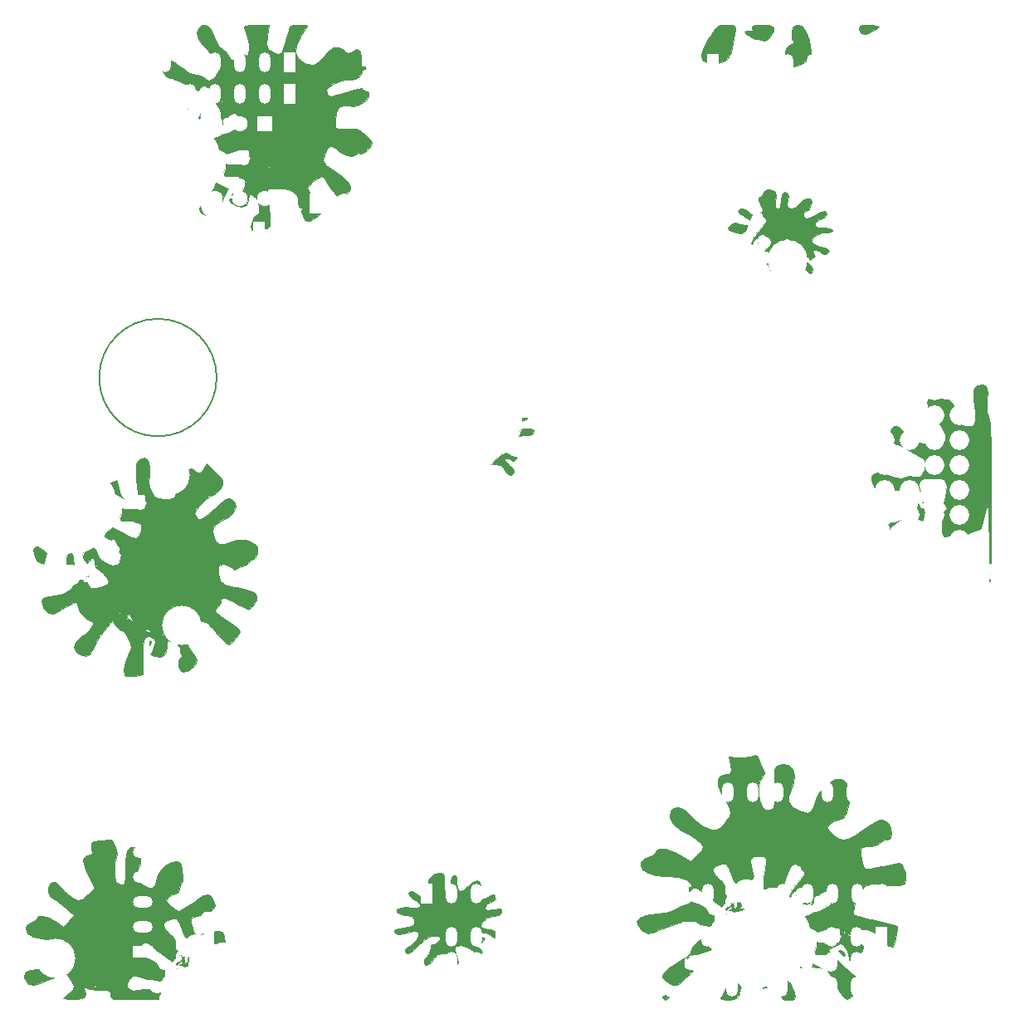
<source format=gbo>
G04 #@! TF.GenerationSoftware,KiCad,Pcbnew,(5.1.2)-1*
G04 #@! TF.CreationDate,2020-03-28T17:23:29-07:00*
G04 #@! TF.ProjectId,Luciebox,4c756369-6562-46f7-982e-6b696361645f,rev?*
G04 #@! TF.SameCoordinates,Original*
G04 #@! TF.FileFunction,Legend,Bot*
G04 #@! TF.FilePolarity,Positive*
%FSLAX46Y46*%
G04 Gerber Fmt 4.6, Leading zero omitted, Abs format (unit mm)*
G04 Created by KiCad (PCBNEW (5.1.2)-1) date 2020-03-28 17:23:29*
%MOMM*%
%LPD*%
G04 APERTURE LIST*
%ADD10C,0.010000*%
%ADD11C,0.150000*%
%ADD12O,1.200000X2.000000*%
%ADD13R,1.200000X2.000000*%
%ADD14C,1.500000*%
%ADD15R,1.500000X1.500000*%
%ADD16O,2.000000X1.200000*%
%ADD17R,2.000000X1.200000*%
%ADD18C,1.524000*%
%ADD19O,1.650000X1.100000*%
%ADD20O,2.700000X1.700000*%
%ADD21R,2.032000X2.032000*%
%ADD22C,2.032000*%
%ADD23O,2.000000X2.000000*%
%ADD24C,4.000000*%
%ADD25C,3.000000*%
%ADD26C,1.000000*%
%ADD27C,2.000000*%
%ADD28R,2.000000X2.000000*%
%ADD29C,1.600000*%
%ADD30R,1.600000X1.600000*%
%ADD31R,1.500000X1.000000*%
%ADD32O,1.500000X1.000000*%
%ADD33O,1.727200X2.032000*%
%ADD34C,4.064000*%
G04 APERTURE END LIST*
D10*
G36*
X25829556Y-20880600D02*
G01*
X26037725Y-20849037D01*
X26609511Y-20721995D01*
X26863611Y-20523271D01*
X26921718Y-20135593D01*
X26919962Y-19998847D01*
X26877926Y-19370866D01*
X26788669Y-18545930D01*
X26726853Y-18085652D01*
X26639887Y-17408479D01*
X26601423Y-16937448D01*
X26610691Y-16800692D01*
X26928246Y-16693834D01*
X27515006Y-16664048D01*
X28206592Y-16703910D01*
X28838627Y-16805993D01*
X29169447Y-16916280D01*
X29624207Y-17237034D01*
X29793488Y-17696349D01*
X29807391Y-18004430D01*
X29860978Y-18525404D01*
X30026699Y-18635084D01*
X30062387Y-18616735D01*
X30214991Y-18590769D01*
X30171241Y-18695600D01*
X30135811Y-19058212D01*
X30247721Y-19517600D01*
X30483280Y-19928698D01*
X30821248Y-19991155D01*
X30967128Y-19954791D01*
X31533232Y-19677491D01*
X31861250Y-19426054D01*
X32062068Y-19197478D01*
X32098754Y-18961269D01*
X31943423Y-18605944D01*
X31568187Y-18020022D01*
X31474728Y-17880855D01*
X31069226Y-17263932D01*
X30786019Y-16805655D01*
X30690869Y-16617211D01*
X30852181Y-16385963D01*
X31235677Y-16037748D01*
X31690703Y-15692503D01*
X32066602Y-15470162D01*
X32166855Y-15442197D01*
X32441773Y-15617821D01*
X32556880Y-15841101D01*
X32781283Y-16257002D01*
X33183700Y-16798545D01*
X33325470Y-16963569D01*
X33764436Y-17403530D01*
X34082665Y-17542458D01*
X34415970Y-17438919D01*
X34421252Y-17436102D01*
X34886341Y-17064234D01*
X35093716Y-16787611D01*
X35135096Y-16437931D01*
X34886351Y-16017705D01*
X34313205Y-15489088D01*
X33381382Y-14814231D01*
X33190233Y-14685835D01*
X32674929Y-14286642D01*
X32376469Y-13945084D01*
X32343525Y-13813980D01*
X32446349Y-13417319D01*
X32554021Y-12950435D01*
X32818807Y-12470068D01*
X33243639Y-12346626D01*
X33702939Y-12600059D01*
X33825736Y-12748416D01*
X34206627Y-13055531D01*
X34750721Y-13268199D01*
X35286945Y-13344238D01*
X35644225Y-13241462D01*
X35674212Y-13204230D01*
X35973084Y-13060267D01*
X36100287Y-13084801D01*
X36458897Y-13022580D01*
X36885262Y-12719696D01*
X37220624Y-12314728D01*
X37316956Y-12022769D01*
X37146288Y-11673732D01*
X36729526Y-11236630D01*
X36209536Y-10832792D01*
X35729182Y-10583545D01*
X35588271Y-10554687D01*
X35125396Y-10550281D01*
X34479156Y-10567686D01*
X34390434Y-10571576D01*
X33848798Y-10571144D01*
X33616754Y-10420502D01*
X33563099Y-9998282D01*
X33562174Y-9805413D01*
X33650170Y-8907337D01*
X33930580Y-8385954D01*
X34428037Y-8209321D01*
X34768719Y-8240839D01*
X35537037Y-8260952D01*
X36216167Y-8067650D01*
X36727634Y-7723259D01*
X36992963Y-7290105D01*
X36933682Y-6830514D01*
X36786687Y-6638116D01*
X36577537Y-6476218D01*
X36309628Y-6424565D01*
X35881878Y-6493821D01*
X35193205Y-6694655D01*
X34681112Y-6860302D01*
X33754204Y-7144305D01*
X33164281Y-7255311D01*
X32837744Y-7183269D01*
X32700990Y-6918128D01*
X32678695Y-6586860D01*
X32869730Y-6334125D01*
X33346693Y-6042970D01*
X33965371Y-5775533D01*
X34581551Y-5593953D01*
X35051021Y-5560369D01*
X35058016Y-5561651D01*
X35671499Y-5489706D01*
X36234452Y-5110515D01*
X36627764Y-4721202D01*
X36719656Y-4444865D01*
X36557088Y-4122882D01*
X36535879Y-4092374D01*
X36283019Y-3607032D01*
X36209226Y-3293464D01*
X36091122Y-2803634D01*
X36012393Y-2650640D01*
X35809358Y-2468225D01*
X35503116Y-2572935D01*
X35322738Y-2692748D01*
X34935201Y-2912072D01*
X34668099Y-2820863D01*
X34452488Y-2578377D01*
X33953639Y-2253185D01*
X33369788Y-2300374D01*
X32806561Y-2693833D01*
X32542606Y-3050475D01*
X31980746Y-3760007D01*
X31350725Y-4050949D01*
X30593976Y-3946349D01*
X30428203Y-3882479D01*
X29747557Y-3426554D01*
X29473168Y-2800195D01*
X29605717Y-2008008D01*
X30034228Y-1214547D01*
X30402626Y-645518D01*
X30640878Y-233042D01*
X30690869Y-107969D01*
X30494959Y-23676D01*
X30006549Y22605D01*
X29822275Y25652D01*
X29228180Y-21858D01*
X28930066Y-210650D01*
X28820630Y-471305D01*
X28493149Y-1650795D01*
X28247171Y-2433581D01*
X28071304Y-2854819D01*
X28027408Y-2919665D01*
X27748069Y-2951654D01*
X27266771Y-2790006D01*
X27181144Y-2747726D01*
X26789337Y-2521391D01*
X26600656Y-2275883D01*
X26565956Y-1870637D01*
X26634001Y-1182843D01*
X26776036Y25652D01*
X25530844Y25652D01*
X24856119Y-5364D01*
X24403927Y-85546D01*
X24285652Y-167449D01*
X24353925Y-481848D01*
X24524492Y-1032552D01*
X24593648Y-1233503D01*
X24768447Y-1924247D01*
X24808253Y-2534793D01*
X24725068Y-2966853D01*
X24530895Y-3122139D01*
X24372215Y-3046710D01*
X24025297Y-2913553D01*
X23666098Y-2953958D01*
X23469812Y-3124675D01*
X23497341Y-3262688D01*
X23463273Y-3397826D01*
X24064782Y-3397826D01*
X24175217Y-3287392D01*
X24285652Y-3397826D01*
X24175217Y-3508261D01*
X24064782Y-3397826D01*
X23463273Y-3397826D01*
X23438257Y-3497052D01*
X23283400Y-3591334D01*
X22942453Y-3521522D01*
X22745147Y-3191638D01*
X22429572Y-2730963D01*
X22112120Y-2525509D01*
X21764739Y-2230513D01*
X21382614Y-1608079D01*
X21190337Y-1181392D01*
X20783261Y-376109D01*
X20378502Y1661D01*
X19954456Y-34505D01*
X19691565Y-239392D01*
X19442308Y-767433D01*
X19570415Y-1401381D01*
X19972037Y-1959790D01*
X20455080Y-2477533D01*
X21024158Y-3123157D01*
X21230126Y-3365873D01*
X21644139Y-3890486D01*
X21802387Y-4234537D01*
X21745692Y-4544827D01*
X21623306Y-4779707D01*
X21174767Y-5386267D01*
X20739116Y-5658754D01*
X20381354Y-5565000D01*
X20287228Y-5440870D01*
X19880588Y-5134322D01*
X19387099Y-5054348D01*
X18680745Y-4875018D01*
X17889254Y-4315279D01*
X17851350Y-4281305D01*
X17095383Y-3710192D01*
X16527508Y-3529877D01*
X16153257Y-3741081D01*
X16027184Y-4042884D01*
X15993039Y-4769670D01*
X16321124Y-5244983D01*
X16739867Y-5424015D01*
X17473604Y-5659094D01*
X18276192Y-5994231D01*
X19041058Y-6374078D01*
X19661626Y-6743289D01*
X20031324Y-7046514D01*
X20089130Y-7163412D01*
X20149782Y-7346205D01*
X20384245Y-7218729D01*
X20564319Y-7058416D01*
X21012882Y-6746907D01*
X21263292Y-6797696D01*
X21273043Y-7197738D01*
X21255518Y-7270526D01*
X21298773Y-7785250D01*
X21315781Y-7815218D01*
X21856087Y-7815218D01*
X21966521Y-7704783D01*
X22076956Y-7815218D01*
X21966521Y-7925652D01*
X21856087Y-7815218D01*
X21315781Y-7815218D01*
X21476594Y-8098567D01*
X21777081Y-8622069D01*
X21890775Y-9030000D01*
X21891680Y-9394438D01*
X21683923Y-9569994D01*
X21153320Y-9649102D01*
X21122846Y-9651643D01*
X20472118Y-9621901D01*
X19971447Y-9453754D01*
X19732177Y-9198934D01*
X19763860Y-9020236D01*
X19718196Y-8761097D01*
X19635936Y-8691617D01*
X19487391Y-8387914D01*
X19514967Y-8234616D01*
X19519742Y-7963580D01*
X19443220Y-7925652D01*
X19212129Y-8102526D01*
X19113649Y-8288569D01*
X18936882Y-8531612D01*
X18841146Y-8518248D01*
X18575925Y-8518175D01*
X18107506Y-8696148D01*
X18054244Y-8723032D01*
X17565671Y-8917499D01*
X17065411Y-8938178D01*
X16354260Y-8792886D01*
X16343609Y-8790160D01*
X15442845Y-8621336D01*
X14895628Y-8680626D01*
X14670234Y-8980049D01*
X14702938Y-9411672D01*
X14840120Y-9904595D01*
X15027832Y-10184152D01*
X15371179Y-10295204D01*
X15975265Y-10282617D01*
X16607191Y-10224497D01*
X18165095Y-10070985D01*
X18013302Y-10675778D01*
X18013499Y-11357056D01*
X18315266Y-12049633D01*
X18573424Y-12579943D01*
X18646043Y-12895218D01*
X21635217Y-12895218D01*
X21745652Y-12784783D01*
X21856087Y-12895218D01*
X21745652Y-13005652D01*
X21635217Y-12895218D01*
X18646043Y-12895218D01*
X18660814Y-12959342D01*
X18644792Y-13019707D01*
X18379058Y-13186806D01*
X17822532Y-13408484D01*
X17302447Y-13574833D01*
X16426305Y-13909454D01*
X15974619Y-14289282D01*
X15930951Y-14732240D01*
X16037871Y-14953522D01*
X16461161Y-15447696D01*
X16922734Y-15560633D01*
X17510297Y-15299127D01*
X17801595Y-15090167D01*
X18538627Y-14550924D01*
X19356164Y-13990250D01*
X19593947Y-13835358D01*
X20541656Y-13229410D01*
X20703072Y-13638242D01*
X22155675Y-13638242D01*
X22250974Y-13358309D01*
X22469901Y-13328213D01*
X22550865Y-13391214D01*
X22652348Y-13743588D01*
X22603463Y-13986808D01*
X22459620Y-14254315D01*
X22304359Y-14111296D01*
X22252964Y-14021992D01*
X22155675Y-13638242D01*
X20703072Y-13638242D01*
X20780898Y-13835358D01*
X20995783Y-14345250D01*
X21689370Y-14345250D01*
X21719582Y-14330870D01*
X21862740Y-14441305D01*
X26715217Y-14441305D01*
X26825652Y-14330870D01*
X26936087Y-14441305D01*
X26825652Y-14551739D01*
X26715217Y-14441305D01*
X21862740Y-14441305D01*
X21921144Y-14486358D01*
X21966521Y-14551739D01*
X22022804Y-14758228D01*
X21992592Y-14772609D01*
X21791029Y-14617121D01*
X21745652Y-14551739D01*
X21689370Y-14345250D01*
X20995783Y-14345250D01*
X21027790Y-14421197D01*
X21217244Y-14824829D01*
X21415061Y-15582464D01*
X23475797Y-15582464D01*
X23506115Y-15451157D01*
X23623043Y-15435218D01*
X23804844Y-15516030D01*
X23770290Y-15582464D01*
X23508169Y-15608898D01*
X23475797Y-15582464D01*
X21415061Y-15582464D01*
X21445708Y-15699838D01*
X21376323Y-15987392D01*
X24285652Y-15987392D01*
X24396087Y-15876957D01*
X24506521Y-15987392D01*
X24396087Y-16097826D01*
X24285652Y-15987392D01*
X21376323Y-15987392D01*
X21235694Y-16570202D01*
X20590392Y-17423573D01*
X20530506Y-17480939D01*
X19897128Y-18196452D01*
X19663984Y-18761689D01*
X19828020Y-19160321D01*
X20386181Y-19376019D01*
X20891508Y-19410870D01*
X21308342Y-19305253D01*
X21618717Y-18918972D01*
X21770721Y-18582609D01*
X22270496Y-17410024D01*
X22677129Y-16630346D01*
X23019706Y-16211988D01*
X23327310Y-16123364D01*
X23629027Y-16332887D01*
X23728275Y-16456646D01*
X23903678Y-16797299D01*
X23790791Y-17110210D01*
X23575123Y-17361019D01*
X23198451Y-17671608D01*
X22930352Y-17735713D01*
X22928329Y-17734506D01*
X22749518Y-17779254D01*
X22739565Y-17846076D01*
X22916177Y-18097166D01*
X23342182Y-18385894D01*
X23353778Y-18391931D01*
X24007110Y-18570783D01*
X24488099Y-18394312D01*
X24718209Y-17899596D01*
X24727391Y-17743373D01*
X24809632Y-17296607D01*
X25059311Y-17256550D01*
X25466202Y-17606087D01*
X25714975Y-18056737D01*
X25825258Y-18606558D01*
X25792639Y-19101690D01*
X25612702Y-19388275D01*
X25517984Y-19410870D01*
X25285453Y-19598544D01*
X25078928Y-20032269D01*
X24963594Y-20518096D01*
X25004635Y-20862077D01*
X25022794Y-20884244D01*
X25293690Y-20923587D01*
X25829556Y-20880600D01*
X25829556Y-20880600D01*
G37*
X25829556Y-20880600D02*
X26037725Y-20849037D01*
X26609511Y-20721995D01*
X26863611Y-20523271D01*
X26921718Y-20135593D01*
X26919962Y-19998847D01*
X26877926Y-19370866D01*
X26788669Y-18545930D01*
X26726853Y-18085652D01*
X26639887Y-17408479D01*
X26601423Y-16937448D01*
X26610691Y-16800692D01*
X26928246Y-16693834D01*
X27515006Y-16664048D01*
X28206592Y-16703910D01*
X28838627Y-16805993D01*
X29169447Y-16916280D01*
X29624207Y-17237034D01*
X29793488Y-17696349D01*
X29807391Y-18004430D01*
X29860978Y-18525404D01*
X30026699Y-18635084D01*
X30062387Y-18616735D01*
X30214991Y-18590769D01*
X30171241Y-18695600D01*
X30135811Y-19058212D01*
X30247721Y-19517600D01*
X30483280Y-19928698D01*
X30821248Y-19991155D01*
X30967128Y-19954791D01*
X31533232Y-19677491D01*
X31861250Y-19426054D01*
X32062068Y-19197478D01*
X32098754Y-18961269D01*
X31943423Y-18605944D01*
X31568187Y-18020022D01*
X31474728Y-17880855D01*
X31069226Y-17263932D01*
X30786019Y-16805655D01*
X30690869Y-16617211D01*
X30852181Y-16385963D01*
X31235677Y-16037748D01*
X31690703Y-15692503D01*
X32066602Y-15470162D01*
X32166855Y-15442197D01*
X32441773Y-15617821D01*
X32556880Y-15841101D01*
X32781283Y-16257002D01*
X33183700Y-16798545D01*
X33325470Y-16963569D01*
X33764436Y-17403530D01*
X34082665Y-17542458D01*
X34415970Y-17438919D01*
X34421252Y-17436102D01*
X34886341Y-17064234D01*
X35093716Y-16787611D01*
X35135096Y-16437931D01*
X34886351Y-16017705D01*
X34313205Y-15489088D01*
X33381382Y-14814231D01*
X33190233Y-14685835D01*
X32674929Y-14286642D01*
X32376469Y-13945084D01*
X32343525Y-13813980D01*
X32446349Y-13417319D01*
X32554021Y-12950435D01*
X32818807Y-12470068D01*
X33243639Y-12346626D01*
X33702939Y-12600059D01*
X33825736Y-12748416D01*
X34206627Y-13055531D01*
X34750721Y-13268199D01*
X35286945Y-13344238D01*
X35644225Y-13241462D01*
X35674212Y-13204230D01*
X35973084Y-13060267D01*
X36100287Y-13084801D01*
X36458897Y-13022580D01*
X36885262Y-12719696D01*
X37220624Y-12314728D01*
X37316956Y-12022769D01*
X37146288Y-11673732D01*
X36729526Y-11236630D01*
X36209536Y-10832792D01*
X35729182Y-10583545D01*
X35588271Y-10554687D01*
X35125396Y-10550281D01*
X34479156Y-10567686D01*
X34390434Y-10571576D01*
X33848798Y-10571144D01*
X33616754Y-10420502D01*
X33563099Y-9998282D01*
X33562174Y-9805413D01*
X33650170Y-8907337D01*
X33930580Y-8385954D01*
X34428037Y-8209321D01*
X34768719Y-8240839D01*
X35537037Y-8260952D01*
X36216167Y-8067650D01*
X36727634Y-7723259D01*
X36992963Y-7290105D01*
X36933682Y-6830514D01*
X36786687Y-6638116D01*
X36577537Y-6476218D01*
X36309628Y-6424565D01*
X35881878Y-6493821D01*
X35193205Y-6694655D01*
X34681112Y-6860302D01*
X33754204Y-7144305D01*
X33164281Y-7255311D01*
X32837744Y-7183269D01*
X32700990Y-6918128D01*
X32678695Y-6586860D01*
X32869730Y-6334125D01*
X33346693Y-6042970D01*
X33965371Y-5775533D01*
X34581551Y-5593953D01*
X35051021Y-5560369D01*
X35058016Y-5561651D01*
X35671499Y-5489706D01*
X36234452Y-5110515D01*
X36627764Y-4721202D01*
X36719656Y-4444865D01*
X36557088Y-4122882D01*
X36535879Y-4092374D01*
X36283019Y-3607032D01*
X36209226Y-3293464D01*
X36091122Y-2803634D01*
X36012393Y-2650640D01*
X35809358Y-2468225D01*
X35503116Y-2572935D01*
X35322738Y-2692748D01*
X34935201Y-2912072D01*
X34668099Y-2820863D01*
X34452488Y-2578377D01*
X33953639Y-2253185D01*
X33369788Y-2300374D01*
X32806561Y-2693833D01*
X32542606Y-3050475D01*
X31980746Y-3760007D01*
X31350725Y-4050949D01*
X30593976Y-3946349D01*
X30428203Y-3882479D01*
X29747557Y-3426554D01*
X29473168Y-2800195D01*
X29605717Y-2008008D01*
X30034228Y-1214547D01*
X30402626Y-645518D01*
X30640878Y-233042D01*
X30690869Y-107969D01*
X30494959Y-23676D01*
X30006549Y22605D01*
X29822275Y25652D01*
X29228180Y-21858D01*
X28930066Y-210650D01*
X28820630Y-471305D01*
X28493149Y-1650795D01*
X28247171Y-2433581D01*
X28071304Y-2854819D01*
X28027408Y-2919665D01*
X27748069Y-2951654D01*
X27266771Y-2790006D01*
X27181144Y-2747726D01*
X26789337Y-2521391D01*
X26600656Y-2275883D01*
X26565956Y-1870637D01*
X26634001Y-1182843D01*
X26776036Y25652D01*
X25530844Y25652D01*
X24856119Y-5364D01*
X24403927Y-85546D01*
X24285652Y-167449D01*
X24353925Y-481848D01*
X24524492Y-1032552D01*
X24593648Y-1233503D01*
X24768447Y-1924247D01*
X24808253Y-2534793D01*
X24725068Y-2966853D01*
X24530895Y-3122139D01*
X24372215Y-3046710D01*
X24025297Y-2913553D01*
X23666098Y-2953958D01*
X23469812Y-3124675D01*
X23497341Y-3262688D01*
X23463273Y-3397826D01*
X24064782Y-3397826D01*
X24175217Y-3287392D01*
X24285652Y-3397826D01*
X24175217Y-3508261D01*
X24064782Y-3397826D01*
X23463273Y-3397826D01*
X23438257Y-3497052D01*
X23283400Y-3591334D01*
X22942453Y-3521522D01*
X22745147Y-3191638D01*
X22429572Y-2730963D01*
X22112120Y-2525509D01*
X21764739Y-2230513D01*
X21382614Y-1608079D01*
X21190337Y-1181392D01*
X20783261Y-376109D01*
X20378502Y1661D01*
X19954456Y-34505D01*
X19691565Y-239392D01*
X19442308Y-767433D01*
X19570415Y-1401381D01*
X19972037Y-1959790D01*
X20455080Y-2477533D01*
X21024158Y-3123157D01*
X21230126Y-3365873D01*
X21644139Y-3890486D01*
X21802387Y-4234537D01*
X21745692Y-4544827D01*
X21623306Y-4779707D01*
X21174767Y-5386267D01*
X20739116Y-5658754D01*
X20381354Y-5565000D01*
X20287228Y-5440870D01*
X19880588Y-5134322D01*
X19387099Y-5054348D01*
X18680745Y-4875018D01*
X17889254Y-4315279D01*
X17851350Y-4281305D01*
X17095383Y-3710192D01*
X16527508Y-3529877D01*
X16153257Y-3741081D01*
X16027184Y-4042884D01*
X15993039Y-4769670D01*
X16321124Y-5244983D01*
X16739867Y-5424015D01*
X17473604Y-5659094D01*
X18276192Y-5994231D01*
X19041058Y-6374078D01*
X19661626Y-6743289D01*
X20031324Y-7046514D01*
X20089130Y-7163412D01*
X20149782Y-7346205D01*
X20384245Y-7218729D01*
X20564319Y-7058416D01*
X21012882Y-6746907D01*
X21263292Y-6797696D01*
X21273043Y-7197738D01*
X21255518Y-7270526D01*
X21298773Y-7785250D01*
X21315781Y-7815218D01*
X21856087Y-7815218D01*
X21966521Y-7704783D01*
X22076956Y-7815218D01*
X21966521Y-7925652D01*
X21856087Y-7815218D01*
X21315781Y-7815218D01*
X21476594Y-8098567D01*
X21777081Y-8622069D01*
X21890775Y-9030000D01*
X21891680Y-9394438D01*
X21683923Y-9569994D01*
X21153320Y-9649102D01*
X21122846Y-9651643D01*
X20472118Y-9621901D01*
X19971447Y-9453754D01*
X19732177Y-9198934D01*
X19763860Y-9020236D01*
X19718196Y-8761097D01*
X19635936Y-8691617D01*
X19487391Y-8387914D01*
X19514967Y-8234616D01*
X19519742Y-7963580D01*
X19443220Y-7925652D01*
X19212129Y-8102526D01*
X19113649Y-8288569D01*
X18936882Y-8531612D01*
X18841146Y-8518248D01*
X18575925Y-8518175D01*
X18107506Y-8696148D01*
X18054244Y-8723032D01*
X17565671Y-8917499D01*
X17065411Y-8938178D01*
X16354260Y-8792886D01*
X16343609Y-8790160D01*
X15442845Y-8621336D01*
X14895628Y-8680626D01*
X14670234Y-8980049D01*
X14702938Y-9411672D01*
X14840120Y-9904595D01*
X15027832Y-10184152D01*
X15371179Y-10295204D01*
X15975265Y-10282617D01*
X16607191Y-10224497D01*
X18165095Y-10070985D01*
X18013302Y-10675778D01*
X18013499Y-11357056D01*
X18315266Y-12049633D01*
X18573424Y-12579943D01*
X18646043Y-12895218D01*
X21635217Y-12895218D01*
X21745652Y-12784783D01*
X21856087Y-12895218D01*
X21745652Y-13005652D01*
X21635217Y-12895218D01*
X18646043Y-12895218D01*
X18660814Y-12959342D01*
X18644792Y-13019707D01*
X18379058Y-13186806D01*
X17822532Y-13408484D01*
X17302447Y-13574833D01*
X16426305Y-13909454D01*
X15974619Y-14289282D01*
X15930951Y-14732240D01*
X16037871Y-14953522D01*
X16461161Y-15447696D01*
X16922734Y-15560633D01*
X17510297Y-15299127D01*
X17801595Y-15090167D01*
X18538627Y-14550924D01*
X19356164Y-13990250D01*
X19593947Y-13835358D01*
X20541656Y-13229410D01*
X20703072Y-13638242D01*
X22155675Y-13638242D01*
X22250974Y-13358309D01*
X22469901Y-13328213D01*
X22550865Y-13391214D01*
X22652348Y-13743588D01*
X22603463Y-13986808D01*
X22459620Y-14254315D01*
X22304359Y-14111296D01*
X22252964Y-14021992D01*
X22155675Y-13638242D01*
X20703072Y-13638242D01*
X20780898Y-13835358D01*
X20995783Y-14345250D01*
X21689370Y-14345250D01*
X21719582Y-14330870D01*
X21862740Y-14441305D01*
X26715217Y-14441305D01*
X26825652Y-14330870D01*
X26936087Y-14441305D01*
X26825652Y-14551739D01*
X26715217Y-14441305D01*
X21862740Y-14441305D01*
X21921144Y-14486358D01*
X21966521Y-14551739D01*
X22022804Y-14758228D01*
X21992592Y-14772609D01*
X21791029Y-14617121D01*
X21745652Y-14551739D01*
X21689370Y-14345250D01*
X20995783Y-14345250D01*
X21027790Y-14421197D01*
X21217244Y-14824829D01*
X21415061Y-15582464D01*
X23475797Y-15582464D01*
X23506115Y-15451157D01*
X23623043Y-15435218D01*
X23804844Y-15516030D01*
X23770290Y-15582464D01*
X23508169Y-15608898D01*
X23475797Y-15582464D01*
X21415061Y-15582464D01*
X21445708Y-15699838D01*
X21376323Y-15987392D01*
X24285652Y-15987392D01*
X24396087Y-15876957D01*
X24506521Y-15987392D01*
X24396087Y-16097826D01*
X24285652Y-15987392D01*
X21376323Y-15987392D01*
X21235694Y-16570202D01*
X20590392Y-17423573D01*
X20530506Y-17480939D01*
X19897128Y-18196452D01*
X19663984Y-18761689D01*
X19828020Y-19160321D01*
X20386181Y-19376019D01*
X20891508Y-19410870D01*
X21308342Y-19305253D01*
X21618717Y-18918972D01*
X21770721Y-18582609D01*
X22270496Y-17410024D01*
X22677129Y-16630346D01*
X23019706Y-16211988D01*
X23327310Y-16123364D01*
X23629027Y-16332887D01*
X23728275Y-16456646D01*
X23903678Y-16797299D01*
X23790791Y-17110210D01*
X23575123Y-17361019D01*
X23198451Y-17671608D01*
X22930352Y-17735713D01*
X22928329Y-17734506D01*
X22749518Y-17779254D01*
X22739565Y-17846076D01*
X22916177Y-18097166D01*
X23342182Y-18385894D01*
X23353778Y-18391931D01*
X24007110Y-18570783D01*
X24488099Y-18394312D01*
X24718209Y-17899596D01*
X24727391Y-17743373D01*
X24809632Y-17296607D01*
X25059311Y-17256550D01*
X25466202Y-17606087D01*
X25714975Y-18056737D01*
X25825258Y-18606558D01*
X25792639Y-19101690D01*
X25612702Y-19388275D01*
X25517984Y-19410870D01*
X25285453Y-19598544D01*
X25078928Y-20032269D01*
X24963594Y-20518096D01*
X25004635Y-20862077D01*
X25022794Y-20884244D01*
X25293690Y-20923587D01*
X25829556Y-20880600D01*
G36*
X72596725Y-3884062D02*
G01*
X73216813Y-3752860D01*
X73647070Y-3413398D01*
X73949729Y-2786116D01*
X74172122Y-1870120D01*
X74339879Y-961609D01*
X74395796Y-402879D01*
X74309116Y-109477D01*
X74049082Y3049D01*
X73584936Y19153D01*
X73484348Y18383D01*
X72978508Y-6860D01*
X72622266Y-128511D01*
X72304214Y-429802D01*
X71912945Y-993967D01*
X71717391Y-1301721D01*
X71144749Y-2323147D01*
X70905051Y-3069390D01*
X71006601Y-3564836D01*
X71457704Y-3833871D01*
X72266664Y-3900883D01*
X72596725Y-3884062D01*
X72596725Y-3884062D01*
G37*
X72596725Y-3884062D02*
X73216813Y-3752860D01*
X73647070Y-3413398D01*
X73949729Y-2786116D01*
X74172122Y-1870120D01*
X74339879Y-961609D01*
X74395796Y-402879D01*
X74309116Y-109477D01*
X74049082Y3049D01*
X73584936Y19153D01*
X73484348Y18383D01*
X72978508Y-6860D01*
X72622266Y-128511D01*
X72304214Y-429802D01*
X71912945Y-993967D01*
X71717391Y-1301721D01*
X71144749Y-2323147D01*
X70905051Y-3069390D01*
X71006601Y-3564836D01*
X71457704Y-3833871D01*
X72266664Y-3900883D01*
X72596725Y-3884062D01*
G36*
X77624686Y-1488813D02*
G01*
X77945910Y-1200889D01*
X78299500Y-667774D01*
X78240367Y-276741D01*
X77778473Y-41532D01*
X77056779Y25652D01*
X76413366Y931D01*
X76124437Y-93802D01*
X76104479Y-289405D01*
X76113593Y-314685D01*
X76133353Y-586822D01*
X76051444Y-619833D01*
X75669770Y-603602D01*
X75535279Y-610801D01*
X75349443Y-714376D01*
X75492267Y-923116D01*
X75883325Y-1175508D01*
X76442192Y-1410038D01*
X76669666Y-1478436D01*
X77247675Y-1589001D01*
X77624686Y-1488813D01*
X77624686Y-1488813D01*
G37*
X77624686Y-1488813D02*
X77945910Y-1200889D01*
X78299500Y-667774D01*
X78240367Y-276741D01*
X77778473Y-41532D01*
X77056779Y25652D01*
X76413366Y931D01*
X76124437Y-93802D01*
X76104479Y-289405D01*
X76113593Y-314685D01*
X76133353Y-586822D01*
X76051444Y-619833D01*
X75669770Y-603602D01*
X75535279Y-610801D01*
X75349443Y-714376D01*
X75492267Y-923116D01*
X75883325Y-1175508D01*
X76442192Y-1410038D01*
X76669666Y-1478436D01*
X77247675Y-1589001D01*
X77624686Y-1488813D01*
G36*
X80199728Y-4276569D02*
G01*
X80745814Y-4161684D01*
X81125464Y-3962014D01*
X81531454Y-3762578D01*
X81784014Y-3729131D01*
X82036902Y-3677000D01*
X82139904Y-3446622D01*
X82126812Y-2927015D01*
X82103468Y-2680000D01*
X81903158Y-1528090D01*
X81578727Y-656841D01*
X81158123Y-122257D01*
X80753260Y25652D01*
X80375332Y-48211D01*
X80190361Y-353677D01*
X80123732Y-747392D01*
X80108212Y-1255933D01*
X80186200Y-1512844D01*
X80210003Y-1520435D01*
X80394578Y-1625663D01*
X80293410Y-1841370D01*
X79977552Y-2017593D01*
X79974007Y-2018528D01*
X79657294Y-2297613D01*
X79462052Y-2812426D01*
X79437552Y-3287392D01*
X79723913Y-3287392D01*
X79804725Y-3105591D01*
X79871159Y-3140145D01*
X79897593Y-3402266D01*
X79871159Y-3434638D01*
X79739852Y-3404319D01*
X79723913Y-3287392D01*
X79437552Y-3287392D01*
X79433622Y-3363570D01*
X79586228Y-3723968D01*
X79674911Y-3918851D01*
X79534182Y-3950000D01*
X79357113Y-4071083D01*
X79385648Y-4159608D01*
X79681936Y-4283191D01*
X80199728Y-4276569D01*
X80199728Y-4276569D01*
G37*
X80199728Y-4276569D02*
X80745814Y-4161684D01*
X81125464Y-3962014D01*
X81531454Y-3762578D01*
X81784014Y-3729131D01*
X82036902Y-3677000D01*
X82139904Y-3446622D01*
X82126812Y-2927015D01*
X82103468Y-2680000D01*
X81903158Y-1528090D01*
X81578727Y-656841D01*
X81158123Y-122257D01*
X80753260Y25652D01*
X80375332Y-48211D01*
X80190361Y-353677D01*
X80123732Y-747392D01*
X80108212Y-1255933D01*
X80186200Y-1512844D01*
X80210003Y-1520435D01*
X80394578Y-1625663D01*
X80293410Y-1841370D01*
X79977552Y-2017593D01*
X79974007Y-2018528D01*
X79657294Y-2297613D01*
X79462052Y-2812426D01*
X79437552Y-3287392D01*
X79723913Y-3287392D01*
X79804725Y-3105591D01*
X79871159Y-3140145D01*
X79897593Y-3402266D01*
X79871159Y-3434638D01*
X79739852Y-3404319D01*
X79723913Y-3287392D01*
X79437552Y-3287392D01*
X79433622Y-3363570D01*
X79586228Y-3723968D01*
X79674911Y-3918851D01*
X79534182Y-3950000D01*
X79357113Y-4071083D01*
X79385648Y-4159608D01*
X79681936Y-4283191D01*
X80199728Y-4276569D01*
G36*
X88043033Y-808810D02*
G01*
X88111072Y-752717D01*
X88514516Y-482509D01*
X88741739Y-416087D01*
X88985636Y-268680D01*
X89000434Y-195218D01*
X88803024Y-63496D01*
X88303553Y15517D01*
X88006521Y25652D01*
X87381875Y-5190D01*
X87087061Y-128416D01*
X87012611Y-390077D01*
X87012608Y-392457D01*
X87179541Y-814284D01*
X87575456Y-970267D01*
X88043033Y-808810D01*
X88043033Y-808810D01*
G37*
X88043033Y-808810D02*
X88111072Y-752717D01*
X88514516Y-482509D01*
X88741739Y-416087D01*
X88985636Y-268680D01*
X89000434Y-195218D01*
X88803024Y-63496D01*
X88303553Y15517D01*
X88006521Y25652D01*
X87381875Y-5190D01*
X87087061Y-128416D01*
X87012611Y-390077D01*
X87012608Y-392457D01*
X87179541Y-814284D01*
X87575456Y-970267D01*
X88043033Y-808810D01*
G36*
X20310000Y-8036087D02*
G01*
X20199565Y-7925652D01*
X20089130Y-8036087D01*
X20199565Y-8146522D01*
X20310000Y-8036087D01*
X20310000Y-8036087D01*
G37*
X20310000Y-8036087D02*
X20199565Y-7925652D01*
X20089130Y-8036087D01*
X20199565Y-8146522D01*
X20310000Y-8036087D01*
G36*
X20310000Y-9140435D02*
G01*
X20199565Y-9030000D01*
X20089130Y-9140435D01*
X20199565Y-9250870D01*
X20310000Y-9140435D01*
X20310000Y-9140435D01*
G37*
X20310000Y-9140435D02*
X20199565Y-9030000D01*
X20089130Y-9140435D01*
X20199565Y-9250870D01*
X20310000Y-9140435D01*
G36*
X23402174Y-16870870D02*
G01*
X23291739Y-16760435D01*
X23181304Y-16870870D01*
X23291739Y-16981305D01*
X23402174Y-16870870D01*
X23402174Y-16870870D01*
G37*
X23402174Y-16870870D02*
X23291739Y-16760435D01*
X23181304Y-16870870D01*
X23291739Y-16981305D01*
X23402174Y-16870870D01*
G36*
X77063173Y-26070661D02*
G01*
X77313855Y-25634198D01*
X77539068Y-25202057D01*
X77911117Y-25039611D01*
X78295628Y-25026807D01*
X78812773Y-25078569D01*
X79023181Y-25277934D01*
X79060654Y-25666630D01*
X79126174Y-26112668D01*
X79363955Y-26219377D01*
X79447826Y-26205687D01*
X79759674Y-26037607D01*
X79803336Y-25913405D01*
X79739117Y-25567902D01*
X79626191Y-25016442D01*
X79620134Y-24987826D01*
X79545960Y-24507669D01*
X79677232Y-24310411D01*
X80122601Y-24270253D01*
X80240115Y-24270000D01*
X80911003Y-24385651D01*
X81402736Y-24804812D01*
X81457629Y-24877392D01*
X81798964Y-25265508D01*
X82049243Y-25309101D01*
X82182404Y-25209126D01*
X82295450Y-24974836D01*
X82150594Y-24655309D01*
X81727054Y-24175366D01*
X81318788Y-23719018D01*
X81226311Y-23502878D01*
X81395249Y-23476408D01*
X81781172Y-23654147D01*
X81886897Y-23801560D01*
X82040009Y-23955180D01*
X82288115Y-23808175D01*
X82480091Y-23504822D01*
X82350027Y-23246783D01*
X82239247Y-23012746D01*
X82507186Y-22945199D01*
X82555138Y-22944783D01*
X82989159Y-23040445D01*
X83147391Y-23165652D01*
X83449001Y-23372544D01*
X83778927Y-23317972D01*
X83920434Y-23057828D01*
X83707876Y-22785423D01*
X83093656Y-22597318D01*
X83036956Y-22587860D01*
X82427008Y-22378588D01*
X82183013Y-22059262D01*
X82270683Y-21706753D01*
X82655729Y-21397934D01*
X83303865Y-21209676D01*
X83662753Y-21184851D01*
X84191916Y-21110182D01*
X84302090Y-20901739D01*
X84021613Y-20718171D01*
X83433137Y-20686644D01*
X83426257Y-20687179D01*
X82801858Y-20638242D01*
X82489196Y-20426460D01*
X82525917Y-20136299D01*
X82949671Y-19852225D01*
X83039182Y-19818737D01*
X83498760Y-19570705D01*
X83699250Y-19288538D01*
X83699565Y-19278829D01*
X83553873Y-19005572D01*
X83133766Y-19054236D01*
X82508427Y-19393278D01*
X81995131Y-19648276D01*
X81596711Y-19707573D01*
X81569731Y-19699496D01*
X81312258Y-19451257D01*
X81305802Y-19139130D01*
X81548112Y-18970249D01*
X81577673Y-18969131D01*
X81916759Y-18772839D01*
X82123881Y-18275738D01*
X82153478Y-17957153D01*
X82004373Y-17687279D01*
X81649157Y-17667480D01*
X81225979Y-17871030D01*
X80918385Y-18196087D01*
X80502551Y-18607228D01*
X80072208Y-18730557D01*
X79740494Y-18598978D01*
X79620545Y-18245396D01*
X79738347Y-17852882D01*
X79802392Y-17447589D01*
X79652665Y-17123996D01*
X79378743Y-17043289D01*
X79306868Y-17076478D01*
X79140530Y-17381436D01*
X79062191Y-17923039D01*
X79061304Y-17988253D01*
X78996158Y-18538061D01*
X78775502Y-18741913D01*
X78701101Y-18748261D01*
X78461710Y-18649883D01*
X78419403Y-18284018D01*
X78450679Y-18030435D01*
X78498976Y-17448532D01*
X78463014Y-17041821D01*
X78461172Y-17036522D01*
X78207076Y-16821069D01*
X77793755Y-16766085D01*
X77423679Y-16866088D01*
X77294348Y-17068109D01*
X77115868Y-17407345D01*
X76955319Y-17505880D01*
X76745440Y-17643320D01*
X76769450Y-17901246D01*
X76944001Y-18269698D01*
X77141621Y-18788729D01*
X77057713Y-19113240D01*
X77017986Y-19157145D01*
X76509951Y-19396090D01*
X75966873Y-19269720D01*
X75748261Y-19079566D01*
X75395718Y-18836642D01*
X74982507Y-18751961D01*
X74689188Y-18844507D01*
X74643913Y-18963459D01*
X74820859Y-19200975D01*
X75252304Y-19492549D01*
X75306521Y-19521305D01*
X75756262Y-19813241D01*
X75966952Y-20066928D01*
X75969130Y-20086082D01*
X75791637Y-20364976D01*
X75368033Y-20444781D01*
X74887128Y-20306307D01*
X74374663Y-20183589D01*
X73985815Y-20342789D01*
X73639089Y-20669207D01*
X73722554Y-20934247D01*
X74227302Y-21124739D01*
X74550743Y-21177826D01*
X75151550Y-21372264D01*
X75395840Y-21693152D01*
X75310937Y-22048314D01*
X74924166Y-22345569D01*
X74262852Y-22492739D01*
X74159991Y-22496019D01*
X73661894Y-22594837D01*
X73362810Y-22818199D01*
X73377846Y-23076300D01*
X73393958Y-23093669D01*
X73657161Y-23110433D01*
X74203939Y-23024768D01*
X74644995Y-22923161D01*
X75332458Y-22768382D01*
X75719937Y-22754336D01*
X75926511Y-22882040D01*
X75962723Y-22934416D01*
X75988095Y-23223805D01*
X75715167Y-23601235D01*
X75104351Y-24113693D01*
X74754348Y-24368570D01*
X74463717Y-24657424D01*
X74545564Y-24916436D01*
X74581139Y-24954358D01*
X74799904Y-25042813D01*
X75122216Y-24888991D01*
X75624506Y-24449737D01*
X75826171Y-24251401D01*
X76477292Y-23690124D01*
X77085419Y-23317160D01*
X77575610Y-23158261D01*
X77872922Y-23239179D01*
X77914583Y-23533781D01*
X77652919Y-23868835D01*
X77376454Y-23924788D01*
X77050315Y-23999388D01*
X76974619Y-24332546D01*
X76990020Y-24510783D01*
X76930727Y-25060627D01*
X76735369Y-25379996D01*
X76455273Y-25761767D01*
X76458986Y-26104526D01*
X76743371Y-26257727D01*
X76753663Y-26257826D01*
X77063173Y-26070661D01*
X77063173Y-26070661D01*
G37*
X77063173Y-26070661D02*
X77313855Y-25634198D01*
X77539068Y-25202057D01*
X77911117Y-25039611D01*
X78295628Y-25026807D01*
X78812773Y-25078569D01*
X79023181Y-25277934D01*
X79060654Y-25666630D01*
X79126174Y-26112668D01*
X79363955Y-26219377D01*
X79447826Y-26205687D01*
X79759674Y-26037607D01*
X79803336Y-25913405D01*
X79739117Y-25567902D01*
X79626191Y-25016442D01*
X79620134Y-24987826D01*
X79545960Y-24507669D01*
X79677232Y-24310411D01*
X80122601Y-24270253D01*
X80240115Y-24270000D01*
X80911003Y-24385651D01*
X81402736Y-24804812D01*
X81457629Y-24877392D01*
X81798964Y-25265508D01*
X82049243Y-25309101D01*
X82182404Y-25209126D01*
X82295450Y-24974836D01*
X82150594Y-24655309D01*
X81727054Y-24175366D01*
X81318788Y-23719018D01*
X81226311Y-23502878D01*
X81395249Y-23476408D01*
X81781172Y-23654147D01*
X81886897Y-23801560D01*
X82040009Y-23955180D01*
X82288115Y-23808175D01*
X82480091Y-23504822D01*
X82350027Y-23246783D01*
X82239247Y-23012746D01*
X82507186Y-22945199D01*
X82555138Y-22944783D01*
X82989159Y-23040445D01*
X83147391Y-23165652D01*
X83449001Y-23372544D01*
X83778927Y-23317972D01*
X83920434Y-23057828D01*
X83707876Y-22785423D01*
X83093656Y-22597318D01*
X83036956Y-22587860D01*
X82427008Y-22378588D01*
X82183013Y-22059262D01*
X82270683Y-21706753D01*
X82655729Y-21397934D01*
X83303865Y-21209676D01*
X83662753Y-21184851D01*
X84191916Y-21110182D01*
X84302090Y-20901739D01*
X84021613Y-20718171D01*
X83433137Y-20686644D01*
X83426257Y-20687179D01*
X82801858Y-20638242D01*
X82489196Y-20426460D01*
X82525917Y-20136299D01*
X82949671Y-19852225D01*
X83039182Y-19818737D01*
X83498760Y-19570705D01*
X83699250Y-19288538D01*
X83699565Y-19278829D01*
X83553873Y-19005572D01*
X83133766Y-19054236D01*
X82508427Y-19393278D01*
X81995131Y-19648276D01*
X81596711Y-19707573D01*
X81569731Y-19699496D01*
X81312258Y-19451257D01*
X81305802Y-19139130D01*
X81548112Y-18970249D01*
X81577673Y-18969131D01*
X81916759Y-18772839D01*
X82123881Y-18275738D01*
X82153478Y-17957153D01*
X82004373Y-17687279D01*
X81649157Y-17667480D01*
X81225979Y-17871030D01*
X80918385Y-18196087D01*
X80502551Y-18607228D01*
X80072208Y-18730557D01*
X79740494Y-18598978D01*
X79620545Y-18245396D01*
X79738347Y-17852882D01*
X79802392Y-17447589D01*
X79652665Y-17123996D01*
X79378743Y-17043289D01*
X79306868Y-17076478D01*
X79140530Y-17381436D01*
X79062191Y-17923039D01*
X79061304Y-17988253D01*
X78996158Y-18538061D01*
X78775502Y-18741913D01*
X78701101Y-18748261D01*
X78461710Y-18649883D01*
X78419403Y-18284018D01*
X78450679Y-18030435D01*
X78498976Y-17448532D01*
X78463014Y-17041821D01*
X78461172Y-17036522D01*
X78207076Y-16821069D01*
X77793755Y-16766085D01*
X77423679Y-16866088D01*
X77294348Y-17068109D01*
X77115868Y-17407345D01*
X76955319Y-17505880D01*
X76745440Y-17643320D01*
X76769450Y-17901246D01*
X76944001Y-18269698D01*
X77141621Y-18788729D01*
X77057713Y-19113240D01*
X77017986Y-19157145D01*
X76509951Y-19396090D01*
X75966873Y-19269720D01*
X75748261Y-19079566D01*
X75395718Y-18836642D01*
X74982507Y-18751961D01*
X74689188Y-18844507D01*
X74643913Y-18963459D01*
X74820859Y-19200975D01*
X75252304Y-19492549D01*
X75306521Y-19521305D01*
X75756262Y-19813241D01*
X75966952Y-20066928D01*
X75969130Y-20086082D01*
X75791637Y-20364976D01*
X75368033Y-20444781D01*
X74887128Y-20306307D01*
X74374663Y-20183589D01*
X73985815Y-20342789D01*
X73639089Y-20669207D01*
X73722554Y-20934247D01*
X74227302Y-21124739D01*
X74550743Y-21177826D01*
X75151550Y-21372264D01*
X75395840Y-21693152D01*
X75310937Y-22048314D01*
X74924166Y-22345569D01*
X74262852Y-22492739D01*
X74159991Y-22496019D01*
X73661894Y-22594837D01*
X73362810Y-22818199D01*
X73377846Y-23076300D01*
X73393958Y-23093669D01*
X73657161Y-23110433D01*
X74203939Y-23024768D01*
X74644995Y-22923161D01*
X75332458Y-22768382D01*
X75719937Y-22754336D01*
X75926511Y-22882040D01*
X75962723Y-22934416D01*
X75988095Y-23223805D01*
X75715167Y-23601235D01*
X75104351Y-24113693D01*
X74754348Y-24368570D01*
X74463717Y-24657424D01*
X74545564Y-24916436D01*
X74581139Y-24954358D01*
X74799904Y-25042813D01*
X75122216Y-24888991D01*
X75624506Y-24449737D01*
X75826171Y-24251401D01*
X76477292Y-23690124D01*
X77085419Y-23317160D01*
X77575610Y-23158261D01*
X77872922Y-23239179D01*
X77914583Y-23533781D01*
X77652919Y-23868835D01*
X77376454Y-23924788D01*
X77050315Y-23999388D01*
X76974619Y-24332546D01*
X76990020Y-24510783D01*
X76930727Y-25060627D01*
X76735369Y-25379996D01*
X76455273Y-25761767D01*
X76458986Y-26104526D01*
X76743371Y-26257727D01*
X76753663Y-26257826D01*
X77063173Y-26070661D01*
G36*
X23181304Y-17312609D02*
G01*
X23070869Y-17202174D01*
X22960434Y-17312609D01*
X23070869Y-17423044D01*
X23181304Y-17312609D01*
X23181304Y-17312609D01*
G37*
X23181304Y-17312609D02*
X23070869Y-17202174D01*
X22960434Y-17312609D01*
X23070869Y-17423044D01*
X23181304Y-17312609D01*
G36*
X98558893Y-58859394D02*
G01*
X98614115Y-58849561D01*
X99364351Y-58708816D01*
X99428045Y-56784626D01*
X99465222Y-55861147D01*
X99518639Y-55294106D01*
X99613355Y-54998289D01*
X99774426Y-54888483D01*
X99988695Y-54877972D01*
X100485652Y-54895510D01*
X100478627Y-47589277D01*
X100472845Y-45487125D01*
X100458939Y-43787520D01*
X100435388Y-42451320D01*
X100400672Y-41439380D01*
X100353272Y-40712560D01*
X100291666Y-40231715D01*
X100214335Y-39957702D01*
X100179932Y-39898903D01*
X100010735Y-39485102D01*
X100007972Y-38837145D01*
X100069669Y-38367189D01*
X100124331Y-37450319D01*
X99961985Y-36862441D01*
X99601734Y-36630266D01*
X99062683Y-36780505D01*
X98973213Y-36834096D01*
X98788398Y-37036739D01*
X98696602Y-37403294D01*
X98692953Y-38014580D01*
X98772579Y-38951419D01*
X98819899Y-39377080D01*
X98880764Y-40217539D01*
X98790822Y-40702303D01*
X98502120Y-40905275D01*
X97966708Y-40900356D01*
X97842524Y-40883403D01*
X97353123Y-40716888D01*
X97112314Y-40312117D01*
X97060808Y-40094150D01*
X96810015Y-39096653D01*
X96512565Y-38487392D01*
X96136867Y-38213121D01*
X95928033Y-38184783D01*
X95310442Y-38068944D01*
X94964486Y-37913014D01*
X94560535Y-37757870D01*
X94224346Y-37946609D01*
X94199524Y-37971035D01*
X93983385Y-38478345D01*
X94142217Y-39158392D01*
X94580015Y-39841305D01*
X94963913Y-39841305D01*
X95074348Y-39730870D01*
X95184782Y-39841305D01*
X95074348Y-39951739D01*
X94963913Y-39841305D01*
X94580015Y-39841305D01*
X94663584Y-39971662D01*
X94924433Y-40275017D01*
X95391927Y-40907061D01*
X95711234Y-41558754D01*
X95771147Y-41785322D01*
X95792788Y-42298195D01*
X95579201Y-42636541D01*
X95188697Y-42899336D01*
X94702855Y-43151828D01*
X94401562Y-43166905D01*
X94103722Y-42954554D01*
X93575331Y-42674411D01*
X93160580Y-42602174D01*
X92565127Y-42391820D01*
X91856918Y-41766367D01*
X91813698Y-41718696D01*
X91257962Y-41141680D01*
X90877385Y-40886517D01*
X90584555Y-40919830D01*
X90335741Y-41154365D01*
X90119803Y-41707601D01*
X90277210Y-42273948D01*
X90763977Y-42721720D01*
X90877826Y-42777236D01*
X91450527Y-43048362D01*
X91871739Y-43280702D01*
X92295111Y-43517187D01*
X92879126Y-43804660D01*
X92930479Y-43828377D01*
X93568383Y-44227183D01*
X93805583Y-44705927D01*
X93682811Y-45360893D01*
X93632624Y-45488137D01*
X93385111Y-45942984D01*
X93069780Y-46069623D01*
X92736947Y-46021640D01*
X92117476Y-46001773D01*
X91670401Y-46125634D01*
X91285987Y-46231344D01*
X90748819Y-46165495D01*
X89963883Y-45923166D01*
X89059722Y-45672468D01*
X88495530Y-45683968D01*
X88251529Y-45963513D01*
X88282093Y-46420295D01*
X88560450Y-47098292D01*
X89007619Y-47398411D01*
X89542363Y-47399704D01*
X90090433Y-47367242D01*
X90911065Y-47378934D01*
X91837591Y-47431938D01*
X91944802Y-47440672D01*
X92829241Y-47503324D01*
X93375799Y-47499493D01*
X93685066Y-47416318D01*
X93857634Y-47240937D01*
X93885182Y-47192570D01*
X94178662Y-46843068D01*
X94405687Y-46878406D01*
X94465523Y-47281185D01*
X94464352Y-47292595D01*
X94536035Y-47557878D01*
X94632608Y-47461305D01*
X94743043Y-47571739D01*
X94632608Y-47682174D01*
X94546299Y-47595864D01*
X94598769Y-47790047D01*
X94886322Y-47997945D01*
X95339191Y-48338860D01*
X95724343Y-48824647D01*
X95944366Y-49243083D01*
X95895853Y-49473989D01*
X95516307Y-49674265D01*
X95360195Y-49738829D01*
X94645189Y-49933360D01*
X94117924Y-49885627D01*
X93868301Y-49608693D01*
X93859565Y-49520770D01*
X93751963Y-49308213D01*
X93652270Y-49330306D01*
X93392518Y-49273763D01*
X93217247Y-49067254D01*
X93039107Y-48797044D01*
X92987309Y-48912575D01*
X92982803Y-49062609D01*
X92832599Y-49389909D01*
X92668413Y-49449131D01*
X92329678Y-49627701D01*
X92229779Y-49790408D01*
X91907700Y-50134076D01*
X91299794Y-50455580D01*
X90559937Y-50690376D01*
X89884075Y-50774348D01*
X89289267Y-50903661D01*
X89060608Y-51267286D01*
X89215230Y-51828755D01*
X89312546Y-51990836D01*
X89742464Y-52435471D01*
X90247288Y-52494407D01*
X90907639Y-52175165D01*
X90954165Y-52144014D01*
X91596328Y-51759675D01*
X92147826Y-51486141D01*
X92574796Y-51336460D01*
X92735216Y-51423460D01*
X92755217Y-51632775D01*
X92895707Y-52111100D01*
X93101725Y-52430870D01*
X96951739Y-52430870D01*
X97062174Y-52320435D01*
X97172608Y-52430870D01*
X97062174Y-52541305D01*
X96951739Y-52430870D01*
X93101725Y-52430870D01*
X93234746Y-52637336D01*
X93648689Y-53053649D01*
X93820769Y-53130300D01*
X97695238Y-53130300D01*
X97793591Y-52765425D01*
X97940565Y-52545800D01*
X97961511Y-52541305D01*
X98111433Y-52711219D01*
X98305346Y-53038261D01*
X98467309Y-53373912D01*
X98383325Y-53374397D01*
X98202682Y-53232086D01*
X97916460Y-53049229D01*
X97835550Y-53189314D01*
X97835217Y-53213681D01*
X97768629Y-53404773D01*
X97719583Y-53382772D01*
X97695238Y-53130300D01*
X93820769Y-53130300D01*
X93986030Y-53203913D01*
X94292858Y-53330581D01*
X94293059Y-53657752D01*
X94021874Y-54106180D01*
X93514545Y-54596618D01*
X93294575Y-54758818D01*
X92609008Y-55351520D01*
X92350018Y-55886004D01*
X92519691Y-56350687D01*
X92952512Y-56658006D01*
X93547026Y-56830810D01*
X93978283Y-56628578D01*
X94304176Y-56068285D01*
X94580889Y-55543997D01*
X95023040Y-54848359D01*
X95405668Y-54308240D01*
X96242974Y-53185995D01*
X96710884Y-53780847D01*
X97057160Y-54141206D01*
X97218310Y-54214303D01*
X99634061Y-54214303D01*
X99686141Y-54099054D01*
X99810008Y-54087392D01*
X100109512Y-54247805D01*
X100152784Y-54305731D01*
X100117233Y-54431242D01*
X99944949Y-54392535D01*
X99634061Y-54214303D01*
X97218310Y-54214303D01*
X97296857Y-54249931D01*
X97316859Y-54237634D01*
X97485018Y-54330720D01*
X97753762Y-54724246D01*
X97898099Y-54995305D01*
X98161097Y-55585519D01*
X98218819Y-55994200D01*
X98085089Y-56423389D01*
X98007293Y-56591406D01*
X97666783Y-57443237D01*
X97494974Y-58173825D01*
X97509605Y-58681433D01*
X97615748Y-58836953D01*
X97987446Y-58903490D01*
X98558893Y-58859394D01*
X98558893Y-58859394D01*
G37*
X98558893Y-58859394D02*
X98614115Y-58849561D01*
X99364351Y-58708816D01*
X99428045Y-56784626D01*
X99465222Y-55861147D01*
X99518639Y-55294106D01*
X99613355Y-54998289D01*
X99774426Y-54888483D01*
X99988695Y-54877972D01*
X100485652Y-54895510D01*
X100478627Y-47589277D01*
X100472845Y-45487125D01*
X100458939Y-43787520D01*
X100435388Y-42451320D01*
X100400672Y-41439380D01*
X100353272Y-40712560D01*
X100291666Y-40231715D01*
X100214335Y-39957702D01*
X100179932Y-39898903D01*
X100010735Y-39485102D01*
X100007972Y-38837145D01*
X100069669Y-38367189D01*
X100124331Y-37450319D01*
X99961985Y-36862441D01*
X99601734Y-36630266D01*
X99062683Y-36780505D01*
X98973213Y-36834096D01*
X98788398Y-37036739D01*
X98696602Y-37403294D01*
X98692953Y-38014580D01*
X98772579Y-38951419D01*
X98819899Y-39377080D01*
X98880764Y-40217539D01*
X98790822Y-40702303D01*
X98502120Y-40905275D01*
X97966708Y-40900356D01*
X97842524Y-40883403D01*
X97353123Y-40716888D01*
X97112314Y-40312117D01*
X97060808Y-40094150D01*
X96810015Y-39096653D01*
X96512565Y-38487392D01*
X96136867Y-38213121D01*
X95928033Y-38184783D01*
X95310442Y-38068944D01*
X94964486Y-37913014D01*
X94560535Y-37757870D01*
X94224346Y-37946609D01*
X94199524Y-37971035D01*
X93983385Y-38478345D01*
X94142217Y-39158392D01*
X94580015Y-39841305D01*
X94963913Y-39841305D01*
X95074348Y-39730870D01*
X95184782Y-39841305D01*
X95074348Y-39951739D01*
X94963913Y-39841305D01*
X94580015Y-39841305D01*
X94663584Y-39971662D01*
X94924433Y-40275017D01*
X95391927Y-40907061D01*
X95711234Y-41558754D01*
X95771147Y-41785322D01*
X95792788Y-42298195D01*
X95579201Y-42636541D01*
X95188697Y-42899336D01*
X94702855Y-43151828D01*
X94401562Y-43166905D01*
X94103722Y-42954554D01*
X93575331Y-42674411D01*
X93160580Y-42602174D01*
X92565127Y-42391820D01*
X91856918Y-41766367D01*
X91813698Y-41718696D01*
X91257962Y-41141680D01*
X90877385Y-40886517D01*
X90584555Y-40919830D01*
X90335741Y-41154365D01*
X90119803Y-41707601D01*
X90277210Y-42273948D01*
X90763977Y-42721720D01*
X90877826Y-42777236D01*
X91450527Y-43048362D01*
X91871739Y-43280702D01*
X92295111Y-43517187D01*
X92879126Y-43804660D01*
X92930479Y-43828377D01*
X93568383Y-44227183D01*
X93805583Y-44705927D01*
X93682811Y-45360893D01*
X93632624Y-45488137D01*
X93385111Y-45942984D01*
X93069780Y-46069623D01*
X92736947Y-46021640D01*
X92117476Y-46001773D01*
X91670401Y-46125634D01*
X91285987Y-46231344D01*
X90748819Y-46165495D01*
X89963883Y-45923166D01*
X89059722Y-45672468D01*
X88495530Y-45683968D01*
X88251529Y-45963513D01*
X88282093Y-46420295D01*
X88560450Y-47098292D01*
X89007619Y-47398411D01*
X89542363Y-47399704D01*
X90090433Y-47367242D01*
X90911065Y-47378934D01*
X91837591Y-47431938D01*
X91944802Y-47440672D01*
X92829241Y-47503324D01*
X93375799Y-47499493D01*
X93685066Y-47416318D01*
X93857634Y-47240937D01*
X93885182Y-47192570D01*
X94178662Y-46843068D01*
X94405687Y-46878406D01*
X94465523Y-47281185D01*
X94464352Y-47292595D01*
X94536035Y-47557878D01*
X94632608Y-47461305D01*
X94743043Y-47571739D01*
X94632608Y-47682174D01*
X94546299Y-47595864D01*
X94598769Y-47790047D01*
X94886322Y-47997945D01*
X95339191Y-48338860D01*
X95724343Y-48824647D01*
X95944366Y-49243083D01*
X95895853Y-49473989D01*
X95516307Y-49674265D01*
X95360195Y-49738829D01*
X94645189Y-49933360D01*
X94117924Y-49885627D01*
X93868301Y-49608693D01*
X93859565Y-49520770D01*
X93751963Y-49308213D01*
X93652270Y-49330306D01*
X93392518Y-49273763D01*
X93217247Y-49067254D01*
X93039107Y-48797044D01*
X92987309Y-48912575D01*
X92982803Y-49062609D01*
X92832599Y-49389909D01*
X92668413Y-49449131D01*
X92329678Y-49627701D01*
X92229779Y-49790408D01*
X91907700Y-50134076D01*
X91299794Y-50455580D01*
X90559937Y-50690376D01*
X89884075Y-50774348D01*
X89289267Y-50903661D01*
X89060608Y-51267286D01*
X89215230Y-51828755D01*
X89312546Y-51990836D01*
X89742464Y-52435471D01*
X90247288Y-52494407D01*
X90907639Y-52175165D01*
X90954165Y-52144014D01*
X91596328Y-51759675D01*
X92147826Y-51486141D01*
X92574796Y-51336460D01*
X92735216Y-51423460D01*
X92755217Y-51632775D01*
X92895707Y-52111100D01*
X93101725Y-52430870D01*
X96951739Y-52430870D01*
X97062174Y-52320435D01*
X97172608Y-52430870D01*
X97062174Y-52541305D01*
X96951739Y-52430870D01*
X93101725Y-52430870D01*
X93234746Y-52637336D01*
X93648689Y-53053649D01*
X93820769Y-53130300D01*
X97695238Y-53130300D01*
X97793591Y-52765425D01*
X97940565Y-52545800D01*
X97961511Y-52541305D01*
X98111433Y-52711219D01*
X98305346Y-53038261D01*
X98467309Y-53373912D01*
X98383325Y-53374397D01*
X98202682Y-53232086D01*
X97916460Y-53049229D01*
X97835550Y-53189314D01*
X97835217Y-53213681D01*
X97768629Y-53404773D01*
X97719583Y-53382772D01*
X97695238Y-53130300D01*
X93820769Y-53130300D01*
X93986030Y-53203913D01*
X94292858Y-53330581D01*
X94293059Y-53657752D01*
X94021874Y-54106180D01*
X93514545Y-54596618D01*
X93294575Y-54758818D01*
X92609008Y-55351520D01*
X92350018Y-55886004D01*
X92519691Y-56350687D01*
X92952512Y-56658006D01*
X93547026Y-56830810D01*
X93978283Y-56628578D01*
X94304176Y-56068285D01*
X94580889Y-55543997D01*
X95023040Y-54848359D01*
X95405668Y-54308240D01*
X96242974Y-53185995D01*
X96710884Y-53780847D01*
X97057160Y-54141206D01*
X97218310Y-54214303D01*
X99634061Y-54214303D01*
X99686141Y-54099054D01*
X99810008Y-54087392D01*
X100109512Y-54247805D01*
X100152784Y-54305731D01*
X100117233Y-54431242D01*
X99944949Y-54392535D01*
X99634061Y-54214303D01*
X97218310Y-54214303D01*
X97296857Y-54249931D01*
X97316859Y-54237634D01*
X97485018Y-54330720D01*
X97753762Y-54724246D01*
X97898099Y-54995305D01*
X98161097Y-55585519D01*
X98218819Y-55994200D01*
X98085089Y-56423389D01*
X98007293Y-56591406D01*
X97666783Y-57443237D01*
X97494974Y-58173825D01*
X97509605Y-58681433D01*
X97615748Y-58836953D01*
X97987446Y-58903490D01*
X98558893Y-58859394D01*
G36*
X49196421Y-46828048D02*
G01*
X49347451Y-46563449D01*
X49275317Y-46030251D01*
X49241092Y-45905384D01*
X49074276Y-45265397D01*
X49088678Y-44941277D01*
X49339243Y-44825585D01*
X49800822Y-44810870D01*
X50393178Y-44887351D01*
X50732382Y-45178059D01*
X50830188Y-45363044D01*
X51164358Y-45810533D01*
X51536796Y-45890784D01*
X51806506Y-45657792D01*
X51761557Y-45352457D01*
X51408539Y-44956624D01*
X51377802Y-44931669D01*
X50980109Y-44572820D01*
X50792239Y-44321149D01*
X50790000Y-44305617D01*
X50949155Y-44160696D01*
X51262999Y-44183154D01*
X51486103Y-44353187D01*
X51489420Y-44362053D01*
X51698309Y-44446277D01*
X51894348Y-44345238D01*
X52094222Y-44127549D01*
X51949565Y-44002606D01*
X51693797Y-43772393D01*
X51673478Y-43688116D01*
X51833922Y-43503858D01*
X52203320Y-43528679D01*
X52613771Y-43741192D01*
X52700974Y-43818987D01*
X53095199Y-44034598D01*
X53377050Y-43887993D01*
X53440434Y-43611281D01*
X53240361Y-43389484D01*
X52722656Y-43210945D01*
X52556956Y-43179967D01*
X51970652Y-43019009D01*
X51684668Y-42797252D01*
X51673478Y-42744231D01*
X51861698Y-42304271D01*
X52301537Y-41952245D01*
X52805767Y-41826533D01*
X52896405Y-41840371D01*
X53382191Y-41840294D01*
X53734656Y-41652281D01*
X53814502Y-41362057D01*
X53782812Y-41294874D01*
X53450866Y-41144562D01*
X52901880Y-41178540D01*
X52352555Y-41218406D01*
X52080685Y-41042882D01*
X52039349Y-40956086D01*
X52050014Y-40614030D01*
X52174158Y-40516741D01*
X52810874Y-40306259D01*
X53123164Y-40125026D01*
X53217486Y-39904968D01*
X53219565Y-39848237D01*
X53099930Y-39557702D01*
X52723960Y-39578982D01*
X52066055Y-39914035D01*
X52024335Y-39939655D01*
X51376315Y-40221963D01*
X51007311Y-40170410D01*
X50832960Y-39980550D01*
X50967619Y-39722101D01*
X51179481Y-39511281D01*
X51588076Y-38980788D01*
X51627505Y-38535915D01*
X51306857Y-38251103D01*
X50877252Y-38317405D01*
X50452859Y-38721646D01*
X49931949Y-39194250D01*
X49504402Y-39273873D01*
X49245720Y-38994023D01*
X49231407Y-38388210D01*
X49272756Y-38197900D01*
X49165007Y-37892832D01*
X48967826Y-37795184D01*
X48705487Y-37822846D01*
X48596063Y-38127605D01*
X48581304Y-38499892D01*
X48521097Y-39061483D01*
X48314930Y-39278608D01*
X48221101Y-39289131D01*
X47984970Y-39195975D01*
X47942489Y-38844385D01*
X47980460Y-38552350D01*
X48022506Y-37988969D01*
X47962832Y-37617410D01*
X47954142Y-37603058D01*
X47643708Y-37408813D01*
X47220934Y-37368588D01*
X46887602Y-37478905D01*
X46814348Y-37622705D01*
X46636126Y-37949642D01*
X46475319Y-38046750D01*
X46265440Y-38184189D01*
X46289450Y-38442116D01*
X46464001Y-38810568D01*
X46661621Y-39329598D01*
X46577713Y-39654109D01*
X46537986Y-39698014D01*
X46099659Y-39918204D01*
X45594856Y-39914531D01*
X45230580Y-39698896D01*
X45188388Y-39620435D01*
X44897793Y-39336370D01*
X44498958Y-39325418D01*
X44280161Y-39500594D01*
X44365308Y-39728922D01*
X44743804Y-40016936D01*
X44833387Y-40065724D01*
X45309946Y-40415758D01*
X45388998Y-40712920D01*
X45083447Y-40882132D01*
X44691965Y-40888602D01*
X43914810Y-40890493D01*
X43381975Y-41019517D01*
X43133958Y-41223247D01*
X43211254Y-41449256D01*
X43654361Y-41645118D01*
X44050768Y-41718696D01*
X44691561Y-41887499D01*
X44947937Y-42188754D01*
X44952526Y-42214775D01*
X44900565Y-42585459D01*
X44565952Y-42833933D01*
X43874350Y-43010628D01*
X43747815Y-43032019D01*
X43211991Y-43186957D01*
X42906961Y-43402527D01*
X42893647Y-43431233D01*
X42975581Y-43654197D01*
X43394441Y-43683254D01*
X44090042Y-43517976D01*
X44313739Y-43441334D01*
X44967089Y-43306528D01*
X45329253Y-43432421D01*
X45400435Y-43747711D01*
X45180837Y-44181093D01*
X44670660Y-44661262D01*
X44309620Y-44894916D01*
X43878187Y-45168190D01*
X43795975Y-45340736D01*
X44017902Y-45510971D01*
X44025485Y-45515226D01*
X44327676Y-45591979D01*
X44679313Y-45437292D01*
X45187420Y-44999471D01*
X45281149Y-44908719D01*
X45734642Y-44416623D01*
X45995272Y-44035351D01*
X46020983Y-43894512D01*
X46125995Y-43803473D01*
X46490863Y-43788949D01*
X46942794Y-43838302D01*
X47308994Y-43938894D01*
X47397511Y-43995193D01*
X47432805Y-44257442D01*
X47392702Y-44295508D01*
X49317536Y-44295508D01*
X49347855Y-44164201D01*
X49464782Y-44148261D01*
X49646583Y-44229074D01*
X49612029Y-44295508D01*
X49349908Y-44321941D01*
X49317536Y-44295508D01*
X47392702Y-44295508D01*
X47176373Y-44500848D01*
X46820761Y-44590000D01*
X46517011Y-44708268D01*
X46470378Y-45125904D01*
X46471935Y-45140490D01*
X46407814Y-45658665D01*
X46231616Y-45940578D01*
X45967130Y-46315174D01*
X45986165Y-46654244D01*
X46273663Y-46798696D01*
X46575726Y-46610775D01*
X46840384Y-46155197D01*
X46852160Y-46122558D01*
X47119061Y-45635422D01*
X47410909Y-45570384D01*
X47911525Y-45678710D01*
X48157629Y-45694348D01*
X48495518Y-45837368D01*
X48581304Y-46233487D01*
X48681230Y-46766081D01*
X48963831Y-46919543D01*
X49196421Y-46828048D01*
X49196421Y-46828048D01*
G37*
X49196421Y-46828048D02*
X49347451Y-46563449D01*
X49275317Y-46030251D01*
X49241092Y-45905384D01*
X49074276Y-45265397D01*
X49088678Y-44941277D01*
X49339243Y-44825585D01*
X49800822Y-44810870D01*
X50393178Y-44887351D01*
X50732382Y-45178059D01*
X50830188Y-45363044D01*
X51164358Y-45810533D01*
X51536796Y-45890784D01*
X51806506Y-45657792D01*
X51761557Y-45352457D01*
X51408539Y-44956624D01*
X51377802Y-44931669D01*
X50980109Y-44572820D01*
X50792239Y-44321149D01*
X50790000Y-44305617D01*
X50949155Y-44160696D01*
X51262999Y-44183154D01*
X51486103Y-44353187D01*
X51489420Y-44362053D01*
X51698309Y-44446277D01*
X51894348Y-44345238D01*
X52094222Y-44127549D01*
X51949565Y-44002606D01*
X51693797Y-43772393D01*
X51673478Y-43688116D01*
X51833922Y-43503858D01*
X52203320Y-43528679D01*
X52613771Y-43741192D01*
X52700974Y-43818987D01*
X53095199Y-44034598D01*
X53377050Y-43887993D01*
X53440434Y-43611281D01*
X53240361Y-43389484D01*
X52722656Y-43210945D01*
X52556956Y-43179967D01*
X51970652Y-43019009D01*
X51684668Y-42797252D01*
X51673478Y-42744231D01*
X51861698Y-42304271D01*
X52301537Y-41952245D01*
X52805767Y-41826533D01*
X52896405Y-41840371D01*
X53382191Y-41840294D01*
X53734656Y-41652281D01*
X53814502Y-41362057D01*
X53782812Y-41294874D01*
X53450866Y-41144562D01*
X52901880Y-41178540D01*
X52352555Y-41218406D01*
X52080685Y-41042882D01*
X52039349Y-40956086D01*
X52050014Y-40614030D01*
X52174158Y-40516741D01*
X52810874Y-40306259D01*
X53123164Y-40125026D01*
X53217486Y-39904968D01*
X53219565Y-39848237D01*
X53099930Y-39557702D01*
X52723960Y-39578982D01*
X52066055Y-39914035D01*
X52024335Y-39939655D01*
X51376315Y-40221963D01*
X51007311Y-40170410D01*
X50832960Y-39980550D01*
X50967619Y-39722101D01*
X51179481Y-39511281D01*
X51588076Y-38980788D01*
X51627505Y-38535915D01*
X51306857Y-38251103D01*
X50877252Y-38317405D01*
X50452859Y-38721646D01*
X49931949Y-39194250D01*
X49504402Y-39273873D01*
X49245720Y-38994023D01*
X49231407Y-38388210D01*
X49272756Y-38197900D01*
X49165007Y-37892832D01*
X48967826Y-37795184D01*
X48705487Y-37822846D01*
X48596063Y-38127605D01*
X48581304Y-38499892D01*
X48521097Y-39061483D01*
X48314930Y-39278608D01*
X48221101Y-39289131D01*
X47984970Y-39195975D01*
X47942489Y-38844385D01*
X47980460Y-38552350D01*
X48022506Y-37988969D01*
X47962832Y-37617410D01*
X47954142Y-37603058D01*
X47643708Y-37408813D01*
X47220934Y-37368588D01*
X46887602Y-37478905D01*
X46814348Y-37622705D01*
X46636126Y-37949642D01*
X46475319Y-38046750D01*
X46265440Y-38184189D01*
X46289450Y-38442116D01*
X46464001Y-38810568D01*
X46661621Y-39329598D01*
X46577713Y-39654109D01*
X46537986Y-39698014D01*
X46099659Y-39918204D01*
X45594856Y-39914531D01*
X45230580Y-39698896D01*
X45188388Y-39620435D01*
X44897793Y-39336370D01*
X44498958Y-39325418D01*
X44280161Y-39500594D01*
X44365308Y-39728922D01*
X44743804Y-40016936D01*
X44833387Y-40065724D01*
X45309946Y-40415758D01*
X45388998Y-40712920D01*
X45083447Y-40882132D01*
X44691965Y-40888602D01*
X43914810Y-40890493D01*
X43381975Y-41019517D01*
X43133958Y-41223247D01*
X43211254Y-41449256D01*
X43654361Y-41645118D01*
X44050768Y-41718696D01*
X44691561Y-41887499D01*
X44947937Y-42188754D01*
X44952526Y-42214775D01*
X44900565Y-42585459D01*
X44565952Y-42833933D01*
X43874350Y-43010628D01*
X43747815Y-43032019D01*
X43211991Y-43186957D01*
X42906961Y-43402527D01*
X42893647Y-43431233D01*
X42975581Y-43654197D01*
X43394441Y-43683254D01*
X44090042Y-43517976D01*
X44313739Y-43441334D01*
X44967089Y-43306528D01*
X45329253Y-43432421D01*
X45400435Y-43747711D01*
X45180837Y-44181093D01*
X44670660Y-44661262D01*
X44309620Y-44894916D01*
X43878187Y-45168190D01*
X43795975Y-45340736D01*
X44017902Y-45510971D01*
X44025485Y-45515226D01*
X44327676Y-45591979D01*
X44679313Y-45437292D01*
X45187420Y-44999471D01*
X45281149Y-44908719D01*
X45734642Y-44416623D01*
X45995272Y-44035351D01*
X46020983Y-43894512D01*
X46125995Y-43803473D01*
X46490863Y-43788949D01*
X46942794Y-43838302D01*
X47308994Y-43938894D01*
X47397511Y-43995193D01*
X47432805Y-44257442D01*
X47392702Y-44295508D01*
X49317536Y-44295508D01*
X49347855Y-44164201D01*
X49464782Y-44148261D01*
X49646583Y-44229074D01*
X49612029Y-44295508D01*
X49349908Y-44321941D01*
X49317536Y-44295508D01*
X47392702Y-44295508D01*
X47176373Y-44500848D01*
X46820761Y-44590000D01*
X46517011Y-44708268D01*
X46470378Y-45125904D01*
X46471935Y-45140490D01*
X46407814Y-45658665D01*
X46231616Y-45940578D01*
X45967130Y-46315174D01*
X45986165Y-46654244D01*
X46273663Y-46798696D01*
X46575726Y-46610775D01*
X46840384Y-46155197D01*
X46852160Y-46122558D01*
X47119061Y-45635422D01*
X47410909Y-45570384D01*
X47911525Y-45678710D01*
X48157629Y-45694348D01*
X48495518Y-45837368D01*
X48581304Y-46233487D01*
X48681230Y-46766081D01*
X48963831Y-46919543D01*
X49196421Y-46828048D01*
G36*
X95221802Y-42670774D02*
G01*
X95405652Y-42491739D01*
X95538204Y-42225187D01*
X95459740Y-42160435D01*
X95147763Y-42312705D01*
X94963913Y-42491739D01*
X94831360Y-42758292D01*
X94909824Y-42823044D01*
X95221802Y-42670774D01*
X95221802Y-42670774D01*
G37*
X95221802Y-42670774D02*
X95405652Y-42491739D01*
X95538204Y-42225187D01*
X95459740Y-42160435D01*
X95147763Y-42312705D01*
X94963913Y-42491739D01*
X94831360Y-42758292D01*
X94909824Y-42823044D01*
X95221802Y-42670774D01*
G36*
X13083067Y-66368686D02*
G01*
X13146070Y-66357536D01*
X13904782Y-66215201D01*
X13904782Y-64360853D01*
X13927836Y-63343047D01*
X14016044Y-62703109D01*
X14197980Y-62378685D01*
X14502215Y-62307421D01*
X14813399Y-62377979D01*
X15127105Y-62561151D01*
X15185352Y-62921701D01*
X15139401Y-63209517D01*
X14965807Y-63740775D01*
X14741237Y-64055584D01*
X14714442Y-64214037D01*
X15094985Y-64371351D01*
X15110052Y-64375175D01*
X15821539Y-64414560D01*
X16252441Y-64119493D01*
X16382200Y-63506332D01*
X16372727Y-63370602D01*
X16354731Y-62894416D01*
X16493338Y-62749350D01*
X16814466Y-62813814D01*
X17375077Y-63108985D01*
X17734500Y-63535411D01*
X17782821Y-63962290D01*
X17781805Y-63964967D01*
X17833331Y-64220821D01*
X17942584Y-64254108D01*
X18025156Y-64338997D01*
X17862055Y-64465337D01*
X17608128Y-64839577D01*
X17611037Y-65342099D01*
X17729758Y-65821837D01*
X17962271Y-65983776D01*
X18408522Y-65856708D01*
X18774881Y-65677372D01*
X19277019Y-65257891D01*
X19424230Y-64761055D01*
X19232601Y-64346783D01*
X19023277Y-64047693D01*
X18710684Y-63523969D01*
X18358114Y-62892531D01*
X18028854Y-62270301D01*
X17786193Y-61774200D01*
X17693421Y-61521149D01*
X17697355Y-61510541D01*
X18211697Y-61255408D01*
X18903191Y-61005226D01*
X19580102Y-60820813D01*
X20050696Y-60762987D01*
X20053386Y-60763224D01*
X20532477Y-60974442D01*
X21001086Y-61432161D01*
X21035344Y-61479774D01*
X21532010Y-62117281D01*
X21562087Y-62149131D01*
X21635217Y-62149131D01*
X21745652Y-62038696D01*
X21856087Y-62149131D01*
X21745652Y-62259566D01*
X21635217Y-62149131D01*
X21562087Y-62149131D01*
X22055973Y-62672120D01*
X22504910Y-63044155D01*
X22734914Y-63143044D01*
X22993422Y-62980542D01*
X23350566Y-62599072D01*
X23676434Y-62157685D01*
X23841113Y-61815431D01*
X23843913Y-61785297D01*
X23671582Y-61575297D01*
X23221574Y-61217466D01*
X22643751Y-60823736D01*
X21879199Y-60316962D01*
X21449808Y-59968512D01*
X21307677Y-59716714D01*
X21404904Y-59499897D01*
X21527214Y-59386243D01*
X21806182Y-59017247D01*
X21856087Y-58822078D01*
X21999591Y-58449025D01*
X22384445Y-58398336D01*
X22942154Y-58677523D01*
X22972488Y-58699640D01*
X23477605Y-59015352D01*
X23871323Y-59165415D01*
X23901230Y-59167392D01*
X24305809Y-59311622D01*
X24474273Y-59443479D01*
X24725884Y-59568360D01*
X25012143Y-59367052D01*
X25176144Y-59167392D01*
X25524649Y-58597527D01*
X25557990Y-58157443D01*
X25245844Y-57817782D01*
X24557887Y-57549186D01*
X23463797Y-57322298D01*
X23232144Y-57285285D01*
X22357064Y-57046583D01*
X21847400Y-56626170D01*
X21644843Y-55967187D01*
X21635217Y-55728137D01*
X21680049Y-55210649D01*
X21874068Y-55002065D01*
X22160347Y-54970870D01*
X22692324Y-55106878D01*
X22968203Y-55311535D01*
X23286830Y-55520189D01*
X23481161Y-55421970D01*
X23887993Y-55221460D01*
X24115888Y-55191739D01*
X24521472Y-55033198D01*
X24647519Y-54860435D01*
X24905844Y-54567256D01*
X25046873Y-54529131D01*
X25365373Y-54340063D01*
X25592133Y-53899279D01*
X25654026Y-53396411D01*
X25581310Y-53143249D01*
X25131177Y-52742720D01*
X24423316Y-52520592D01*
X23615961Y-52506570D01*
X23013968Y-52661280D01*
X22220134Y-52929154D01*
X21693974Y-52921740D01*
X21345445Y-52622927D01*
X21200222Y-52336717D01*
X21036703Y-51554725D01*
X21269804Y-50964419D01*
X21896901Y-50572367D01*
X21905987Y-50569179D01*
X22678353Y-50177747D01*
X23196130Y-49674714D01*
X23421108Y-49139429D01*
X23315075Y-48651242D01*
X22973731Y-48351899D01*
X22710957Y-48280443D01*
X22397400Y-48380972D01*
X21950669Y-48700608D01*
X21288373Y-49286473D01*
X21204922Y-49363548D01*
X20518730Y-49976776D01*
X20063400Y-50314811D01*
X19763886Y-50421133D01*
X19545143Y-50339226D01*
X19535103Y-50331071D01*
X19256623Y-49977932D01*
X19205652Y-49796553D01*
X19365848Y-49426570D01*
X19763263Y-48927597D01*
X20273133Y-48423831D01*
X20770695Y-48039467D01*
X21112832Y-47898028D01*
X21501328Y-47701522D01*
X21862831Y-47206770D01*
X21869752Y-47192856D01*
X22052094Y-46780851D01*
X22063582Y-46478275D01*
X21859118Y-46146426D01*
X21393602Y-45646601D01*
X21353565Y-45605336D01*
X20492408Y-44717972D01*
X20081824Y-45261377D01*
X19751689Y-45613512D01*
X19501081Y-45616914D01*
X19394273Y-45528696D01*
X18928475Y-45236907D01*
X18492864Y-45338749D01*
X18073279Y-45847842D01*
X17655562Y-46777806D01*
X17442595Y-47406087D01*
X17233534Y-47987002D01*
X16991575Y-48259442D01*
X16563640Y-48340008D01*
X16210250Y-48344783D01*
X15564022Y-48294792D01*
X15160720Y-48080889D01*
X14845115Y-47668387D01*
X14589489Y-47160879D01*
X14514797Y-46628404D01*
X14593735Y-45873065D01*
X14595703Y-45860586D01*
X14648169Y-44951105D01*
X14482697Y-44368431D01*
X14119392Y-44140316D01*
X13578361Y-44294512D01*
X13496692Y-44343661D01*
X13311877Y-44546305D01*
X13220081Y-44912859D01*
X13216432Y-45524146D01*
X13296057Y-46460984D01*
X13343378Y-46886645D01*
X13404242Y-47727105D01*
X13314300Y-48211869D01*
X13025598Y-48414840D01*
X12490186Y-48409921D01*
X12366002Y-48392969D01*
X11876601Y-48226453D01*
X11635792Y-47821682D01*
X11584286Y-47603715D01*
X11333494Y-46606218D01*
X11036043Y-45996958D01*
X10660345Y-45722686D01*
X10451511Y-45694348D01*
X9833920Y-45578509D01*
X9487965Y-45422579D01*
X9084013Y-45267435D01*
X8747824Y-45456175D01*
X8723002Y-45480600D01*
X8506864Y-45987910D01*
X8665695Y-46667958D01*
X9103493Y-47350870D01*
X9487391Y-47350870D01*
X9597826Y-47240435D01*
X9708261Y-47350870D01*
X9597826Y-47461305D01*
X9487391Y-47350870D01*
X9103493Y-47350870D01*
X9187062Y-47481227D01*
X9447911Y-47784582D01*
X9915405Y-48416626D01*
X10234712Y-49068320D01*
X10294625Y-49294887D01*
X10316267Y-49807760D01*
X10102679Y-50146106D01*
X9712176Y-50408901D01*
X9226333Y-50661393D01*
X8925041Y-50676470D01*
X8627200Y-50464119D01*
X8098809Y-50183977D01*
X7684058Y-50111739D01*
X7088605Y-49901385D01*
X6380396Y-49275932D01*
X6337176Y-49228261D01*
X5781440Y-48651245D01*
X5400864Y-48396082D01*
X5108033Y-48429396D01*
X4859220Y-48663930D01*
X4643281Y-49217166D01*
X4800688Y-49783513D01*
X5287455Y-50231285D01*
X5401304Y-50286801D01*
X5974005Y-50557927D01*
X6395217Y-50790267D01*
X6818590Y-51026753D01*
X7402604Y-51314225D01*
X7453958Y-51337942D01*
X8091862Y-51736749D01*
X8329061Y-52215492D01*
X8206290Y-52870458D01*
X8156102Y-52997702D01*
X7908589Y-53452549D01*
X7593258Y-53579188D01*
X7260425Y-53531205D01*
X6640954Y-53511338D01*
X6193879Y-53635200D01*
X5809465Y-53740910D01*
X5272297Y-53675060D01*
X4487361Y-53432732D01*
X3583200Y-53182034D01*
X3019008Y-53193534D01*
X2775007Y-53473078D01*
X2805571Y-53929860D01*
X3083928Y-54607858D01*
X3531097Y-54907976D01*
X4065841Y-54909269D01*
X4613911Y-54876807D01*
X5434543Y-54888499D01*
X6361069Y-54941503D01*
X6468280Y-54950237D01*
X7352720Y-55012889D01*
X7899277Y-55009059D01*
X8208545Y-54925884D01*
X8381112Y-54750502D01*
X8408660Y-54702135D01*
X8702140Y-54352634D01*
X8929165Y-54387971D01*
X8989002Y-54790750D01*
X8987830Y-54802160D01*
X9059513Y-55067444D01*
X9156087Y-54970870D01*
X9266521Y-55081305D01*
X9156087Y-55191739D01*
X9069777Y-55105430D01*
X9122247Y-55299612D01*
X9409800Y-55507510D01*
X9862669Y-55848425D01*
X10247821Y-56334212D01*
X10467844Y-56752648D01*
X10419332Y-56983554D01*
X10039786Y-57183830D01*
X9883673Y-57248394D01*
X9168667Y-57442925D01*
X8641402Y-57395192D01*
X8391779Y-57118258D01*
X8383043Y-57030335D01*
X8275442Y-56817778D01*
X8175748Y-56839872D01*
X7915997Y-56783328D01*
X7740726Y-56576820D01*
X7562585Y-56306609D01*
X7510787Y-56422140D01*
X7506281Y-56572174D01*
X7356077Y-56899474D01*
X7191891Y-56958696D01*
X6853156Y-57137266D01*
X6753257Y-57299973D01*
X6431178Y-57643641D01*
X5823272Y-57965146D01*
X5083415Y-58199941D01*
X4407553Y-58283913D01*
X3812745Y-58413226D01*
X3584086Y-58776851D01*
X3738708Y-59338320D01*
X3836024Y-59500401D01*
X4265942Y-59945037D01*
X4770766Y-60003972D01*
X5431118Y-59684730D01*
X5477643Y-59653580D01*
X6119806Y-59269241D01*
X6671304Y-58995706D01*
X7098274Y-58846025D01*
X7258694Y-58933025D01*
X7278695Y-59142341D01*
X7318488Y-59277826D01*
X16776087Y-59277826D01*
X16886521Y-59167392D01*
X16996956Y-59277826D01*
X16886521Y-59388261D01*
X16776087Y-59277826D01*
X7318488Y-59277826D01*
X7419185Y-59620665D01*
X7625204Y-59940435D01*
X11475217Y-59940435D01*
X11585652Y-59830000D01*
X11696087Y-59940435D01*
X11585652Y-60050870D01*
X11475217Y-59940435D01*
X7625204Y-59940435D01*
X7758225Y-60146902D01*
X8172167Y-60563214D01*
X8344247Y-60639865D01*
X12218716Y-60639865D01*
X12317069Y-60274990D01*
X12464043Y-60055365D01*
X12484990Y-60050870D01*
X12634911Y-60220784D01*
X12828824Y-60547826D01*
X12990788Y-60883478D01*
X12906803Y-60883962D01*
X12726160Y-60741652D01*
X12439939Y-60558794D01*
X12359028Y-60698879D01*
X12358695Y-60723246D01*
X12292107Y-60914338D01*
X12243062Y-60892338D01*
X12218716Y-60639865D01*
X8344247Y-60639865D01*
X8509509Y-60713479D01*
X8816336Y-60840146D01*
X8816537Y-61167317D01*
X8545353Y-61615745D01*
X8038023Y-62106183D01*
X7818053Y-62268383D01*
X7132486Y-62861085D01*
X6873496Y-63395569D01*
X7043169Y-63860252D01*
X7475990Y-64167571D01*
X8070505Y-64340375D01*
X8501761Y-64138143D01*
X8827654Y-63577850D01*
X9104368Y-63053562D01*
X9546519Y-62357925D01*
X9929146Y-61817805D01*
X10766453Y-60695561D01*
X11234363Y-61290412D01*
X11580639Y-61650772D01*
X11741789Y-61723868D01*
X14157540Y-61723868D01*
X14209619Y-61608619D01*
X14333486Y-61596957D01*
X14632990Y-61757370D01*
X14676262Y-61815296D01*
X14640711Y-61940807D01*
X14468428Y-61902101D01*
X14157540Y-61723868D01*
X11741789Y-61723868D01*
X11820336Y-61759496D01*
X11840337Y-61747199D01*
X12008496Y-61840286D01*
X12219410Y-62149131D01*
X15892608Y-62149131D01*
X16003043Y-62038696D01*
X16113478Y-62149131D01*
X16003043Y-62259566D01*
X15892608Y-62149131D01*
X12219410Y-62149131D01*
X12277240Y-62233812D01*
X12421577Y-62504871D01*
X12684575Y-63095084D01*
X12742297Y-63503765D01*
X12608567Y-63932954D01*
X12530772Y-64100971D01*
X12190262Y-64952803D01*
X12018452Y-65683390D01*
X12033083Y-66190998D01*
X12139226Y-66346518D01*
X12510157Y-66412559D01*
X13083067Y-66368686D01*
X13083067Y-66368686D01*
G37*
X13083067Y-66368686D02*
X13146070Y-66357536D01*
X13904782Y-66215201D01*
X13904782Y-64360853D01*
X13927836Y-63343047D01*
X14016044Y-62703109D01*
X14197980Y-62378685D01*
X14502215Y-62307421D01*
X14813399Y-62377979D01*
X15127105Y-62561151D01*
X15185352Y-62921701D01*
X15139401Y-63209517D01*
X14965807Y-63740775D01*
X14741237Y-64055584D01*
X14714442Y-64214037D01*
X15094985Y-64371351D01*
X15110052Y-64375175D01*
X15821539Y-64414560D01*
X16252441Y-64119493D01*
X16382200Y-63506332D01*
X16372727Y-63370602D01*
X16354731Y-62894416D01*
X16493338Y-62749350D01*
X16814466Y-62813814D01*
X17375077Y-63108985D01*
X17734500Y-63535411D01*
X17782821Y-63962290D01*
X17781805Y-63964967D01*
X17833331Y-64220821D01*
X17942584Y-64254108D01*
X18025156Y-64338997D01*
X17862055Y-64465337D01*
X17608128Y-64839577D01*
X17611037Y-65342099D01*
X17729758Y-65821837D01*
X17962271Y-65983776D01*
X18408522Y-65856708D01*
X18774881Y-65677372D01*
X19277019Y-65257891D01*
X19424230Y-64761055D01*
X19232601Y-64346783D01*
X19023277Y-64047693D01*
X18710684Y-63523969D01*
X18358114Y-62892531D01*
X18028854Y-62270301D01*
X17786193Y-61774200D01*
X17693421Y-61521149D01*
X17697355Y-61510541D01*
X18211697Y-61255408D01*
X18903191Y-61005226D01*
X19580102Y-60820813D01*
X20050696Y-60762987D01*
X20053386Y-60763224D01*
X20532477Y-60974442D01*
X21001086Y-61432161D01*
X21035344Y-61479774D01*
X21532010Y-62117281D01*
X21562087Y-62149131D01*
X21635217Y-62149131D01*
X21745652Y-62038696D01*
X21856087Y-62149131D01*
X21745652Y-62259566D01*
X21635217Y-62149131D01*
X21562087Y-62149131D01*
X22055973Y-62672120D01*
X22504910Y-63044155D01*
X22734914Y-63143044D01*
X22993422Y-62980542D01*
X23350566Y-62599072D01*
X23676434Y-62157685D01*
X23841113Y-61815431D01*
X23843913Y-61785297D01*
X23671582Y-61575297D01*
X23221574Y-61217466D01*
X22643751Y-60823736D01*
X21879199Y-60316962D01*
X21449808Y-59968512D01*
X21307677Y-59716714D01*
X21404904Y-59499897D01*
X21527214Y-59386243D01*
X21806182Y-59017247D01*
X21856087Y-58822078D01*
X21999591Y-58449025D01*
X22384445Y-58398336D01*
X22942154Y-58677523D01*
X22972488Y-58699640D01*
X23477605Y-59015352D01*
X23871323Y-59165415D01*
X23901230Y-59167392D01*
X24305809Y-59311622D01*
X24474273Y-59443479D01*
X24725884Y-59568360D01*
X25012143Y-59367052D01*
X25176144Y-59167392D01*
X25524649Y-58597527D01*
X25557990Y-58157443D01*
X25245844Y-57817782D01*
X24557887Y-57549186D01*
X23463797Y-57322298D01*
X23232144Y-57285285D01*
X22357064Y-57046583D01*
X21847400Y-56626170D01*
X21644843Y-55967187D01*
X21635217Y-55728137D01*
X21680049Y-55210649D01*
X21874068Y-55002065D01*
X22160347Y-54970870D01*
X22692324Y-55106878D01*
X22968203Y-55311535D01*
X23286830Y-55520189D01*
X23481161Y-55421970D01*
X23887993Y-55221460D01*
X24115888Y-55191739D01*
X24521472Y-55033198D01*
X24647519Y-54860435D01*
X24905844Y-54567256D01*
X25046873Y-54529131D01*
X25365373Y-54340063D01*
X25592133Y-53899279D01*
X25654026Y-53396411D01*
X25581310Y-53143249D01*
X25131177Y-52742720D01*
X24423316Y-52520592D01*
X23615961Y-52506570D01*
X23013968Y-52661280D01*
X22220134Y-52929154D01*
X21693974Y-52921740D01*
X21345445Y-52622927D01*
X21200222Y-52336717D01*
X21036703Y-51554725D01*
X21269804Y-50964419D01*
X21896901Y-50572367D01*
X21905987Y-50569179D01*
X22678353Y-50177747D01*
X23196130Y-49674714D01*
X23421108Y-49139429D01*
X23315075Y-48651242D01*
X22973731Y-48351899D01*
X22710957Y-48280443D01*
X22397400Y-48380972D01*
X21950669Y-48700608D01*
X21288373Y-49286473D01*
X21204922Y-49363548D01*
X20518730Y-49976776D01*
X20063400Y-50314811D01*
X19763886Y-50421133D01*
X19545143Y-50339226D01*
X19535103Y-50331071D01*
X19256623Y-49977932D01*
X19205652Y-49796553D01*
X19365848Y-49426570D01*
X19763263Y-48927597D01*
X20273133Y-48423831D01*
X20770695Y-48039467D01*
X21112832Y-47898028D01*
X21501328Y-47701522D01*
X21862831Y-47206770D01*
X21869752Y-47192856D01*
X22052094Y-46780851D01*
X22063582Y-46478275D01*
X21859118Y-46146426D01*
X21393602Y-45646601D01*
X21353565Y-45605336D01*
X20492408Y-44717972D01*
X20081824Y-45261377D01*
X19751689Y-45613512D01*
X19501081Y-45616914D01*
X19394273Y-45528696D01*
X18928475Y-45236907D01*
X18492864Y-45338749D01*
X18073279Y-45847842D01*
X17655562Y-46777806D01*
X17442595Y-47406087D01*
X17233534Y-47987002D01*
X16991575Y-48259442D01*
X16563640Y-48340008D01*
X16210250Y-48344783D01*
X15564022Y-48294792D01*
X15160720Y-48080889D01*
X14845115Y-47668387D01*
X14589489Y-47160879D01*
X14514797Y-46628404D01*
X14593735Y-45873065D01*
X14595703Y-45860586D01*
X14648169Y-44951105D01*
X14482697Y-44368431D01*
X14119392Y-44140316D01*
X13578361Y-44294512D01*
X13496692Y-44343661D01*
X13311877Y-44546305D01*
X13220081Y-44912859D01*
X13216432Y-45524146D01*
X13296057Y-46460984D01*
X13343378Y-46886645D01*
X13404242Y-47727105D01*
X13314300Y-48211869D01*
X13025598Y-48414840D01*
X12490186Y-48409921D01*
X12366002Y-48392969D01*
X11876601Y-48226453D01*
X11635792Y-47821682D01*
X11584286Y-47603715D01*
X11333494Y-46606218D01*
X11036043Y-45996958D01*
X10660345Y-45722686D01*
X10451511Y-45694348D01*
X9833920Y-45578509D01*
X9487965Y-45422579D01*
X9084013Y-45267435D01*
X8747824Y-45456175D01*
X8723002Y-45480600D01*
X8506864Y-45987910D01*
X8665695Y-46667958D01*
X9103493Y-47350870D01*
X9487391Y-47350870D01*
X9597826Y-47240435D01*
X9708261Y-47350870D01*
X9597826Y-47461305D01*
X9487391Y-47350870D01*
X9103493Y-47350870D01*
X9187062Y-47481227D01*
X9447911Y-47784582D01*
X9915405Y-48416626D01*
X10234712Y-49068320D01*
X10294625Y-49294887D01*
X10316267Y-49807760D01*
X10102679Y-50146106D01*
X9712176Y-50408901D01*
X9226333Y-50661393D01*
X8925041Y-50676470D01*
X8627200Y-50464119D01*
X8098809Y-50183977D01*
X7684058Y-50111739D01*
X7088605Y-49901385D01*
X6380396Y-49275932D01*
X6337176Y-49228261D01*
X5781440Y-48651245D01*
X5400864Y-48396082D01*
X5108033Y-48429396D01*
X4859220Y-48663930D01*
X4643281Y-49217166D01*
X4800688Y-49783513D01*
X5287455Y-50231285D01*
X5401304Y-50286801D01*
X5974005Y-50557927D01*
X6395217Y-50790267D01*
X6818590Y-51026753D01*
X7402604Y-51314225D01*
X7453958Y-51337942D01*
X8091862Y-51736749D01*
X8329061Y-52215492D01*
X8206290Y-52870458D01*
X8156102Y-52997702D01*
X7908589Y-53452549D01*
X7593258Y-53579188D01*
X7260425Y-53531205D01*
X6640954Y-53511338D01*
X6193879Y-53635200D01*
X5809465Y-53740910D01*
X5272297Y-53675060D01*
X4487361Y-53432732D01*
X3583200Y-53182034D01*
X3019008Y-53193534D01*
X2775007Y-53473078D01*
X2805571Y-53929860D01*
X3083928Y-54607858D01*
X3531097Y-54907976D01*
X4065841Y-54909269D01*
X4613911Y-54876807D01*
X5434543Y-54888499D01*
X6361069Y-54941503D01*
X6468280Y-54950237D01*
X7352720Y-55012889D01*
X7899277Y-55009059D01*
X8208545Y-54925884D01*
X8381112Y-54750502D01*
X8408660Y-54702135D01*
X8702140Y-54352634D01*
X8929165Y-54387971D01*
X8989002Y-54790750D01*
X8987830Y-54802160D01*
X9059513Y-55067444D01*
X9156087Y-54970870D01*
X9266521Y-55081305D01*
X9156087Y-55191739D01*
X9069777Y-55105430D01*
X9122247Y-55299612D01*
X9409800Y-55507510D01*
X9862669Y-55848425D01*
X10247821Y-56334212D01*
X10467844Y-56752648D01*
X10419332Y-56983554D01*
X10039786Y-57183830D01*
X9883673Y-57248394D01*
X9168667Y-57442925D01*
X8641402Y-57395192D01*
X8391779Y-57118258D01*
X8383043Y-57030335D01*
X8275442Y-56817778D01*
X8175748Y-56839872D01*
X7915997Y-56783328D01*
X7740726Y-56576820D01*
X7562585Y-56306609D01*
X7510787Y-56422140D01*
X7506281Y-56572174D01*
X7356077Y-56899474D01*
X7191891Y-56958696D01*
X6853156Y-57137266D01*
X6753257Y-57299973D01*
X6431178Y-57643641D01*
X5823272Y-57965146D01*
X5083415Y-58199941D01*
X4407553Y-58283913D01*
X3812745Y-58413226D01*
X3584086Y-58776851D01*
X3738708Y-59338320D01*
X3836024Y-59500401D01*
X4265942Y-59945037D01*
X4770766Y-60003972D01*
X5431118Y-59684730D01*
X5477643Y-59653580D01*
X6119806Y-59269241D01*
X6671304Y-58995706D01*
X7098274Y-58846025D01*
X7258694Y-58933025D01*
X7278695Y-59142341D01*
X7318488Y-59277826D01*
X16776087Y-59277826D01*
X16886521Y-59167392D01*
X16996956Y-59277826D01*
X16886521Y-59388261D01*
X16776087Y-59277826D01*
X7318488Y-59277826D01*
X7419185Y-59620665D01*
X7625204Y-59940435D01*
X11475217Y-59940435D01*
X11585652Y-59830000D01*
X11696087Y-59940435D01*
X11585652Y-60050870D01*
X11475217Y-59940435D01*
X7625204Y-59940435D01*
X7758225Y-60146902D01*
X8172167Y-60563214D01*
X8344247Y-60639865D01*
X12218716Y-60639865D01*
X12317069Y-60274990D01*
X12464043Y-60055365D01*
X12484990Y-60050870D01*
X12634911Y-60220784D01*
X12828824Y-60547826D01*
X12990788Y-60883478D01*
X12906803Y-60883962D01*
X12726160Y-60741652D01*
X12439939Y-60558794D01*
X12359028Y-60698879D01*
X12358695Y-60723246D01*
X12292107Y-60914338D01*
X12243062Y-60892338D01*
X12218716Y-60639865D01*
X8344247Y-60639865D01*
X8509509Y-60713479D01*
X8816336Y-60840146D01*
X8816537Y-61167317D01*
X8545353Y-61615745D01*
X8038023Y-62106183D01*
X7818053Y-62268383D01*
X7132486Y-62861085D01*
X6873496Y-63395569D01*
X7043169Y-63860252D01*
X7475990Y-64167571D01*
X8070505Y-64340375D01*
X8501761Y-64138143D01*
X8827654Y-63577850D01*
X9104368Y-63053562D01*
X9546519Y-62357925D01*
X9929146Y-61817805D01*
X10766453Y-60695561D01*
X11234363Y-61290412D01*
X11580639Y-61650772D01*
X11741789Y-61723868D01*
X14157540Y-61723868D01*
X14209619Y-61608619D01*
X14333486Y-61596957D01*
X14632990Y-61757370D01*
X14676262Y-61815296D01*
X14640711Y-61940807D01*
X14468428Y-61902101D01*
X14157540Y-61723868D01*
X11741789Y-61723868D01*
X11820336Y-61759496D01*
X11840337Y-61747199D01*
X12008496Y-61840286D01*
X12219410Y-62149131D01*
X15892608Y-62149131D01*
X16003043Y-62038696D01*
X16113478Y-62149131D01*
X16003043Y-62259566D01*
X15892608Y-62149131D01*
X12219410Y-62149131D01*
X12277240Y-62233812D01*
X12421577Y-62504871D01*
X12684575Y-63095084D01*
X12742297Y-63503765D01*
X12608567Y-63932954D01*
X12530772Y-64100971D01*
X12190262Y-64952803D01*
X12018452Y-65683390D01*
X12033083Y-66190998D01*
X12139226Y-66346518D01*
X12510157Y-66412559D01*
X13083067Y-66368686D01*
G36*
X93785942Y-48712899D02*
G01*
X93755623Y-48581592D01*
X93638695Y-48565652D01*
X93456895Y-48646465D01*
X93491449Y-48712899D01*
X93753569Y-48739333D01*
X93785942Y-48712899D01*
X93785942Y-48712899D01*
G37*
X93785942Y-48712899D02*
X93755623Y-48581592D01*
X93638695Y-48565652D01*
X93456895Y-48646465D01*
X93491449Y-48712899D01*
X93753569Y-48739333D01*
X93785942Y-48712899D01*
G36*
X9745280Y-50180339D02*
G01*
X9929130Y-50001305D01*
X10061682Y-49734752D01*
X9983219Y-49670000D01*
X9671241Y-49822270D01*
X9487391Y-50001305D01*
X9354839Y-50267857D01*
X9433302Y-50332609D01*
X9745280Y-50180339D01*
X9745280Y-50180339D01*
G37*
X9745280Y-50180339D02*
X9929130Y-50001305D01*
X10061682Y-49734752D01*
X9983219Y-49670000D01*
X9671241Y-49822270D01*
X9487391Y-50001305D01*
X9354839Y-50267857D01*
X9433302Y-50332609D01*
X9745280Y-50180339D01*
G36*
X100194792Y-55674892D02*
G01*
X100221123Y-55329699D01*
X100177355Y-55251558D01*
X100076967Y-55317430D01*
X100061350Y-55541450D01*
X100115291Y-55777125D01*
X100194792Y-55674892D01*
X100194792Y-55674892D01*
G37*
X100194792Y-55674892D02*
X100221123Y-55329699D01*
X100177355Y-55251558D01*
X100076967Y-55317430D01*
X100061350Y-55541450D01*
X100115291Y-55777125D01*
X100194792Y-55674892D01*
G36*
X8309420Y-56222464D02*
G01*
X8279101Y-56091157D01*
X8162174Y-56075218D01*
X7980373Y-56156030D01*
X8014927Y-56222464D01*
X8277048Y-56248898D01*
X8309420Y-56222464D01*
X8309420Y-56222464D01*
G37*
X8309420Y-56222464D02*
X8279101Y-56091157D01*
X8162174Y-56075218D01*
X7980373Y-56156030D01*
X8014927Y-56222464D01*
X8277048Y-56248898D01*
X8309420Y-56222464D01*
G36*
X100412029Y-56664203D02*
G01*
X100381710Y-56532897D01*
X100264782Y-56516957D01*
X100082982Y-56597770D01*
X100117536Y-56664203D01*
X100379656Y-56690637D01*
X100412029Y-56664203D01*
X100412029Y-56664203D01*
G37*
X100412029Y-56664203D02*
X100381710Y-56532897D01*
X100264782Y-56516957D01*
X100082982Y-56597770D01*
X100117536Y-56664203D01*
X100379656Y-56690637D01*
X100412029Y-56664203D01*
G36*
X14718270Y-63184457D02*
G01*
X14744601Y-62839264D01*
X14700833Y-62761124D01*
X14600445Y-62826995D01*
X14584828Y-63051015D01*
X14638769Y-63286690D01*
X14718270Y-63184457D01*
X14718270Y-63184457D01*
G37*
X14718270Y-63184457D02*
X14744601Y-62839264D01*
X14700833Y-62761124D01*
X14600445Y-62826995D01*
X14584828Y-63051015D01*
X14638769Y-63286690D01*
X14718270Y-63184457D01*
G36*
X80133229Y-99361912D02*
G01*
X80378555Y-99297598D01*
X80465988Y-99093066D01*
X80408312Y-98668677D01*
X80218310Y-97944787D01*
X80044377Y-97327406D01*
X79884618Y-96615819D01*
X79950098Y-96227545D01*
X80297071Y-96077760D01*
X80874554Y-96075584D01*
X81442923Y-96080412D01*
X81814959Y-96039682D01*
X81822174Y-96037329D01*
X82165633Y-96023417D01*
X82747630Y-96082986D01*
X82931672Y-96111874D01*
X83408553Y-96220355D01*
X83747975Y-96413779D01*
X84046265Y-96788257D01*
X84399743Y-97439899D01*
X84534649Y-97711309D01*
X85028433Y-98625983D01*
X85439258Y-99145533D01*
X85819291Y-99295399D01*
X86220695Y-99101022D01*
X86592228Y-98714800D01*
X86983407Y-98128767D01*
X87037883Y-97630829D01*
X86734499Y-97125900D01*
X86114580Y-96568233D01*
X85453273Y-95986528D01*
X84778063Y-95310302D01*
X84616352Y-95131592D01*
X83905717Y-94321009D01*
X84403960Y-93972026D01*
X84854264Y-93711755D01*
X85136741Y-93623044D01*
X85416689Y-93805647D01*
X85716374Y-94233742D01*
X85935309Y-94727755D01*
X85973007Y-95108114D01*
X85971012Y-95113913D01*
X85984137Y-95360026D01*
X86270485Y-95320564D01*
X86775836Y-95006453D01*
X86872387Y-94932230D01*
X87356084Y-94397888D01*
X87399946Y-93899963D01*
X87003628Y-93435997D01*
X86630323Y-93210847D01*
X85806298Y-92788097D01*
X86683815Y-92421446D01*
X87322074Y-92202232D01*
X87780932Y-92199208D01*
X88115231Y-92325291D01*
X88567933Y-92513836D01*
X88812130Y-92564791D01*
X88884362Y-92712302D01*
X88850285Y-92934723D01*
X88906414Y-93275075D01*
X89312179Y-93595974D01*
X89553484Y-93719090D01*
X90086861Y-93932668D01*
X90435013Y-93999165D01*
X90482080Y-93981978D01*
X90595238Y-93706214D01*
X90720925Y-93186234D01*
X90827792Y-92593680D01*
X90884489Y-92100191D01*
X90865719Y-91881553D01*
X90628270Y-91797918D01*
X90057018Y-91641393D01*
X89248760Y-91437664D01*
X88661986Y-91296770D01*
X87751384Y-91074505D01*
X87014301Y-90880416D01*
X86548720Y-90741090D01*
X86439131Y-90693625D01*
X86431253Y-90439474D01*
X86524704Y-89903583D01*
X86618988Y-89511452D01*
X87018178Y-88501332D01*
X87575407Y-87840234D01*
X88253979Y-87562612D01*
X88669130Y-87586597D01*
X89441822Y-87700537D01*
X90260804Y-87745117D01*
X90990735Y-87721909D01*
X91496277Y-87632483D01*
X91632371Y-87552199D01*
X91770099Y-87082484D01*
X91726621Y-86433194D01*
X91518110Y-85819947D01*
X91500044Y-85787869D01*
X91328131Y-85552142D01*
X91091745Y-85458174D01*
X90668683Y-85494692D01*
X89957853Y-85645608D01*
X88904316Y-85884704D01*
X88204351Y-86024518D01*
X87779555Y-86058124D01*
X87551523Y-85978597D01*
X87441851Y-85779012D01*
X87372134Y-85452443D01*
X87365141Y-85416591D01*
X87212468Y-84592151D01*
X87183898Y-84105356D01*
X87317927Y-83860485D01*
X87653051Y-83761817D01*
X88044537Y-83727272D01*
X88687860Y-83612267D01*
X89156246Y-83408354D01*
X89231146Y-83340750D01*
X89669118Y-83063977D01*
X89910957Y-83021305D01*
X90220696Y-82852929D01*
X90324768Y-82436787D01*
X90240631Y-81906356D01*
X89985747Y-81395113D01*
X89657149Y-81081056D01*
X89413082Y-80991158D01*
X89101670Y-81041301D01*
X88642212Y-81266664D01*
X87954004Y-81702423D01*
X87452085Y-82042232D01*
X86539720Y-82645076D01*
X85883419Y-82993087D01*
X85387462Y-83098603D01*
X84956128Y-82973961D01*
X84493696Y-82631500D01*
X84292742Y-82449449D01*
X83903448Y-82058254D01*
X83811123Y-81803902D01*
X83978794Y-81534072D01*
X84050887Y-81453099D01*
X84534616Y-81125420D01*
X84926973Y-81033479D01*
X85380271Y-80823958D01*
X85736563Y-80228362D01*
X85972697Y-79296134D01*
X86043580Y-78648930D01*
X85965257Y-77851561D01*
X85660934Y-77241398D01*
X85205422Y-76886514D01*
X84673529Y-76854981D01*
X84297634Y-77060230D01*
X83939674Y-77344782D01*
X83444230Y-77723113D01*
X83428802Y-77734682D01*
X82958956Y-78260244D01*
X82620194Y-78936827D01*
X82600599Y-79002278D01*
X82357687Y-79783366D01*
X82113307Y-80200299D01*
X81774792Y-80321141D01*
X81249475Y-80213959D01*
X81041487Y-80147478D01*
X80229316Y-79740649D01*
X79822752Y-79202051D01*
X79833570Y-78553484D01*
X79992675Y-78205762D01*
X80349613Y-77341777D01*
X80417383Y-76544202D01*
X80228023Y-75891015D01*
X79813570Y-75460192D01*
X79206063Y-75329711D01*
X78840434Y-75401305D01*
X78630524Y-75511306D01*
X78488840Y-75731598D01*
X78405604Y-76133072D01*
X78371033Y-76786617D01*
X78375348Y-77763122D01*
X78395024Y-78629600D01*
X78395579Y-79345375D01*
X78321638Y-79739637D01*
X78131825Y-79931370D01*
X77916157Y-80006588D01*
X77436580Y-80008785D01*
X77096621Y-79686538D01*
X76863660Y-78995294D01*
X76769068Y-78439838D01*
X76717925Y-77686719D01*
X76840959Y-77160388D01*
X77037989Y-76837721D01*
X77311133Y-76270167D01*
X77261658Y-75951241D01*
X77047879Y-75499648D01*
X76857943Y-75014783D01*
X76655511Y-74568069D01*
X76389321Y-74450666D01*
X75898005Y-74597725D01*
X75858695Y-74613206D01*
X75350531Y-74700641D01*
X74675567Y-74688527D01*
X74563804Y-74675696D01*
X73710652Y-74563421D01*
X73865392Y-75479319D01*
X73943243Y-76055365D01*
X73881527Y-76319440D01*
X73628794Y-76392434D01*
X73475588Y-76395218D01*
X72872638Y-76546024D01*
X72583226Y-76964306D01*
X72614985Y-77598864D01*
X72975550Y-78398496D01*
X73139505Y-78649362D01*
X73524460Y-79312228D01*
X73789137Y-79916527D01*
X73899923Y-80358509D01*
X73819070Y-80714240D01*
X73490616Y-81145863D01*
X73289999Y-81362705D01*
X72797832Y-81834962D01*
X72402862Y-82031168D01*
X71931590Y-82024354D01*
X71778511Y-81998946D01*
X71098595Y-81733864D01*
X70359203Y-81145100D01*
X70005652Y-80781812D01*
X69216344Y-80051306D01*
X68574776Y-79733271D01*
X68074917Y-79826069D01*
X67782180Y-80177609D01*
X67675598Y-80793310D01*
X67975731Y-81402827D01*
X68650799Y-81946543D01*
X68756368Y-82005002D01*
X69570850Y-82479096D01*
X70293634Y-82971892D01*
X70833087Y-83413893D01*
X71097575Y-83735602D01*
X71110000Y-83790030D01*
X70962272Y-84091122D01*
X70593966Y-84531616D01*
X70454782Y-84670745D01*
X69799564Y-85298484D01*
X68936411Y-84727276D01*
X68218155Y-84335045D01*
X67481378Y-84054765D01*
X67291515Y-84009412D01*
X66729751Y-83953921D01*
X66414096Y-84100274D01*
X66262115Y-84325509D01*
X65918131Y-84689115D01*
X65624663Y-84788261D01*
X65070812Y-84979361D01*
X64740721Y-85453864D01*
X64704782Y-85699736D01*
X64910544Y-86105385D01*
X65469965Y-86442867D01*
X66296245Y-86677652D01*
X67302586Y-86775209D01*
X67410290Y-86776087D01*
X68530308Y-86870668D01*
X69340807Y-87141494D01*
X69364182Y-87155013D01*
X69856794Y-87511904D01*
X69988264Y-87766781D01*
X69741021Y-87878547D01*
X69674348Y-87880435D01*
X69407761Y-88068498D01*
X69350068Y-88377392D01*
X69373441Y-88722698D01*
X69493459Y-88683870D01*
X69687762Y-88436872D01*
X69925234Y-88147227D01*
X69968908Y-88239176D01*
X69918020Y-88547307D01*
X69833245Y-89080575D01*
X69807283Y-89316087D01*
X70005652Y-89316087D01*
X70116087Y-89205652D01*
X70226521Y-89316087D01*
X70116087Y-89426522D01*
X70005652Y-89316087D01*
X69807283Y-89316087D01*
X69801195Y-89371305D01*
X69701905Y-89479328D01*
X83574491Y-89479328D01*
X83791594Y-89443959D01*
X84078065Y-89484567D01*
X84081485Y-89559964D01*
X83785875Y-89612690D01*
X83658152Y-89577401D01*
X83574491Y-89479328D01*
X69701905Y-89479328D01*
X69600795Y-89589330D01*
X69302061Y-89647392D01*
X68791720Y-89794246D01*
X68333808Y-90103525D01*
X67908801Y-90382851D01*
X67290927Y-90548231D01*
X66362830Y-90632504D01*
X65285000Y-90749370D01*
X64620450Y-90980209D01*
X64353104Y-91335137D01*
X64466886Y-91824271D01*
X64467413Y-91825258D01*
X64920122Y-92395669D01*
X65504564Y-92588991D01*
X66287524Y-92421602D01*
X66516534Y-92327760D01*
X67708783Y-91831083D01*
X68618715Y-91519466D01*
X69349015Y-91361386D01*
X69780222Y-91325916D01*
X70320184Y-91367807D01*
X70655452Y-91612395D01*
X70917375Y-92076957D01*
X71009945Y-92312207D01*
X85299805Y-92312207D01*
X85330017Y-92297826D01*
X85531579Y-92453314D01*
X85576956Y-92518696D01*
X85633238Y-92725185D01*
X85603026Y-92739566D01*
X85401464Y-92584078D01*
X85356087Y-92518696D01*
X85299805Y-92312207D01*
X71009945Y-92312207D01*
X71159013Y-92691032D01*
X71121262Y-93062381D01*
X70771351Y-93314766D01*
X70567435Y-93398521D01*
X70119523Y-93781446D01*
X69941341Y-94220685D01*
X69776966Y-94626457D01*
X69404165Y-95007530D01*
X68736662Y-95443372D01*
X68419407Y-95622480D01*
X67521878Y-96187419D01*
X67043701Y-96672384D01*
X66974593Y-97100104D01*
X67304271Y-97493308D01*
X67512403Y-97627231D01*
X68032489Y-97844414D01*
X68428791Y-97874220D01*
X68433354Y-97872648D01*
X68697117Y-97679487D01*
X69196218Y-97231320D01*
X69861345Y-96593023D01*
X70623187Y-95829468D01*
X70696508Y-95754379D01*
X71586358Y-94813319D01*
X72170229Y-94124820D01*
X72476067Y-93652262D01*
X72531821Y-93359025D01*
X72529794Y-93352211D01*
X72571216Y-92893334D01*
X72751423Y-92612677D01*
X73015721Y-92383258D01*
X73094064Y-92482588D01*
X73097826Y-92613354D01*
X73221808Y-92922775D01*
X73479915Y-92889933D01*
X73634043Y-92684348D01*
X73701335Y-92643810D01*
X73675668Y-92886812D01*
X84435797Y-92886812D01*
X84466115Y-92755505D01*
X84583043Y-92739566D01*
X84764844Y-92820378D01*
X84730290Y-92886812D01*
X84468169Y-92913246D01*
X84435797Y-92886812D01*
X73675668Y-92886812D01*
X73674128Y-92901386D01*
X73656867Y-93244837D01*
X73860454Y-93241399D01*
X73988463Y-93177473D01*
X74449711Y-93039761D01*
X75078527Y-92972054D01*
X75704898Y-92977451D01*
X76158811Y-93059048D01*
X76272349Y-93135862D01*
X76262777Y-93291739D01*
X84141304Y-93291739D01*
X84251739Y-93181305D01*
X84362174Y-93291739D01*
X84251739Y-93402174D01*
X84141304Y-93291739D01*
X76262777Y-93291739D01*
X76254543Y-93425826D01*
X76186903Y-93636079D01*
X83478695Y-93636079D01*
X83639027Y-93411163D01*
X83699565Y-93402174D01*
X83914692Y-93477532D01*
X83920434Y-93499574D01*
X83765663Y-93688146D01*
X83699565Y-93733479D01*
X83496037Y-93715967D01*
X83478695Y-93636079D01*
X76186903Y-93636079D01*
X76084095Y-93955645D01*
X76016198Y-94118028D01*
X80552831Y-94118028D01*
X80640306Y-93908757D01*
X80794159Y-93878961D01*
X81147650Y-94037314D01*
X81410405Y-94173857D01*
X81760518Y-94400246D01*
X81725712Y-94502234D01*
X81674927Y-94505161D01*
X81306129Y-94647636D01*
X81215440Y-94780637D01*
X81064252Y-94921068D01*
X80792764Y-94723448D01*
X80561735Y-94339080D01*
X80552831Y-94118028D01*
X76016198Y-94118028D01*
X75968368Y-94232416D01*
X75689387Y-94653768D01*
X79797536Y-94653768D01*
X79827855Y-94522462D01*
X79944782Y-94506522D01*
X80126583Y-94587335D01*
X80092029Y-94653768D01*
X79829908Y-94680202D01*
X79797536Y-94653768D01*
X75689387Y-94653768D01*
X75466091Y-94991017D01*
X75339386Y-95058696D01*
X81711739Y-95058696D01*
X81822174Y-94948261D01*
X81932608Y-95058696D01*
X81822174Y-95169131D01*
X81711739Y-95058696D01*
X75339386Y-95058696D01*
X74791202Y-95351504D01*
X73893569Y-95340183D01*
X73866788Y-95335162D01*
X73421028Y-95324045D01*
X73327456Y-95498610D01*
X73453189Y-95671740D01*
X73599100Y-96060984D01*
X73636203Y-96712311D01*
X73574881Y-97462451D01*
X73425520Y-98148134D01*
X73273025Y-98504177D01*
X73006765Y-98969468D01*
X72878922Y-99246852D01*
X72876956Y-99260556D01*
X73072605Y-99327513D01*
X73559001Y-99363618D01*
X73724982Y-99365652D01*
X74332368Y-99306749D01*
X74675634Y-99072809D01*
X74829329Y-98803086D01*
X75022187Y-98267762D01*
X75085652Y-97913936D01*
X75139643Y-97723096D01*
X75373861Y-97752570D01*
X75777435Y-97945087D01*
X76579452Y-98189885D01*
X77157870Y-98189587D01*
X77802012Y-98083498D01*
X78288261Y-98003176D01*
X78607092Y-98039178D01*
X78760033Y-98359317D01*
X78799211Y-98647826D01*
X78881652Y-99115490D01*
X79099847Y-99317975D01*
X79594328Y-99365169D01*
X79717229Y-99365652D01*
X80133229Y-99361912D01*
X80133229Y-99361912D01*
G37*
X80133229Y-99361912D02*
X80378555Y-99297598D01*
X80465988Y-99093066D01*
X80408312Y-98668677D01*
X80218310Y-97944787D01*
X80044377Y-97327406D01*
X79884618Y-96615819D01*
X79950098Y-96227545D01*
X80297071Y-96077760D01*
X80874554Y-96075584D01*
X81442923Y-96080412D01*
X81814959Y-96039682D01*
X81822174Y-96037329D01*
X82165633Y-96023417D01*
X82747630Y-96082986D01*
X82931672Y-96111874D01*
X83408553Y-96220355D01*
X83747975Y-96413779D01*
X84046265Y-96788257D01*
X84399743Y-97439899D01*
X84534649Y-97711309D01*
X85028433Y-98625983D01*
X85439258Y-99145533D01*
X85819291Y-99295399D01*
X86220695Y-99101022D01*
X86592228Y-98714800D01*
X86983407Y-98128767D01*
X87037883Y-97630829D01*
X86734499Y-97125900D01*
X86114580Y-96568233D01*
X85453273Y-95986528D01*
X84778063Y-95310302D01*
X84616352Y-95131592D01*
X83905717Y-94321009D01*
X84403960Y-93972026D01*
X84854264Y-93711755D01*
X85136741Y-93623044D01*
X85416689Y-93805647D01*
X85716374Y-94233742D01*
X85935309Y-94727755D01*
X85973007Y-95108114D01*
X85971012Y-95113913D01*
X85984137Y-95360026D01*
X86270485Y-95320564D01*
X86775836Y-95006453D01*
X86872387Y-94932230D01*
X87356084Y-94397888D01*
X87399946Y-93899963D01*
X87003628Y-93435997D01*
X86630323Y-93210847D01*
X85806298Y-92788097D01*
X86683815Y-92421446D01*
X87322074Y-92202232D01*
X87780932Y-92199208D01*
X88115231Y-92325291D01*
X88567933Y-92513836D01*
X88812130Y-92564791D01*
X88884362Y-92712302D01*
X88850285Y-92934723D01*
X88906414Y-93275075D01*
X89312179Y-93595974D01*
X89553484Y-93719090D01*
X90086861Y-93932668D01*
X90435013Y-93999165D01*
X90482080Y-93981978D01*
X90595238Y-93706214D01*
X90720925Y-93186234D01*
X90827792Y-92593680D01*
X90884489Y-92100191D01*
X90865719Y-91881553D01*
X90628270Y-91797918D01*
X90057018Y-91641393D01*
X89248760Y-91437664D01*
X88661986Y-91296770D01*
X87751384Y-91074505D01*
X87014301Y-90880416D01*
X86548720Y-90741090D01*
X86439131Y-90693625D01*
X86431253Y-90439474D01*
X86524704Y-89903583D01*
X86618988Y-89511452D01*
X87018178Y-88501332D01*
X87575407Y-87840234D01*
X88253979Y-87562612D01*
X88669130Y-87586597D01*
X89441822Y-87700537D01*
X90260804Y-87745117D01*
X90990735Y-87721909D01*
X91496277Y-87632483D01*
X91632371Y-87552199D01*
X91770099Y-87082484D01*
X91726621Y-86433194D01*
X91518110Y-85819947D01*
X91500044Y-85787869D01*
X91328131Y-85552142D01*
X91091745Y-85458174D01*
X90668683Y-85494692D01*
X89957853Y-85645608D01*
X88904316Y-85884704D01*
X88204351Y-86024518D01*
X87779555Y-86058124D01*
X87551523Y-85978597D01*
X87441851Y-85779012D01*
X87372134Y-85452443D01*
X87365141Y-85416591D01*
X87212468Y-84592151D01*
X87183898Y-84105356D01*
X87317927Y-83860485D01*
X87653051Y-83761817D01*
X88044537Y-83727272D01*
X88687860Y-83612267D01*
X89156246Y-83408354D01*
X89231146Y-83340750D01*
X89669118Y-83063977D01*
X89910957Y-83021305D01*
X90220696Y-82852929D01*
X90324768Y-82436787D01*
X90240631Y-81906356D01*
X89985747Y-81395113D01*
X89657149Y-81081056D01*
X89413082Y-80991158D01*
X89101670Y-81041301D01*
X88642212Y-81266664D01*
X87954004Y-81702423D01*
X87452085Y-82042232D01*
X86539720Y-82645076D01*
X85883419Y-82993087D01*
X85387462Y-83098603D01*
X84956128Y-82973961D01*
X84493696Y-82631500D01*
X84292742Y-82449449D01*
X83903448Y-82058254D01*
X83811123Y-81803902D01*
X83978794Y-81534072D01*
X84050887Y-81453099D01*
X84534616Y-81125420D01*
X84926973Y-81033479D01*
X85380271Y-80823958D01*
X85736563Y-80228362D01*
X85972697Y-79296134D01*
X86043580Y-78648930D01*
X85965257Y-77851561D01*
X85660934Y-77241398D01*
X85205422Y-76886514D01*
X84673529Y-76854981D01*
X84297634Y-77060230D01*
X83939674Y-77344782D01*
X83444230Y-77723113D01*
X83428802Y-77734682D01*
X82958956Y-78260244D01*
X82620194Y-78936827D01*
X82600599Y-79002278D01*
X82357687Y-79783366D01*
X82113307Y-80200299D01*
X81774792Y-80321141D01*
X81249475Y-80213959D01*
X81041487Y-80147478D01*
X80229316Y-79740649D01*
X79822752Y-79202051D01*
X79833570Y-78553484D01*
X79992675Y-78205762D01*
X80349613Y-77341777D01*
X80417383Y-76544202D01*
X80228023Y-75891015D01*
X79813570Y-75460192D01*
X79206063Y-75329711D01*
X78840434Y-75401305D01*
X78630524Y-75511306D01*
X78488840Y-75731598D01*
X78405604Y-76133072D01*
X78371033Y-76786617D01*
X78375348Y-77763122D01*
X78395024Y-78629600D01*
X78395579Y-79345375D01*
X78321638Y-79739637D01*
X78131825Y-79931370D01*
X77916157Y-80006588D01*
X77436580Y-80008785D01*
X77096621Y-79686538D01*
X76863660Y-78995294D01*
X76769068Y-78439838D01*
X76717925Y-77686719D01*
X76840959Y-77160388D01*
X77037989Y-76837721D01*
X77311133Y-76270167D01*
X77261658Y-75951241D01*
X77047879Y-75499648D01*
X76857943Y-75014783D01*
X76655511Y-74568069D01*
X76389321Y-74450666D01*
X75898005Y-74597725D01*
X75858695Y-74613206D01*
X75350531Y-74700641D01*
X74675567Y-74688527D01*
X74563804Y-74675696D01*
X73710652Y-74563421D01*
X73865392Y-75479319D01*
X73943243Y-76055365D01*
X73881527Y-76319440D01*
X73628794Y-76392434D01*
X73475588Y-76395218D01*
X72872638Y-76546024D01*
X72583226Y-76964306D01*
X72614985Y-77598864D01*
X72975550Y-78398496D01*
X73139505Y-78649362D01*
X73524460Y-79312228D01*
X73789137Y-79916527D01*
X73899923Y-80358509D01*
X73819070Y-80714240D01*
X73490616Y-81145863D01*
X73289999Y-81362705D01*
X72797832Y-81834962D01*
X72402862Y-82031168D01*
X71931590Y-82024354D01*
X71778511Y-81998946D01*
X71098595Y-81733864D01*
X70359203Y-81145100D01*
X70005652Y-80781812D01*
X69216344Y-80051306D01*
X68574776Y-79733271D01*
X68074917Y-79826069D01*
X67782180Y-80177609D01*
X67675598Y-80793310D01*
X67975731Y-81402827D01*
X68650799Y-81946543D01*
X68756368Y-82005002D01*
X69570850Y-82479096D01*
X70293634Y-82971892D01*
X70833087Y-83413893D01*
X71097575Y-83735602D01*
X71110000Y-83790030D01*
X70962272Y-84091122D01*
X70593966Y-84531616D01*
X70454782Y-84670745D01*
X69799564Y-85298484D01*
X68936411Y-84727276D01*
X68218155Y-84335045D01*
X67481378Y-84054765D01*
X67291515Y-84009412D01*
X66729751Y-83953921D01*
X66414096Y-84100274D01*
X66262115Y-84325509D01*
X65918131Y-84689115D01*
X65624663Y-84788261D01*
X65070812Y-84979361D01*
X64740721Y-85453864D01*
X64704782Y-85699736D01*
X64910544Y-86105385D01*
X65469965Y-86442867D01*
X66296245Y-86677652D01*
X67302586Y-86775209D01*
X67410290Y-86776087D01*
X68530308Y-86870668D01*
X69340807Y-87141494D01*
X69364182Y-87155013D01*
X69856794Y-87511904D01*
X69988264Y-87766781D01*
X69741021Y-87878547D01*
X69674348Y-87880435D01*
X69407761Y-88068498D01*
X69350068Y-88377392D01*
X69373441Y-88722698D01*
X69493459Y-88683870D01*
X69687762Y-88436872D01*
X69925234Y-88147227D01*
X69968908Y-88239176D01*
X69918020Y-88547307D01*
X69833245Y-89080575D01*
X69807283Y-89316087D01*
X70005652Y-89316087D01*
X70116087Y-89205652D01*
X70226521Y-89316087D01*
X70116087Y-89426522D01*
X70005652Y-89316087D01*
X69807283Y-89316087D01*
X69801195Y-89371305D01*
X69701905Y-89479328D01*
X83574491Y-89479328D01*
X83791594Y-89443959D01*
X84078065Y-89484567D01*
X84081485Y-89559964D01*
X83785875Y-89612690D01*
X83658152Y-89577401D01*
X83574491Y-89479328D01*
X69701905Y-89479328D01*
X69600795Y-89589330D01*
X69302061Y-89647392D01*
X68791720Y-89794246D01*
X68333808Y-90103525D01*
X67908801Y-90382851D01*
X67290927Y-90548231D01*
X66362830Y-90632504D01*
X65285000Y-90749370D01*
X64620450Y-90980209D01*
X64353104Y-91335137D01*
X64466886Y-91824271D01*
X64467413Y-91825258D01*
X64920122Y-92395669D01*
X65504564Y-92588991D01*
X66287524Y-92421602D01*
X66516534Y-92327760D01*
X67708783Y-91831083D01*
X68618715Y-91519466D01*
X69349015Y-91361386D01*
X69780222Y-91325916D01*
X70320184Y-91367807D01*
X70655452Y-91612395D01*
X70917375Y-92076957D01*
X71009945Y-92312207D01*
X85299805Y-92312207D01*
X85330017Y-92297826D01*
X85531579Y-92453314D01*
X85576956Y-92518696D01*
X85633238Y-92725185D01*
X85603026Y-92739566D01*
X85401464Y-92584078D01*
X85356087Y-92518696D01*
X85299805Y-92312207D01*
X71009945Y-92312207D01*
X71159013Y-92691032D01*
X71121262Y-93062381D01*
X70771351Y-93314766D01*
X70567435Y-93398521D01*
X70119523Y-93781446D01*
X69941341Y-94220685D01*
X69776966Y-94626457D01*
X69404165Y-95007530D01*
X68736662Y-95443372D01*
X68419407Y-95622480D01*
X67521878Y-96187419D01*
X67043701Y-96672384D01*
X66974593Y-97100104D01*
X67304271Y-97493308D01*
X67512403Y-97627231D01*
X68032489Y-97844414D01*
X68428791Y-97874220D01*
X68433354Y-97872648D01*
X68697117Y-97679487D01*
X69196218Y-97231320D01*
X69861345Y-96593023D01*
X70623187Y-95829468D01*
X70696508Y-95754379D01*
X71586358Y-94813319D01*
X72170229Y-94124820D01*
X72476067Y-93652262D01*
X72531821Y-93359025D01*
X72529794Y-93352211D01*
X72571216Y-92893334D01*
X72751423Y-92612677D01*
X73015721Y-92383258D01*
X73094064Y-92482588D01*
X73097826Y-92613354D01*
X73221808Y-92922775D01*
X73479915Y-92889933D01*
X73634043Y-92684348D01*
X73701335Y-92643810D01*
X73675668Y-92886812D01*
X84435797Y-92886812D01*
X84466115Y-92755505D01*
X84583043Y-92739566D01*
X84764844Y-92820378D01*
X84730290Y-92886812D01*
X84468169Y-92913246D01*
X84435797Y-92886812D01*
X73675668Y-92886812D01*
X73674128Y-92901386D01*
X73656867Y-93244837D01*
X73860454Y-93241399D01*
X73988463Y-93177473D01*
X74449711Y-93039761D01*
X75078527Y-92972054D01*
X75704898Y-92977451D01*
X76158811Y-93059048D01*
X76272349Y-93135862D01*
X76262777Y-93291739D01*
X84141304Y-93291739D01*
X84251739Y-93181305D01*
X84362174Y-93291739D01*
X84251739Y-93402174D01*
X84141304Y-93291739D01*
X76262777Y-93291739D01*
X76254543Y-93425826D01*
X76186903Y-93636079D01*
X83478695Y-93636079D01*
X83639027Y-93411163D01*
X83699565Y-93402174D01*
X83914692Y-93477532D01*
X83920434Y-93499574D01*
X83765663Y-93688146D01*
X83699565Y-93733479D01*
X83496037Y-93715967D01*
X83478695Y-93636079D01*
X76186903Y-93636079D01*
X76084095Y-93955645D01*
X76016198Y-94118028D01*
X80552831Y-94118028D01*
X80640306Y-93908757D01*
X80794159Y-93878961D01*
X81147650Y-94037314D01*
X81410405Y-94173857D01*
X81760518Y-94400246D01*
X81725712Y-94502234D01*
X81674927Y-94505161D01*
X81306129Y-94647636D01*
X81215440Y-94780637D01*
X81064252Y-94921068D01*
X80792764Y-94723448D01*
X80561735Y-94339080D01*
X80552831Y-94118028D01*
X76016198Y-94118028D01*
X75968368Y-94232416D01*
X75689387Y-94653768D01*
X79797536Y-94653768D01*
X79827855Y-94522462D01*
X79944782Y-94506522D01*
X80126583Y-94587335D01*
X80092029Y-94653768D01*
X79829908Y-94680202D01*
X79797536Y-94653768D01*
X75689387Y-94653768D01*
X75466091Y-94991017D01*
X75339386Y-95058696D01*
X81711739Y-95058696D01*
X81822174Y-94948261D01*
X81932608Y-95058696D01*
X81822174Y-95169131D01*
X81711739Y-95058696D01*
X75339386Y-95058696D01*
X74791202Y-95351504D01*
X73893569Y-95340183D01*
X73866788Y-95335162D01*
X73421028Y-95324045D01*
X73327456Y-95498610D01*
X73453189Y-95671740D01*
X73599100Y-96060984D01*
X73636203Y-96712311D01*
X73574881Y-97462451D01*
X73425520Y-98148134D01*
X73273025Y-98504177D01*
X73006765Y-98969468D01*
X72878922Y-99246852D01*
X72876956Y-99260556D01*
X73072605Y-99327513D01*
X73559001Y-99363618D01*
X73724982Y-99365652D01*
X74332368Y-99306749D01*
X74675634Y-99072809D01*
X74829329Y-98803086D01*
X75022187Y-98267762D01*
X75085652Y-97913936D01*
X75139643Y-97723096D01*
X75373861Y-97752570D01*
X75777435Y-97945087D01*
X76579452Y-98189885D01*
X77157870Y-98189587D01*
X77802012Y-98083498D01*
X78288261Y-98003176D01*
X78607092Y-98039178D01*
X78760033Y-98359317D01*
X78799211Y-98647826D01*
X78881652Y-99115490D01*
X79099847Y-99317975D01*
X79594328Y-99365169D01*
X79717229Y-99365652D01*
X80133229Y-99361912D01*
G36*
X19013452Y-99312223D02*
G01*
X19168668Y-99145743D01*
X18900434Y-98856921D01*
X18598603Y-98657892D01*
X18206421Y-98397489D01*
X18167774Y-98251789D01*
X18432950Y-98125889D01*
X18862914Y-97892550D01*
X19024285Y-97737633D01*
X19246933Y-97756439D01*
X19671685Y-98059291D01*
X20073170Y-98439349D01*
X20705174Y-99010260D01*
X21223090Y-99326479D01*
X21562872Y-99357297D01*
X21659430Y-99200000D01*
X21693448Y-98881831D01*
X21742089Y-98342756D01*
X21743594Y-98324981D01*
X21761804Y-97994660D01*
X21702946Y-97757589D01*
X21495897Y-97571936D01*
X21069532Y-97395868D01*
X20352727Y-97187556D01*
X19373199Y-96930843D01*
X18325964Y-96658870D01*
X18470571Y-95754546D01*
X18701913Y-94936354D01*
X19126894Y-94426420D01*
X19815749Y-94178733D01*
X20838708Y-94147281D01*
X20917391Y-94151564D01*
X22297826Y-94231922D01*
X22294444Y-93540961D01*
X22241748Y-92839925D01*
X22040344Y-92457281D01*
X21612409Y-92348530D01*
X20880118Y-92469172D01*
X20562485Y-92550648D01*
X19839743Y-92736938D01*
X19435499Y-92798137D01*
X19242121Y-92725527D01*
X19151973Y-92510394D01*
X19133338Y-92434921D01*
X18967957Y-91814705D01*
X18872158Y-91491512D01*
X18837970Y-91143536D01*
X19090148Y-90951474D01*
X19408723Y-90866083D01*
X20135093Y-90646466D01*
X20733292Y-90396532D01*
X21168504Y-90114056D01*
X21272485Y-89781154D01*
X21216654Y-89492773D01*
X20974871Y-88897738D01*
X20626312Y-88652374D01*
X20117728Y-88753897D01*
X19395872Y-89199523D01*
X19149449Y-89384682D01*
X18497883Y-89852743D01*
X17949005Y-90185510D01*
X17625593Y-90310000D01*
X17258824Y-90171443D01*
X16810709Y-89848306D01*
X16448943Y-89479391D01*
X16334348Y-89241222D01*
X16518935Y-88888687D01*
X16940089Y-88611768D01*
X17262000Y-88543044D01*
X17598554Y-88366965D01*
X17659565Y-88114340D01*
X17753691Y-87696503D01*
X17865314Y-87558476D01*
X17968297Y-87281965D01*
X17993712Y-86748574D01*
X17949384Y-86134829D01*
X17843135Y-85617258D01*
X17772052Y-85454190D01*
X17425644Y-85246133D01*
X16917957Y-85327144D01*
X16352842Y-85632965D01*
X15834151Y-86099338D01*
X15465736Y-86662005D01*
X15374901Y-86937414D01*
X15177740Y-87622914D01*
X14914989Y-87933464D01*
X14496336Y-87935161D01*
X14160693Y-87826053D01*
X13538251Y-87412049D01*
X13287657Y-86825957D01*
X13443792Y-86149450D01*
X13444262Y-86148571D01*
X13668526Y-85473948D01*
X13682490Y-84793161D01*
X13518515Y-84213823D01*
X13208960Y-83843544D01*
X12786187Y-83789936D01*
X12739759Y-83805816D01*
X12447513Y-84045445D01*
X12260950Y-84539083D01*
X12164215Y-85352211D01*
X12140842Y-86279131D01*
X12122948Y-87040802D01*
X12053580Y-87459151D01*
X11902875Y-87632063D01*
X11719717Y-87659566D01*
X11304656Y-87497177D01*
X11167543Y-87310197D01*
X11061723Y-86783881D01*
X11036809Y-86097701D01*
X11086092Y-85429776D01*
X11202862Y-84958221D01*
X11259416Y-84871540D01*
X11317228Y-84569852D01*
X11226231Y-84075381D01*
X11042020Y-83551780D01*
X10820188Y-83162702D01*
X10643992Y-83059892D01*
X10339987Y-83101891D01*
X9771432Y-83161204D01*
X9528005Y-83183740D01*
X8938716Y-83254877D01*
X8686874Y-83388890D01*
X8669252Y-83679296D01*
X8717294Y-83918196D01*
X8764869Y-84395467D01*
X8600076Y-84563077D01*
X8538071Y-84567392D01*
X8133722Y-84723919D01*
X7945285Y-84893899D01*
X7833904Y-85148384D01*
X7883157Y-85533494D01*
X8115269Y-86147883D01*
X8338616Y-86640000D01*
X9002925Y-88059594D01*
X8346111Y-88687841D01*
X7760178Y-89121692D01*
X7212503Y-89207500D01*
X6627812Y-88929881D01*
X5930830Y-88273453D01*
X5843043Y-88176304D01*
X5337792Y-87635002D01*
X5011553Y-87382876D01*
X4763326Y-87367451D01*
X4540474Y-87499576D01*
X4263708Y-87939722D01*
X4281396Y-88484000D01*
X4560436Y-88940168D01*
X4813278Y-89083839D01*
X5207727Y-89300676D01*
X5762008Y-89710144D01*
X6080364Y-89979420D01*
X6942588Y-90746502D01*
X6358134Y-91330957D01*
X5773679Y-91915412D01*
X5132280Y-91458696D01*
X4388786Y-91024494D01*
X3751232Y-90826395D01*
X3309328Y-90883640D01*
X3178685Y-91039683D01*
X2881547Y-91348457D01*
X2514018Y-91509058D01*
X2073815Y-91776129D01*
X1979549Y-92136382D01*
X2184991Y-92616400D01*
X2744383Y-92971769D01*
X3577864Y-93161175D01*
X3999293Y-93181305D01*
X4703001Y-93251881D01*
X5353391Y-93431045D01*
X5813718Y-93669949D01*
X5953478Y-93879366D01*
X5784389Y-94059603D01*
X5732608Y-94064783D01*
X5538770Y-94244562D01*
X5511739Y-94409122D01*
X5618815Y-94637735D01*
X5732608Y-94616957D01*
X5896389Y-94695153D01*
X5953478Y-95045661D01*
X5865033Y-95474608D01*
X5522609Y-95608498D01*
X5428348Y-95610870D01*
X4900187Y-95742789D01*
X4628261Y-95942174D01*
X4182150Y-96177928D01*
X3398777Y-96272616D01*
X3303043Y-96273479D01*
X2449007Y-96369908D01*
X1954169Y-96647234D01*
X1844618Y-97087515D01*
X1889565Y-97245533D01*
X2283288Y-97754275D01*
X2877064Y-97911269D01*
X3472884Y-97736978D01*
X4222859Y-97378075D01*
X4994413Y-97077311D01*
X5663894Y-96875699D01*
X6107651Y-96814251D01*
X6190477Y-96835621D01*
X6432225Y-97109368D01*
X6717796Y-97581823D01*
X6903180Y-98018266D01*
X6840592Y-98322413D01*
X6482673Y-98689667D01*
X6440139Y-98727383D01*
X5843043Y-99255218D01*
X6477122Y-99327681D01*
X7152363Y-99335589D01*
X7639652Y-99267511D01*
X8011519Y-99097209D01*
X8065584Y-98757541D01*
X8022492Y-98554713D01*
X7960163Y-98162649D01*
X8086765Y-98113818D01*
X8185179Y-98167734D01*
X8288918Y-98197993D01*
X8860386Y-98197993D01*
X8914126Y-98074561D01*
X9136518Y-97837448D01*
X9264371Y-97886088D01*
X9266521Y-97916965D01*
X9109642Y-98103780D01*
X9011526Y-98171961D01*
X8860386Y-98197993D01*
X8288918Y-98197993D01*
X8576999Y-98282021D01*
X9224236Y-98354163D01*
X9597826Y-98366330D01*
X9760965Y-98371739D01*
X16776087Y-98371739D01*
X16886521Y-98261305D01*
X16996956Y-98371739D01*
X16886521Y-98482174D01*
X16776087Y-98371739D01*
X9760965Y-98371739D01*
X10251620Y-98388007D01*
X10570184Y-98478134D01*
X10659651Y-98686945D01*
X10652992Y-98813479D01*
X16555217Y-98813479D01*
X16665652Y-98703044D01*
X16776087Y-98813479D01*
X16665652Y-98923913D01*
X16555217Y-98813479D01*
X10652992Y-98813479D01*
X10650308Y-98864476D01*
X10642580Y-99055293D01*
X10709930Y-99189001D01*
X10917836Y-99275600D01*
X11331774Y-99325087D01*
X12017220Y-99347460D01*
X13039652Y-99352717D01*
X13841874Y-99351815D01*
X15200073Y-99333084D01*
X16275691Y-99284240D01*
X17016229Y-99208906D01*
X17369191Y-99110705D01*
X17372435Y-99108121D01*
X17614744Y-98986342D01*
X17659565Y-99117739D01*
X17853632Y-99281568D01*
X18330861Y-99363499D01*
X18432608Y-99365652D01*
X19013452Y-99312223D01*
X19013452Y-99312223D01*
G37*
X19013452Y-99312223D02*
X19168668Y-99145743D01*
X18900434Y-98856921D01*
X18598603Y-98657892D01*
X18206421Y-98397489D01*
X18167774Y-98251789D01*
X18432950Y-98125889D01*
X18862914Y-97892550D01*
X19024285Y-97737633D01*
X19246933Y-97756439D01*
X19671685Y-98059291D01*
X20073170Y-98439349D01*
X20705174Y-99010260D01*
X21223090Y-99326479D01*
X21562872Y-99357297D01*
X21659430Y-99200000D01*
X21693448Y-98881831D01*
X21742089Y-98342756D01*
X21743594Y-98324981D01*
X21761804Y-97994660D01*
X21702946Y-97757589D01*
X21495897Y-97571936D01*
X21069532Y-97395868D01*
X20352727Y-97187556D01*
X19373199Y-96930843D01*
X18325964Y-96658870D01*
X18470571Y-95754546D01*
X18701913Y-94936354D01*
X19126894Y-94426420D01*
X19815749Y-94178733D01*
X20838708Y-94147281D01*
X20917391Y-94151564D01*
X22297826Y-94231922D01*
X22294444Y-93540961D01*
X22241748Y-92839925D01*
X22040344Y-92457281D01*
X21612409Y-92348530D01*
X20880118Y-92469172D01*
X20562485Y-92550648D01*
X19839743Y-92736938D01*
X19435499Y-92798137D01*
X19242121Y-92725527D01*
X19151973Y-92510394D01*
X19133338Y-92434921D01*
X18967957Y-91814705D01*
X18872158Y-91491512D01*
X18837970Y-91143536D01*
X19090148Y-90951474D01*
X19408723Y-90866083D01*
X20135093Y-90646466D01*
X20733292Y-90396532D01*
X21168504Y-90114056D01*
X21272485Y-89781154D01*
X21216654Y-89492773D01*
X20974871Y-88897738D01*
X20626312Y-88652374D01*
X20117728Y-88753897D01*
X19395872Y-89199523D01*
X19149449Y-89384682D01*
X18497883Y-89852743D01*
X17949005Y-90185510D01*
X17625593Y-90310000D01*
X17258824Y-90171443D01*
X16810709Y-89848306D01*
X16448943Y-89479391D01*
X16334348Y-89241222D01*
X16518935Y-88888687D01*
X16940089Y-88611768D01*
X17262000Y-88543044D01*
X17598554Y-88366965D01*
X17659565Y-88114340D01*
X17753691Y-87696503D01*
X17865314Y-87558476D01*
X17968297Y-87281965D01*
X17993712Y-86748574D01*
X17949384Y-86134829D01*
X17843135Y-85617258D01*
X17772052Y-85454190D01*
X17425644Y-85246133D01*
X16917957Y-85327144D01*
X16352842Y-85632965D01*
X15834151Y-86099338D01*
X15465736Y-86662005D01*
X15374901Y-86937414D01*
X15177740Y-87622914D01*
X14914989Y-87933464D01*
X14496336Y-87935161D01*
X14160693Y-87826053D01*
X13538251Y-87412049D01*
X13287657Y-86825957D01*
X13443792Y-86149450D01*
X13444262Y-86148571D01*
X13668526Y-85473948D01*
X13682490Y-84793161D01*
X13518515Y-84213823D01*
X13208960Y-83843544D01*
X12786187Y-83789936D01*
X12739759Y-83805816D01*
X12447513Y-84045445D01*
X12260950Y-84539083D01*
X12164215Y-85352211D01*
X12140842Y-86279131D01*
X12122948Y-87040802D01*
X12053580Y-87459151D01*
X11902875Y-87632063D01*
X11719717Y-87659566D01*
X11304656Y-87497177D01*
X11167543Y-87310197D01*
X11061723Y-86783881D01*
X11036809Y-86097701D01*
X11086092Y-85429776D01*
X11202862Y-84958221D01*
X11259416Y-84871540D01*
X11317228Y-84569852D01*
X11226231Y-84075381D01*
X11042020Y-83551780D01*
X10820188Y-83162702D01*
X10643992Y-83059892D01*
X10339987Y-83101891D01*
X9771432Y-83161204D01*
X9528005Y-83183740D01*
X8938716Y-83254877D01*
X8686874Y-83388890D01*
X8669252Y-83679296D01*
X8717294Y-83918196D01*
X8764869Y-84395467D01*
X8600076Y-84563077D01*
X8538071Y-84567392D01*
X8133722Y-84723919D01*
X7945285Y-84893899D01*
X7833904Y-85148384D01*
X7883157Y-85533494D01*
X8115269Y-86147883D01*
X8338616Y-86640000D01*
X9002925Y-88059594D01*
X8346111Y-88687841D01*
X7760178Y-89121692D01*
X7212503Y-89207500D01*
X6627812Y-88929881D01*
X5930830Y-88273453D01*
X5843043Y-88176304D01*
X5337792Y-87635002D01*
X5011553Y-87382876D01*
X4763326Y-87367451D01*
X4540474Y-87499576D01*
X4263708Y-87939722D01*
X4281396Y-88484000D01*
X4560436Y-88940168D01*
X4813278Y-89083839D01*
X5207727Y-89300676D01*
X5762008Y-89710144D01*
X6080364Y-89979420D01*
X6942588Y-90746502D01*
X6358134Y-91330957D01*
X5773679Y-91915412D01*
X5132280Y-91458696D01*
X4388786Y-91024494D01*
X3751232Y-90826395D01*
X3309328Y-90883640D01*
X3178685Y-91039683D01*
X2881547Y-91348457D01*
X2514018Y-91509058D01*
X2073815Y-91776129D01*
X1979549Y-92136382D01*
X2184991Y-92616400D01*
X2744383Y-92971769D01*
X3577864Y-93161175D01*
X3999293Y-93181305D01*
X4703001Y-93251881D01*
X5353391Y-93431045D01*
X5813718Y-93669949D01*
X5953478Y-93879366D01*
X5784389Y-94059603D01*
X5732608Y-94064783D01*
X5538770Y-94244562D01*
X5511739Y-94409122D01*
X5618815Y-94637735D01*
X5732608Y-94616957D01*
X5896389Y-94695153D01*
X5953478Y-95045661D01*
X5865033Y-95474608D01*
X5522609Y-95608498D01*
X5428348Y-95610870D01*
X4900187Y-95742789D01*
X4628261Y-95942174D01*
X4182150Y-96177928D01*
X3398777Y-96272616D01*
X3303043Y-96273479D01*
X2449007Y-96369908D01*
X1954169Y-96647234D01*
X1844618Y-97087515D01*
X1889565Y-97245533D01*
X2283288Y-97754275D01*
X2877064Y-97911269D01*
X3472884Y-97736978D01*
X4222859Y-97378075D01*
X4994413Y-97077311D01*
X5663894Y-96875699D01*
X6107651Y-96814251D01*
X6190477Y-96835621D01*
X6432225Y-97109368D01*
X6717796Y-97581823D01*
X6903180Y-98018266D01*
X6840592Y-98322413D01*
X6482673Y-98689667D01*
X6440139Y-98727383D01*
X5843043Y-99255218D01*
X6477122Y-99327681D01*
X7152363Y-99335589D01*
X7639652Y-99267511D01*
X8011519Y-99097209D01*
X8065584Y-98757541D01*
X8022492Y-98554713D01*
X7960163Y-98162649D01*
X8086765Y-98113818D01*
X8185179Y-98167734D01*
X8288918Y-98197993D01*
X8860386Y-98197993D01*
X8914126Y-98074561D01*
X9136518Y-97837448D01*
X9264371Y-97886088D01*
X9266521Y-97916965D01*
X9109642Y-98103780D01*
X9011526Y-98171961D01*
X8860386Y-98197993D01*
X8288918Y-98197993D01*
X8576999Y-98282021D01*
X9224236Y-98354163D01*
X9597826Y-98366330D01*
X9760965Y-98371739D01*
X16776087Y-98371739D01*
X16886521Y-98261305D01*
X16996956Y-98371739D01*
X16886521Y-98482174D01*
X16776087Y-98371739D01*
X9760965Y-98371739D01*
X10251620Y-98388007D01*
X10570184Y-98478134D01*
X10659651Y-98686945D01*
X10652992Y-98813479D01*
X16555217Y-98813479D01*
X16665652Y-98703044D01*
X16776087Y-98813479D01*
X16665652Y-98923913D01*
X16555217Y-98813479D01*
X10652992Y-98813479D01*
X10650308Y-98864476D01*
X10642580Y-99055293D01*
X10709930Y-99189001D01*
X10917836Y-99275600D01*
X11331774Y-99325087D01*
X12017220Y-99347460D01*
X13039652Y-99352717D01*
X13841874Y-99351815D01*
X15200073Y-99333084D01*
X16275691Y-99284240D01*
X17016229Y-99208906D01*
X17369191Y-99110705D01*
X17372435Y-99108121D01*
X17614744Y-98986342D01*
X17659565Y-99117739D01*
X17853632Y-99281568D01*
X18330861Y-99363499D01*
X18432608Y-99365652D01*
X19013452Y-99312223D01*
G36*
X45916072Y-95840884D02*
G01*
X46092078Y-95618064D01*
X46047724Y-95211370D01*
X45960744Y-94939021D01*
X45763418Y-94304643D01*
X45770785Y-93978397D01*
X46021957Y-93858884D01*
X46383155Y-93843913D01*
X47149920Y-94060011D01*
X47603672Y-94434527D01*
X48009062Y-94806165D01*
X48282555Y-94852371D01*
X48421386Y-94750467D01*
X48534348Y-94500209D01*
X48340289Y-94188217D01*
X48084348Y-93949578D01*
X47685285Y-93573872D01*
X47483119Y-93324877D01*
X47476956Y-93302334D01*
X47629233Y-93175292D01*
X47938901Y-93229532D01*
X48185217Y-93417973D01*
X48203985Y-93457392D01*
X48354875Y-93611869D01*
X48608913Y-93429783D01*
X48792003Y-93161013D01*
X48636521Y-93024855D01*
X48380241Y-92803529D01*
X48360434Y-92721160D01*
X48526122Y-92541348D01*
X48901799Y-92544166D01*
X49305386Y-92708734D01*
X49462764Y-92847568D01*
X49812659Y-93062719D01*
X50073700Y-92903877D01*
X50127391Y-92644325D01*
X49927317Y-92422528D01*
X49409613Y-92243989D01*
X49243913Y-92213010D01*
X48691836Y-92085871D01*
X48383659Y-91939463D01*
X48360434Y-91895692D01*
X48557562Y-91417622D01*
X49053989Y-91044701D01*
X49703889Y-90884261D01*
X50276398Y-90785386D01*
X50519862Y-90502394D01*
X50531492Y-90452757D01*
X50531600Y-90202121D01*
X50328080Y-90121466D01*
X49815396Y-90177969D01*
X49706256Y-90196084D01*
X49122660Y-90264759D01*
X48857448Y-90192091D01*
X48802174Y-89998743D01*
X48986871Y-89678598D01*
X49434028Y-89383396D01*
X49460617Y-89371938D01*
X49903429Y-89114545D01*
X49958028Y-88849729D01*
X49924823Y-88787231D01*
X49733043Y-88627243D01*
X49415795Y-88698770D01*
X48959978Y-88955507D01*
X48346735Y-89230034D01*
X47826562Y-89285662D01*
X47516651Y-89121330D01*
X47476956Y-88968923D01*
X47648612Y-88727390D01*
X47918695Y-88543044D01*
X48229724Y-88218574D01*
X48360191Y-87779932D01*
X48297701Y-87391585D01*
X48029858Y-87217997D01*
X48018584Y-87217826D01*
X47643236Y-87369528D01*
X47195301Y-87737920D01*
X47164996Y-87770000D01*
X46612129Y-88240887D01*
X46213740Y-88318675D01*
X45998328Y-88009986D01*
X45976527Y-87493913D01*
X45971848Y-86919325D01*
X45818582Y-86683977D01*
X45710000Y-86665652D01*
X45445713Y-86866059D01*
X45311622Y-87476501D01*
X45310145Y-87493913D01*
X45179687Y-88111523D01*
X44919521Y-88321966D01*
X44908719Y-88322174D01*
X44697796Y-88212817D01*
X44628258Y-87823509D01*
X44645965Y-87386095D01*
X44662503Y-86791231D01*
X44560559Y-86511667D01*
X44290970Y-86426434D01*
X44254978Y-86424058D01*
X43770794Y-86556810D01*
X43339868Y-86869806D01*
X43044128Y-87238311D01*
X43031521Y-87568113D01*
X43214486Y-87968706D01*
X43417758Y-88435000D01*
X43376641Y-88729081D01*
X43194231Y-88944775D01*
X42926010Y-89148668D01*
X42646821Y-89111864D01*
X42194248Y-88812263D01*
X42188361Y-88807912D01*
X41696969Y-88487183D01*
X41337982Y-88326491D01*
X41301552Y-88322174D01*
X41070671Y-88439012D01*
X41143168Y-88722267D01*
X41470735Y-89071057D01*
X41750053Y-89258809D01*
X42204060Y-89625731D01*
X42245766Y-89912718D01*
X41904598Y-90043001D01*
X41465116Y-90002154D01*
X40811213Y-89947686D01*
X40235712Y-90024005D01*
X39867929Y-90200698D01*
X39809384Y-90391576D01*
X40061489Y-90578228D01*
X40583575Y-90727832D01*
X40736783Y-90751739D01*
X41328556Y-90889797D01*
X41601118Y-91149405D01*
X41655382Y-91349654D01*
X41634235Y-91685294D01*
X41366228Y-91871999D01*
X40903254Y-91974254D01*
X40113840Y-92119546D01*
X39696463Y-92245752D01*
X39584466Y-92385555D01*
X39702499Y-92563022D01*
X40007984Y-92695330D01*
X40540479Y-92629473D01*
X40870948Y-92538775D01*
X41618343Y-92391724D01*
X42016596Y-92496197D01*
X42055844Y-92844898D01*
X41845586Y-93259515D01*
X41441868Y-93714549D01*
X41051980Y-93960619D01*
X40677288Y-94197909D01*
X40713057Y-94494716D01*
X40885381Y-94638286D01*
X41173434Y-94576143D01*
X41650162Y-94222261D01*
X42060088Y-93823061D01*
X42757505Y-93180715D01*
X43322893Y-92888719D01*
X43563404Y-92860147D01*
X44046186Y-92911909D01*
X44276606Y-92999506D01*
X44258278Y-93228438D01*
X44007869Y-93516656D01*
X43684797Y-93718839D01*
X43483498Y-93722474D01*
X43332195Y-93809157D01*
X43280434Y-94135138D01*
X43151723Y-94667032D01*
X42949130Y-94948261D01*
X42668459Y-95324299D01*
X42617826Y-95527479D01*
X42744700Y-95803853D01*
X43043881Y-95787066D01*
X43393211Y-95513232D01*
X43573828Y-95244852D01*
X43967993Y-94782825D01*
X44574811Y-94637461D01*
X45059240Y-94671918D01*
X45244102Y-94890700D01*
X45268277Y-95211313D01*
X45361044Y-95779409D01*
X45636360Y-95949238D01*
X45916072Y-95840884D01*
X45916072Y-95840884D01*
G37*
X45916072Y-95840884D02*
X46092078Y-95618064D01*
X46047724Y-95211370D01*
X45960744Y-94939021D01*
X45763418Y-94304643D01*
X45770785Y-93978397D01*
X46021957Y-93858884D01*
X46383155Y-93843913D01*
X47149920Y-94060011D01*
X47603672Y-94434527D01*
X48009062Y-94806165D01*
X48282555Y-94852371D01*
X48421386Y-94750467D01*
X48534348Y-94500209D01*
X48340289Y-94188217D01*
X48084348Y-93949578D01*
X47685285Y-93573872D01*
X47483119Y-93324877D01*
X47476956Y-93302334D01*
X47629233Y-93175292D01*
X47938901Y-93229532D01*
X48185217Y-93417973D01*
X48203985Y-93457392D01*
X48354875Y-93611869D01*
X48608913Y-93429783D01*
X48792003Y-93161013D01*
X48636521Y-93024855D01*
X48380241Y-92803529D01*
X48360434Y-92721160D01*
X48526122Y-92541348D01*
X48901799Y-92544166D01*
X49305386Y-92708734D01*
X49462764Y-92847568D01*
X49812659Y-93062719D01*
X50073700Y-92903877D01*
X50127391Y-92644325D01*
X49927317Y-92422528D01*
X49409613Y-92243989D01*
X49243913Y-92213010D01*
X48691836Y-92085871D01*
X48383659Y-91939463D01*
X48360434Y-91895692D01*
X48557562Y-91417622D01*
X49053989Y-91044701D01*
X49703889Y-90884261D01*
X50276398Y-90785386D01*
X50519862Y-90502394D01*
X50531492Y-90452757D01*
X50531600Y-90202121D01*
X50328080Y-90121466D01*
X49815396Y-90177969D01*
X49706256Y-90196084D01*
X49122660Y-90264759D01*
X48857448Y-90192091D01*
X48802174Y-89998743D01*
X48986871Y-89678598D01*
X49434028Y-89383396D01*
X49460617Y-89371938D01*
X49903429Y-89114545D01*
X49958028Y-88849729D01*
X49924823Y-88787231D01*
X49733043Y-88627243D01*
X49415795Y-88698770D01*
X48959978Y-88955507D01*
X48346735Y-89230034D01*
X47826562Y-89285662D01*
X47516651Y-89121330D01*
X47476956Y-88968923D01*
X47648612Y-88727390D01*
X47918695Y-88543044D01*
X48229724Y-88218574D01*
X48360191Y-87779932D01*
X48297701Y-87391585D01*
X48029858Y-87217997D01*
X48018584Y-87217826D01*
X47643236Y-87369528D01*
X47195301Y-87737920D01*
X47164996Y-87770000D01*
X46612129Y-88240887D01*
X46213740Y-88318675D01*
X45998328Y-88009986D01*
X45976527Y-87493913D01*
X45971848Y-86919325D01*
X45818582Y-86683977D01*
X45710000Y-86665652D01*
X45445713Y-86866059D01*
X45311622Y-87476501D01*
X45310145Y-87493913D01*
X45179687Y-88111523D01*
X44919521Y-88321966D01*
X44908719Y-88322174D01*
X44697796Y-88212817D01*
X44628258Y-87823509D01*
X44645965Y-87386095D01*
X44662503Y-86791231D01*
X44560559Y-86511667D01*
X44290970Y-86426434D01*
X44254978Y-86424058D01*
X43770794Y-86556810D01*
X43339868Y-86869806D01*
X43044128Y-87238311D01*
X43031521Y-87568113D01*
X43214486Y-87968706D01*
X43417758Y-88435000D01*
X43376641Y-88729081D01*
X43194231Y-88944775D01*
X42926010Y-89148668D01*
X42646821Y-89111864D01*
X42194248Y-88812263D01*
X42188361Y-88807912D01*
X41696969Y-88487183D01*
X41337982Y-88326491D01*
X41301552Y-88322174D01*
X41070671Y-88439012D01*
X41143168Y-88722267D01*
X41470735Y-89071057D01*
X41750053Y-89258809D01*
X42204060Y-89625731D01*
X42245766Y-89912718D01*
X41904598Y-90043001D01*
X41465116Y-90002154D01*
X40811213Y-89947686D01*
X40235712Y-90024005D01*
X39867929Y-90200698D01*
X39809384Y-90391576D01*
X40061489Y-90578228D01*
X40583575Y-90727832D01*
X40736783Y-90751739D01*
X41328556Y-90889797D01*
X41601118Y-91149405D01*
X41655382Y-91349654D01*
X41634235Y-91685294D01*
X41366228Y-91871999D01*
X40903254Y-91974254D01*
X40113840Y-92119546D01*
X39696463Y-92245752D01*
X39584466Y-92385555D01*
X39702499Y-92563022D01*
X40007984Y-92695330D01*
X40540479Y-92629473D01*
X40870948Y-92538775D01*
X41618343Y-92391724D01*
X42016596Y-92496197D01*
X42055844Y-92844898D01*
X41845586Y-93259515D01*
X41441868Y-93714549D01*
X41051980Y-93960619D01*
X40677288Y-94197909D01*
X40713057Y-94494716D01*
X40885381Y-94638286D01*
X41173434Y-94576143D01*
X41650162Y-94222261D01*
X42060088Y-93823061D01*
X42757505Y-93180715D01*
X43322893Y-92888719D01*
X43563404Y-92860147D01*
X44046186Y-92911909D01*
X44276606Y-92999506D01*
X44258278Y-93228438D01*
X44007869Y-93516656D01*
X43684797Y-93718839D01*
X43483498Y-93722474D01*
X43332195Y-93809157D01*
X43280434Y-94135138D01*
X43151723Y-94667032D01*
X42949130Y-94948261D01*
X42668459Y-95324299D01*
X42617826Y-95527479D01*
X42744700Y-95803853D01*
X43043881Y-95787066D01*
X43393211Y-95513232D01*
X43573828Y-95244852D01*
X43967993Y-94782825D01*
X44574811Y-94637461D01*
X45059240Y-94671918D01*
X45244102Y-94890700D01*
X45268277Y-95211313D01*
X45361044Y-95779409D01*
X45636360Y-95949238D01*
X45916072Y-95840884D01*
G36*
X74423043Y-93512609D02*
G01*
X74312608Y-93402174D01*
X74202174Y-93512609D01*
X74312608Y-93623044D01*
X74423043Y-93512609D01*
X74423043Y-93512609D01*
G37*
X74423043Y-93512609D02*
X74312608Y-93402174D01*
X74202174Y-93512609D01*
X74312608Y-93623044D01*
X74423043Y-93512609D01*
G36*
X73097826Y-94175218D02*
G01*
X72987391Y-94064783D01*
X72876956Y-94175218D01*
X72987391Y-94285652D01*
X73097826Y-94175218D01*
X73097826Y-94175218D01*
G37*
X73097826Y-94175218D02*
X72987391Y-94064783D01*
X72876956Y-94175218D01*
X72987391Y-94285652D01*
X73097826Y-94175218D01*
G36*
X73875028Y-94786362D02*
G01*
X73840307Y-94616957D01*
X73683537Y-94326344D01*
X73626369Y-94285652D01*
X73549159Y-94466011D01*
X73539565Y-94616957D01*
X73655153Y-94910938D01*
X73753503Y-94948261D01*
X73875028Y-94786362D01*
X73875028Y-94786362D01*
G37*
X73875028Y-94786362D02*
X73840307Y-94616957D01*
X73683537Y-94326344D01*
X73626369Y-94285652D01*
X73549159Y-94466011D01*
X73539565Y-94616957D01*
X73655153Y-94910938D01*
X73753503Y-94948261D01*
X73875028Y-94786362D01*
G36*
X85587932Y-94815261D02*
G01*
X85466521Y-94616957D01*
X85133951Y-94338550D01*
X84970694Y-94285652D01*
X84903372Y-94418652D01*
X85024782Y-94616957D01*
X85357353Y-94895364D01*
X85520610Y-94948261D01*
X85587932Y-94815261D01*
X85587932Y-94815261D01*
G37*
X85587932Y-94815261D02*
X85466521Y-94616957D01*
X85133951Y-94338550D01*
X84970694Y-94285652D01*
X84903372Y-94418652D01*
X85024782Y-94616957D01*
X85357353Y-94895364D01*
X85520610Y-94948261D01*
X85587932Y-94815261D01*
G36*
X75085652Y-94837826D02*
G01*
X74975217Y-94727392D01*
X74864782Y-94837826D01*
X74975217Y-94948261D01*
X75085652Y-94837826D01*
X75085652Y-94837826D01*
G37*
X75085652Y-94837826D02*
X74975217Y-94727392D01*
X74864782Y-94837826D01*
X74975217Y-94948261D01*
X75085652Y-94837826D01*
G36*
X24653768Y-99292029D02*
G01*
X24680202Y-99029909D01*
X24653768Y-98997537D01*
X24522461Y-99027855D01*
X24506521Y-99144783D01*
X24587334Y-99326584D01*
X24653768Y-99292029D01*
X24653768Y-99292029D01*
G37*
X24653768Y-99292029D02*
X24680202Y-99029909D01*
X24653768Y-98997537D01*
X24522461Y-99027855D01*
X24506521Y-99144783D01*
X24587334Y-99326584D01*
X24653768Y-99292029D01*
G36*
X67538709Y-99246389D02*
G01*
X67576087Y-99144783D01*
X67397192Y-98948832D01*
X67244782Y-98923913D01*
X66950856Y-99043177D01*
X66913478Y-99144783D01*
X67092373Y-99340734D01*
X67244782Y-99365652D01*
X67538709Y-99246389D01*
X67538709Y-99246389D01*
G37*
X67538709Y-99246389D02*
X67576087Y-99144783D01*
X67397192Y-98948832D01*
X67244782Y-98923913D01*
X66950856Y-99043177D01*
X66913478Y-99144783D01*
X67092373Y-99340734D01*
X67244782Y-99365652D01*
X67538709Y-99246389D01*
G36*
X25551050Y-99278225D02*
G01*
X25485179Y-99177837D01*
X25261159Y-99162220D01*
X25025484Y-99216161D01*
X25127717Y-99295662D01*
X25472910Y-99321993D01*
X25551050Y-99278225D01*
X25551050Y-99278225D01*
G37*
X25551050Y-99278225D02*
X25485179Y-99177837D01*
X25261159Y-99162220D01*
X25025484Y-99216161D01*
X25127717Y-99295662D01*
X25472910Y-99321993D01*
X25551050Y-99278225D01*
D11*
X21478400Y-35954000D02*
G75*
G03X21478400Y-35954000I-5994400J0D01*
G01*
%LPC*%
D10*
G36*
X50832333Y-559485D02*
G01*
X50780892Y-729192D01*
X50656200Y-929906D01*
X50502700Y-1103943D01*
X50364839Y-1193620D01*
X50341651Y-1196324D01*
X50236897Y-1165241D01*
X50026518Y-1086745D01*
X49816333Y-1002437D01*
X49486628Y-849989D01*
X49160574Y-673296D01*
X49013512Y-581113D01*
X48676358Y-351667D01*
X50832333Y-351667D01*
X50832333Y-559485D01*
X50832333Y-559485D01*
G37*
X50832333Y-559485D02*
X50780892Y-729192D01*
X50656200Y-929906D01*
X50502700Y-1103943D01*
X50364839Y-1193620D01*
X50341651Y-1196324D01*
X50236897Y-1165241D01*
X50026518Y-1086745D01*
X49816333Y-1002437D01*
X49486628Y-849989D01*
X49160574Y-673296D01*
X49013512Y-581113D01*
X48676358Y-351667D01*
X50832333Y-351667D01*
X50832333Y-559485D01*
G36*
X38038186Y-749728D02*
G01*
X37805698Y-953515D01*
X37607238Y-1103318D01*
X37487063Y-1166218D01*
X37325678Y-1224494D01*
X37157228Y-1318490D01*
X36901083Y-1438480D01*
X36694991Y-1417475D01*
X36642175Y-1387537D01*
X36533378Y-1268924D01*
X36445181Y-1128266D01*
X36315735Y-985438D01*
X36209922Y-981632D01*
X36044685Y-988714D01*
X35819334Y-938104D01*
X35799166Y-931057D01*
X35604488Y-833681D01*
X35531627Y-699045D01*
X35526635Y-590858D01*
X35533436Y-351667D01*
X38463745Y-351667D01*
X38038186Y-749728D01*
X38038186Y-749728D01*
G37*
X38038186Y-749728D02*
X37805698Y-953515D01*
X37607238Y-1103318D01*
X37487063Y-1166218D01*
X37325678Y-1224494D01*
X37157228Y-1318490D01*
X36901083Y-1438480D01*
X36694991Y-1417475D01*
X36642175Y-1387537D01*
X36533378Y-1268924D01*
X36445181Y-1128266D01*
X36315735Y-985438D01*
X36209922Y-981632D01*
X36044685Y-988714D01*
X35819334Y-938104D01*
X35799166Y-931057D01*
X35604488Y-833681D01*
X35531627Y-699045D01*
X35526635Y-590858D01*
X35533436Y-351667D01*
X38463745Y-351667D01*
X38038186Y-749728D01*
G36*
X43089567Y-358351D02*
G01*
X43947184Y-360386D01*
X44748433Y-363800D01*
X45478366Y-368426D01*
X46122032Y-374096D01*
X46664482Y-380641D01*
X47090768Y-387893D01*
X47385939Y-395685D01*
X47535048Y-403848D01*
X47549248Y-408490D01*
X47436487Y-501871D01*
X47286762Y-682014D01*
X47239699Y-748425D01*
X47117202Y-938614D01*
X47085846Y-1050556D01*
X47140759Y-1145487D01*
X47202999Y-1209666D01*
X47514058Y-1424224D01*
X47852935Y-1491779D01*
X47959871Y-1479962D01*
X48108517Y-1478271D01*
X48205727Y-1571979D01*
X48278566Y-1742476D01*
X48368341Y-1937476D01*
X48453242Y-2040283D01*
X48469242Y-2045000D01*
X48571325Y-2116625D01*
X48642918Y-2279834D01*
X48662731Y-2457128D01*
X48613114Y-2568751D01*
X48560347Y-2647093D01*
X48648714Y-2750920D01*
X48669369Y-2767021D01*
X48759234Y-2849198D01*
X48793222Y-2947445D01*
X48774802Y-3111550D01*
X48711702Y-3374650D01*
X48632208Y-3650648D01*
X48550785Y-3806583D01*
X48433609Y-3888692D01*
X48306595Y-3928448D01*
X48077737Y-3955750D01*
X47836767Y-3902577D01*
X47629261Y-3814540D01*
X47133974Y-3543677D01*
X46807437Y-3277317D01*
X46649899Y-3015668D01*
X46645998Y-3000829D01*
X46562310Y-2781526D01*
X46426295Y-2537091D01*
X46270808Y-2315842D01*
X46128704Y-2166092D01*
X46053601Y-2129667D01*
X45927924Y-2176627D01*
X45734431Y-2293935D01*
X45667667Y-2341333D01*
X45456903Y-2474830D01*
X45283172Y-2548157D01*
X45248499Y-2553000D01*
X45133852Y-2632010D01*
X45025480Y-2847852D01*
X45006310Y-2905194D01*
X44947912Y-3122300D01*
X44952244Y-3277737D01*
X45034018Y-3443371D01*
X45150978Y-3611895D01*
X45331824Y-3901673D01*
X45485019Y-4210409D01*
X45525119Y-4313408D01*
X45594123Y-4557647D01*
X45588237Y-4745953D01*
X45503218Y-4976289D01*
X45495652Y-4993262D01*
X45377127Y-5217063D01*
X45261854Y-5372241D01*
X45232033Y-5396935D01*
X45051873Y-5440885D01*
X44806167Y-5433624D01*
X44588456Y-5381947D01*
X44523929Y-5345511D01*
X44435810Y-5203500D01*
X44343355Y-4944913D01*
X44261068Y-4621458D01*
X44203454Y-4284841D01*
X44190460Y-4156704D01*
X44156725Y-3819596D01*
X44108702Y-3466982D01*
X44054016Y-3143349D01*
X44000293Y-2893182D01*
X43955156Y-2760967D01*
X43950128Y-2754573D01*
X43839394Y-2733382D01*
X43638016Y-2751009D01*
X43608956Y-2756149D01*
X43445116Y-2796055D01*
X43353307Y-2867507D01*
X43304874Y-3015960D01*
X43271163Y-3286871D01*
X43270527Y-3293032D01*
X43245579Y-3849390D01*
X43303437Y-4278359D01*
X43448811Y-4602799D01*
X43570176Y-4747320D01*
X43726096Y-4921164D01*
X43767418Y-5049067D01*
X43727810Y-5163696D01*
X43656723Y-5381596D01*
X43634510Y-5574267D01*
X43614279Y-5831217D01*
X43581072Y-6007871D01*
X43537339Y-6119516D01*
X43453694Y-6169138D01*
X43283358Y-6169733D01*
X43080231Y-6147032D01*
X42766359Y-6125968D01*
X42554149Y-6163823D01*
X42437497Y-6226994D01*
X42281631Y-6323101D01*
X42198661Y-6353178D01*
X42088689Y-6326802D01*
X41984667Y-6301051D01*
X41815033Y-6223851D01*
X41733489Y-6076674D01*
X41725963Y-5822482D01*
X41742821Y-5664500D01*
X41767208Y-5405837D01*
X41740944Y-5288366D01*
X41645836Y-5287086D01*
X41513782Y-5349792D01*
X41363626Y-5385728D01*
X41189589Y-5313990D01*
X41096015Y-5249203D01*
X40928536Y-5095656D01*
X40855675Y-4918390D01*
X40841667Y-4692705D01*
X40889304Y-4345969D01*
X41010281Y-3997475D01*
X41025013Y-3967794D01*
X41187894Y-3584252D01*
X41316193Y-3118674D01*
X41373580Y-2833495D01*
X41317885Y-2740224D01*
X41153727Y-2583964D01*
X40913887Y-2395128D01*
X40856620Y-2353930D01*
X40321241Y-1974869D01*
X39888212Y-2122060D01*
X39607947Y-2230613D01*
X39435327Y-2350874D01*
X39313506Y-2534748D01*
X39230788Y-2722333D01*
X39115670Y-2943600D01*
X38936721Y-3227948D01*
X38737887Y-3507851D01*
X38638462Y-3632500D01*
X38500077Y-3702340D01*
X38275264Y-3737378D01*
X38231916Y-3738333D01*
X37995184Y-3711335D01*
X37843979Y-3601765D01*
X37765522Y-3485554D01*
X37656365Y-3167563D01*
X37684640Y-2858208D01*
X37840106Y-2603747D01*
X37983681Y-2499972D01*
X38177800Y-2371053D01*
X38421696Y-2169013D01*
X38686489Y-1923322D01*
X38943295Y-1663454D01*
X39163235Y-1418880D01*
X39317425Y-1219073D01*
X39376984Y-1093505D01*
X39375088Y-1080121D01*
X39283161Y-962030D01*
X39103102Y-799826D01*
X39006261Y-725128D01*
X38796374Y-569479D01*
X38640052Y-450255D01*
X38602233Y-419838D01*
X38668866Y-407121D01*
X38889759Y-395417D01*
X39249839Y-384932D01*
X39734035Y-375873D01*
X40327275Y-368446D01*
X41014487Y-362858D01*
X41780598Y-359315D01*
X42610538Y-358025D01*
X43089567Y-358351D01*
X43089567Y-358351D01*
G37*
X43089567Y-358351D02*
X43947184Y-360386D01*
X44748433Y-363800D01*
X45478366Y-368426D01*
X46122032Y-374096D01*
X46664482Y-380641D01*
X47090768Y-387893D01*
X47385939Y-395685D01*
X47535048Y-403848D01*
X47549248Y-408490D01*
X47436487Y-501871D01*
X47286762Y-682014D01*
X47239699Y-748425D01*
X47117202Y-938614D01*
X47085846Y-1050556D01*
X47140759Y-1145487D01*
X47202999Y-1209666D01*
X47514058Y-1424224D01*
X47852935Y-1491779D01*
X47959871Y-1479962D01*
X48108517Y-1478271D01*
X48205727Y-1571979D01*
X48278566Y-1742476D01*
X48368341Y-1937476D01*
X48453242Y-2040283D01*
X48469242Y-2045000D01*
X48571325Y-2116625D01*
X48642918Y-2279834D01*
X48662731Y-2457128D01*
X48613114Y-2568751D01*
X48560347Y-2647093D01*
X48648714Y-2750920D01*
X48669369Y-2767021D01*
X48759234Y-2849198D01*
X48793222Y-2947445D01*
X48774802Y-3111550D01*
X48711702Y-3374650D01*
X48632208Y-3650648D01*
X48550785Y-3806583D01*
X48433609Y-3888692D01*
X48306595Y-3928448D01*
X48077737Y-3955750D01*
X47836767Y-3902577D01*
X47629261Y-3814540D01*
X47133974Y-3543677D01*
X46807437Y-3277317D01*
X46649899Y-3015668D01*
X46645998Y-3000829D01*
X46562310Y-2781526D01*
X46426295Y-2537091D01*
X46270808Y-2315842D01*
X46128704Y-2166092D01*
X46053601Y-2129667D01*
X45927924Y-2176627D01*
X45734431Y-2293935D01*
X45667667Y-2341333D01*
X45456903Y-2474830D01*
X45283172Y-2548157D01*
X45248499Y-2553000D01*
X45133852Y-2632010D01*
X45025480Y-2847852D01*
X45006310Y-2905194D01*
X44947912Y-3122300D01*
X44952244Y-3277737D01*
X45034018Y-3443371D01*
X45150978Y-3611895D01*
X45331824Y-3901673D01*
X45485019Y-4210409D01*
X45525119Y-4313408D01*
X45594123Y-4557647D01*
X45588237Y-4745953D01*
X45503218Y-4976289D01*
X45495652Y-4993262D01*
X45377127Y-5217063D01*
X45261854Y-5372241D01*
X45232033Y-5396935D01*
X45051873Y-5440885D01*
X44806167Y-5433624D01*
X44588456Y-5381947D01*
X44523929Y-5345511D01*
X44435810Y-5203500D01*
X44343355Y-4944913D01*
X44261068Y-4621458D01*
X44203454Y-4284841D01*
X44190460Y-4156704D01*
X44156725Y-3819596D01*
X44108702Y-3466982D01*
X44054016Y-3143349D01*
X44000293Y-2893182D01*
X43955156Y-2760967D01*
X43950128Y-2754573D01*
X43839394Y-2733382D01*
X43638016Y-2751009D01*
X43608956Y-2756149D01*
X43445116Y-2796055D01*
X43353307Y-2867507D01*
X43304874Y-3015960D01*
X43271163Y-3286871D01*
X43270527Y-3293032D01*
X43245579Y-3849390D01*
X43303437Y-4278359D01*
X43448811Y-4602799D01*
X43570176Y-4747320D01*
X43726096Y-4921164D01*
X43767418Y-5049067D01*
X43727810Y-5163696D01*
X43656723Y-5381596D01*
X43634510Y-5574267D01*
X43614279Y-5831217D01*
X43581072Y-6007871D01*
X43537339Y-6119516D01*
X43453694Y-6169138D01*
X43283358Y-6169733D01*
X43080231Y-6147032D01*
X42766359Y-6125968D01*
X42554149Y-6163823D01*
X42437497Y-6226994D01*
X42281631Y-6323101D01*
X42198661Y-6353178D01*
X42088689Y-6326802D01*
X41984667Y-6301051D01*
X41815033Y-6223851D01*
X41733489Y-6076674D01*
X41725963Y-5822482D01*
X41742821Y-5664500D01*
X41767208Y-5405837D01*
X41740944Y-5288366D01*
X41645836Y-5287086D01*
X41513782Y-5349792D01*
X41363626Y-5385728D01*
X41189589Y-5313990D01*
X41096015Y-5249203D01*
X40928536Y-5095656D01*
X40855675Y-4918390D01*
X40841667Y-4692705D01*
X40889304Y-4345969D01*
X41010281Y-3997475D01*
X41025013Y-3967794D01*
X41187894Y-3584252D01*
X41316193Y-3118674D01*
X41373580Y-2833495D01*
X41317885Y-2740224D01*
X41153727Y-2583964D01*
X40913887Y-2395128D01*
X40856620Y-2353930D01*
X40321241Y-1974869D01*
X39888212Y-2122060D01*
X39607947Y-2230613D01*
X39435327Y-2350874D01*
X39313506Y-2534748D01*
X39230788Y-2722333D01*
X39115670Y-2943600D01*
X38936721Y-3227948D01*
X38737887Y-3507851D01*
X38638462Y-3632500D01*
X38500077Y-3702340D01*
X38275264Y-3737378D01*
X38231916Y-3738333D01*
X37995184Y-3711335D01*
X37843979Y-3601765D01*
X37765522Y-3485554D01*
X37656365Y-3167563D01*
X37684640Y-2858208D01*
X37840106Y-2603747D01*
X37983681Y-2499972D01*
X38177800Y-2371053D01*
X38421696Y-2169013D01*
X38686489Y-1923322D01*
X38943295Y-1663454D01*
X39163235Y-1418880D01*
X39317425Y-1219073D01*
X39376984Y-1093505D01*
X39375088Y-1080121D01*
X39283161Y-962030D01*
X39103102Y-799826D01*
X39006261Y-725128D01*
X38796374Y-569479D01*
X38640052Y-450255D01*
X38602233Y-419838D01*
X38668866Y-407121D01*
X38889759Y-395417D01*
X39249839Y-384932D01*
X39734035Y-375873D01*
X40327275Y-368446D01*
X41014487Y-362858D01*
X41780598Y-359315D01*
X42610538Y-358025D01*
X43089567Y-358351D01*
G36*
X16779973Y-5520567D02*
G01*
X16963531Y-5542943D01*
X17063809Y-5597970D01*
X17123814Y-5700160D01*
X17140520Y-5742520D01*
X17179863Y-5959073D01*
X17151074Y-6257079D01*
X17102692Y-6483353D01*
X17043948Y-6793739D01*
X16987104Y-7208067D01*
X16940418Y-7661064D01*
X16921030Y-7919259D01*
X16863193Y-8840519D01*
X17189596Y-8779516D01*
X17423887Y-8721632D01*
X17588347Y-8656059D01*
X17607257Y-8643153D01*
X17751979Y-8610080D01*
X17950935Y-8640186D01*
X18168090Y-8665123D01*
X18431825Y-8611926D01*
X18664011Y-8527639D01*
X18920378Y-8416698D01*
X19075006Y-8308215D01*
X19175235Y-8149652D01*
X19268407Y-7888471D01*
X19283913Y-7839682D01*
X19445522Y-7359178D01*
X19614097Y-6932816D01*
X19760055Y-6605185D01*
X19862576Y-6460424D01*
X20008946Y-6330278D01*
X20153571Y-6244764D01*
X20250856Y-6233904D01*
X20267667Y-6270970D01*
X20339400Y-6344134D01*
X20479333Y-6397768D01*
X20638152Y-6475322D01*
X20691000Y-6561521D01*
X20748213Y-6692187D01*
X20886549Y-6855798D01*
X20893205Y-6862111D01*
X21015250Y-7011142D01*
X21049142Y-7169336D01*
X20986139Y-7363317D01*
X20817498Y-7619713D01*
X20534474Y-7965147D01*
X20528862Y-7971667D01*
X20102035Y-8484206D01*
X19798006Y-8889014D01*
X19613424Y-9191318D01*
X19544940Y-9396348D01*
X19561717Y-9480931D01*
X19689886Y-9618687D01*
X19797972Y-9634049D01*
X19844321Y-9521451D01*
X19844330Y-9519182D01*
X19943401Y-9519182D01*
X19971175Y-9580078D01*
X20046128Y-9643568D01*
X20132424Y-9564561D01*
X20266112Y-9476434D01*
X20342952Y-9478053D01*
X20417876Y-9470142D01*
X20402536Y-9423734D01*
X20391507Y-9282670D01*
X20437560Y-9137583D01*
X20472435Y-9044741D01*
X20420977Y-9079803D01*
X20314896Y-9199333D01*
X20176759Y-9377828D01*
X20102697Y-9504379D01*
X20098754Y-9521830D01*
X20043752Y-9549496D01*
X20000585Y-9529915D01*
X19943401Y-9519182D01*
X19844330Y-9519182D01*
X19844333Y-9518687D01*
X19897533Y-9353744D01*
X20023305Y-9168434D01*
X20167543Y-9030000D01*
X20606333Y-9030000D01*
X20648667Y-9072333D01*
X20691000Y-9030000D01*
X20648667Y-8987667D01*
X20606333Y-9030000D01*
X20167543Y-9030000D01*
X20170911Y-9026768D01*
X20265259Y-8987667D01*
X20348541Y-8917845D01*
X20394667Y-8818333D01*
X20505915Y-8683240D01*
X20696705Y-8649000D01*
X20872565Y-8674042D01*
X20945000Y-8733667D01*
X21012102Y-8814214D01*
X21050833Y-8821150D01*
X21261431Y-8902005D01*
X21435859Y-9095676D01*
X21529018Y-9345882D01*
X21534364Y-9424571D01*
X21509214Y-9608185D01*
X21415956Y-9761899D01*
X21220350Y-9934878D01*
X21133511Y-10000149D01*
X20735959Y-10292966D01*
X21073313Y-10364225D01*
X21359775Y-10393252D01*
X21595527Y-10326899D01*
X21664667Y-10290126D01*
X21918667Y-10144768D01*
X21757378Y-10328217D01*
X21652638Y-10464568D01*
X21672631Y-10504187D01*
X21826804Y-10452376D01*
X21911646Y-10414793D01*
X22063985Y-10305202D01*
X22113779Y-10127502D01*
X22113601Y-10034426D01*
X22137095Y-9880572D01*
X22245164Y-9880572D01*
X22251375Y-9919000D01*
X22319375Y-9854097D01*
X22384333Y-9749667D01*
X22438835Y-9618761D01*
X22432624Y-9580333D01*
X22364625Y-9645236D01*
X22299667Y-9749667D01*
X22245164Y-9880572D01*
X22137095Y-9880572D01*
X22150813Y-9790746D01*
X22258837Y-9582936D01*
X22404495Y-9457382D01*
X22531956Y-9449531D01*
X22659982Y-9422158D01*
X22828515Y-9297893D01*
X22863852Y-9262017D01*
X23037773Y-9116722D01*
X23189421Y-9056279D01*
X23210742Y-9057868D01*
X23400772Y-9171102D01*
X23557941Y-9383455D01*
X23633939Y-9625416D01*
X23635226Y-9668591D01*
X23669827Y-9914327D01*
X23726397Y-10064784D01*
X23774104Y-10210018D01*
X23708263Y-10329368D01*
X23615033Y-10409487D01*
X23424875Y-10524234D01*
X23140291Y-10657537D01*
X22874418Y-10761549D01*
X22533397Y-10886935D01*
X22200745Y-11016953D01*
X22003333Y-11099687D01*
X21714384Y-11223921D01*
X21434686Y-11338760D01*
X21389500Y-11356538D01*
X21206656Y-11434838D01*
X21116367Y-11487616D01*
X21114333Y-11491845D01*
X21157417Y-11572354D01*
X21266194Y-11742735D01*
X21327163Y-11833768D01*
X21477038Y-12113820D01*
X21579868Y-12411928D01*
X21591984Y-12472528D01*
X21658781Y-12703645D01*
X21756122Y-12796995D01*
X21765803Y-12797667D01*
X21905418Y-12846133D01*
X22106799Y-12967303D01*
X22176004Y-13017619D01*
X22464376Y-13237571D01*
X23038188Y-13025528D01*
X23467797Y-12888303D01*
X23874008Y-12797140D01*
X24220901Y-12756848D01*
X24472558Y-12772234D01*
X24574093Y-12819960D01*
X24648062Y-12973627D01*
X24670333Y-13136333D01*
X24705875Y-13341172D01*
X24768345Y-13454478D01*
X24819569Y-13583886D01*
X24776457Y-13661912D01*
X24694553Y-13829144D01*
X24657279Y-13983000D01*
X24634971Y-14087890D01*
X24579883Y-14149962D01*
X24455948Y-14179423D01*
X24227097Y-14186481D01*
X23950667Y-14182968D01*
X23542529Y-14168486D01*
X23121845Y-14141727D01*
X22779232Y-14108465D01*
X22777302Y-14108221D01*
X22281272Y-14045172D01*
X22336903Y-14298459D01*
X22336023Y-14607738D01*
X22252309Y-14902201D01*
X22154937Y-15195884D01*
X22158208Y-15380447D01*
X22279599Y-15474843D01*
X22536590Y-15498020D01*
X22788491Y-15483550D01*
X23187624Y-15469260D01*
X23460276Y-15507878D01*
X23569667Y-15553103D01*
X23795649Y-15643209D01*
X23966836Y-15673333D01*
X24135330Y-15710381D01*
X24228602Y-15834719D01*
X24260915Y-16076371D01*
X24257232Y-16284623D01*
X24212810Y-16600878D01*
X24096530Y-16826602D01*
X24023135Y-16908501D01*
X23888036Y-17033466D01*
X23773902Y-17080265D01*
X23616913Y-17057315D01*
X23404613Y-16990088D01*
X23079094Y-16857867D01*
X22735574Y-16683127D01*
X22619209Y-16613738D01*
X22298121Y-16426654D01*
X21946710Y-16245339D01*
X21830597Y-16191551D01*
X21424329Y-16011839D01*
X21101822Y-16235337D01*
X20861637Y-16434061D01*
X20659336Y-16654684D01*
X20618460Y-16712887D01*
X20516654Y-16887829D01*
X20507554Y-16993017D01*
X20591430Y-17100576D01*
X20620017Y-17129350D01*
X20929692Y-17342079D01*
X21268292Y-17409061D01*
X21374538Y-17397295D01*
X21523184Y-17395604D01*
X21620394Y-17489313D01*
X21693233Y-17659809D01*
X21783008Y-17854809D01*
X21867909Y-17957616D01*
X21883909Y-17962333D01*
X21985992Y-18033958D01*
X22057584Y-18197167D01*
X22077398Y-18374461D01*
X22027781Y-18486084D01*
X21975014Y-18564426D01*
X22063381Y-18668253D01*
X22084036Y-18684355D01*
X22173900Y-18766531D01*
X22207888Y-18864778D01*
X22189469Y-19028883D01*
X22126369Y-19291984D01*
X22046875Y-19567982D01*
X21965452Y-19723916D01*
X21848276Y-19806026D01*
X21721261Y-19845781D01*
X21492403Y-19873083D01*
X21251433Y-19819910D01*
X21043928Y-19731874D01*
X20548641Y-19461010D01*
X20222104Y-19194650D01*
X20064566Y-18933001D01*
X20060665Y-18918163D01*
X19976977Y-18698859D01*
X19840962Y-18454425D01*
X19685475Y-18233175D01*
X19543371Y-18083425D01*
X19468267Y-18047000D01*
X19342591Y-18093960D01*
X19149098Y-18211268D01*
X19082333Y-18258667D01*
X18871569Y-18392164D01*
X18697839Y-18465490D01*
X18663165Y-18470333D01*
X18548519Y-18549343D01*
X18440146Y-18765186D01*
X18420976Y-18822527D01*
X18362579Y-19039633D01*
X18366911Y-19195070D01*
X18448684Y-19360704D01*
X18565645Y-19529229D01*
X18746491Y-19819007D01*
X18899686Y-20127742D01*
X18939786Y-20230742D01*
X19008789Y-20474980D01*
X19002904Y-20663286D01*
X18917884Y-20893622D01*
X18910319Y-20910595D01*
X18791794Y-21134396D01*
X18676521Y-21289575D01*
X18646700Y-21314268D01*
X18466540Y-21358218D01*
X18220833Y-21350958D01*
X18003123Y-21299281D01*
X17938596Y-21262844D01*
X17850476Y-21120833D01*
X17758021Y-20862246D01*
X17675735Y-20538791D01*
X17618121Y-20202175D01*
X17605126Y-20074037D01*
X17571392Y-19736929D01*
X17523369Y-19384315D01*
X17468683Y-19060682D01*
X17414959Y-18810515D01*
X17369823Y-18678301D01*
X17364795Y-18671906D01*
X17254061Y-18650716D01*
X17052682Y-18668342D01*
X17023623Y-18673483D01*
X16859783Y-18713388D01*
X16767973Y-18784840D01*
X16719540Y-18933293D01*
X16685830Y-19204204D01*
X16685194Y-19210365D01*
X16660245Y-19766723D01*
X16718103Y-20195692D01*
X16863478Y-20520132D01*
X16984842Y-20664654D01*
X17140762Y-20838497D01*
X17182084Y-20966400D01*
X17142477Y-21081029D01*
X17071389Y-21298930D01*
X17049177Y-21491600D01*
X17028946Y-21748550D01*
X16995739Y-21925205D01*
X16952006Y-22036850D01*
X16868361Y-22086471D01*
X16698025Y-22087066D01*
X16494898Y-22064366D01*
X16181025Y-22043301D01*
X15968816Y-22081157D01*
X15852164Y-22144328D01*
X15696298Y-22240434D01*
X15613328Y-22270512D01*
X15503355Y-22244135D01*
X15399333Y-22218384D01*
X15229700Y-22141184D01*
X15148156Y-21994007D01*
X15140629Y-21739816D01*
X15157488Y-21581833D01*
X15181874Y-21323170D01*
X15155611Y-21205699D01*
X15060503Y-21204420D01*
X14928449Y-21267126D01*
X14778292Y-21303062D01*
X14604256Y-21231324D01*
X14510682Y-21166537D01*
X14343202Y-21012989D01*
X14270341Y-20835723D01*
X14256333Y-20610038D01*
X14303971Y-20263303D01*
X14424947Y-19914809D01*
X14439680Y-19885127D01*
X14602561Y-19501585D01*
X14730859Y-19036007D01*
X14788247Y-18750829D01*
X14732552Y-18657557D01*
X14568393Y-18501298D01*
X14328554Y-18312461D01*
X14271287Y-18271263D01*
X13735907Y-17892202D01*
X13302879Y-18039393D01*
X13022613Y-18147946D01*
X12849993Y-18268207D01*
X12728173Y-18452081D01*
X12645454Y-18639667D01*
X12530336Y-18860933D01*
X12351388Y-19145281D01*
X12152554Y-19425184D01*
X12053128Y-19549833D01*
X11914744Y-19619674D01*
X11689931Y-19654711D01*
X11646583Y-19655667D01*
X11409851Y-19628668D01*
X11258646Y-19519099D01*
X11180189Y-19402887D01*
X11071032Y-19084896D01*
X11099306Y-18775542D01*
X11254773Y-18521080D01*
X11398347Y-18417305D01*
X11569340Y-18300469D01*
X11816979Y-18096182D01*
X12100520Y-17839031D01*
X12251185Y-17693367D01*
X12542646Y-17397800D01*
X12713269Y-17185587D01*
X12763935Y-17022366D01*
X12695527Y-16873772D01*
X12508928Y-16705442D01*
X12280866Y-16537593D01*
X11889430Y-16255854D01*
X11421882Y-16698042D01*
X11201178Y-16899267D01*
X11036617Y-17035004D01*
X10957408Y-17081562D01*
X10954333Y-17077252D01*
X10890511Y-17076780D01*
X10729642Y-17149312D01*
X10643691Y-17197557D01*
X10326669Y-17326486D01*
X10076047Y-17301494D01*
X9894782Y-17123076D01*
X9866214Y-17067060D01*
X9748592Y-16906276D01*
X9629114Y-16897229D01*
X9460395Y-16905500D01*
X9233433Y-16855253D01*
X9214519Y-16848638D01*
X9053515Y-16780297D01*
X8971700Y-16691812D01*
X8943727Y-16531218D01*
X8943454Y-16292900D01*
X8962059Y-16029528D01*
X9001696Y-15841606D01*
X9034433Y-15786379D01*
X9076571Y-15791112D01*
X9057418Y-15832585D01*
X9040439Y-15916967D01*
X9149442Y-15901314D01*
X9345667Y-15803333D01*
X9458487Y-15718756D01*
X9440597Y-15679639D01*
X9434567Y-15679333D01*
X9357517Y-15654404D01*
X9416925Y-15571208D01*
X9522282Y-15513573D01*
X9601896Y-15592374D01*
X9668601Y-15660731D01*
X9683037Y-15612833D01*
X9762237Y-15537705D01*
X9978451Y-15507230D01*
X10004161Y-15507000D01*
X10263112Y-15476519D01*
X10473132Y-15401995D01*
X10490994Y-15390612D01*
X10514057Y-15380000D01*
X10700333Y-15380000D01*
X10742667Y-15422333D01*
X10785000Y-15380000D01*
X10742667Y-15337667D01*
X10700333Y-15380000D01*
X10514057Y-15380000D01*
X10677718Y-15304695D01*
X10943949Y-15229844D01*
X11039000Y-15211706D01*
X11295277Y-15154687D01*
X11488361Y-15085380D01*
X11530456Y-15059890D01*
X11633302Y-14950568D01*
X11721905Y-14818685D01*
X11769105Y-14713619D01*
X11747741Y-14684746D01*
X11732421Y-14692724D01*
X11565338Y-14724263D01*
X11440332Y-14611819D01*
X11419944Y-14533333D01*
X11716333Y-14533333D01*
X11758667Y-14575667D01*
X11801000Y-14533333D01*
X11758667Y-14491000D01*
X11716333Y-14533333D01*
X11419944Y-14533333D01*
X11380013Y-14379620D01*
X11377985Y-14321667D01*
X11631667Y-14321667D01*
X11662645Y-14391357D01*
X11688111Y-14378111D01*
X11698244Y-14277631D01*
X11688111Y-14265222D01*
X11637777Y-14276844D01*
X11631667Y-14321667D01*
X11377985Y-14321667D01*
X11377667Y-14312608D01*
X11402054Y-14089905D01*
X11463601Y-13981213D01*
X11544885Y-14010838D01*
X11568401Y-14046500D01*
X11584666Y-14042983D01*
X11575457Y-13997242D01*
X11548912Y-13808364D01*
X11547000Y-13753825D01*
X11509002Y-13668764D01*
X11368555Y-13661358D01*
X11277488Y-13677069D01*
X11053707Y-13686014D01*
X10825041Y-13601668D01*
X10669158Y-13506752D01*
X10493941Y-13398663D01*
X10338599Y-13336154D01*
X10153193Y-13311221D01*
X9887778Y-13315863D01*
X9595452Y-13334698D01*
X9246891Y-13363809D01*
X8954812Y-13396188D01*
X8766913Y-13426258D01*
X8733970Y-13435440D01*
X8592743Y-13415770D01*
X8398441Y-13305243D01*
X8344132Y-13262513D01*
X8176876Y-13097007D01*
X8135919Y-12971627D01*
X8162907Y-12898170D01*
X8252903Y-12710863D01*
X8328359Y-12520330D01*
X8437310Y-12330646D01*
X8561229Y-12230173D01*
X8713773Y-12146894D01*
X8760437Y-12101394D01*
X8859361Y-12089771D01*
X9066327Y-12133783D01*
X9290609Y-12207511D01*
X9602917Y-12311895D01*
X9896292Y-12389584D01*
X10045172Y-12415879D01*
X10267321Y-12443802D01*
X10587694Y-12489656D01*
X10937476Y-12543586D01*
X10942180Y-12544339D01*
X11295849Y-12592623D01*
X11519260Y-12593316D01*
X11647101Y-12537118D01*
X11714063Y-12414732D01*
X11723949Y-12374333D01*
X11801000Y-12374333D01*
X11831978Y-12444023D01*
X11857444Y-12430778D01*
X11867577Y-12330298D01*
X11857444Y-12317889D01*
X11807110Y-12329511D01*
X11801000Y-12374333D01*
X11723949Y-12374333D01*
X11734310Y-12332000D01*
X11796165Y-12201473D01*
X11851385Y-12177786D01*
X11929144Y-12122098D01*
X11948739Y-12050786D01*
X11975656Y-11868132D01*
X12018255Y-11637382D01*
X12026097Y-11570000D01*
X13155667Y-11570000D01*
X13198000Y-11612333D01*
X13240333Y-11570000D01*
X13198000Y-11527667D01*
X13155667Y-11570000D01*
X12026097Y-11570000D01*
X12040376Y-11447313D01*
X12007842Y-11400667D01*
X12901667Y-11400667D01*
X12944000Y-11443000D01*
X12986333Y-11400667D01*
X12944000Y-11358333D01*
X12901667Y-11400667D01*
X12007842Y-11400667D01*
X11977486Y-11357144D01*
X11831206Y-11312810D01*
X11625778Y-11265529D01*
X11501836Y-11233955D01*
X11428318Y-11161136D01*
X12817000Y-11161136D01*
X12883242Y-11209161D01*
X13031039Y-11281785D01*
X13183995Y-11342565D01*
X13219167Y-11352966D01*
X13240095Y-11294667D01*
X13240333Y-11283537D01*
X13168034Y-11213538D01*
X13028667Y-11168278D01*
X12870776Y-11149283D01*
X12817000Y-11161136D01*
X11428318Y-11161136D01*
X11414997Y-11147942D01*
X11298090Y-10960836D01*
X11247836Y-10862835D01*
X11214541Y-10807913D01*
X12927677Y-10807913D01*
X13066720Y-10954024D01*
X13191795Y-11046268D01*
X13252429Y-11015894D01*
X13284121Y-10930417D01*
X13398865Y-10757953D01*
X13509863Y-10672688D01*
X13636445Y-10622044D01*
X13651694Y-10674433D01*
X13650179Y-10679128D01*
X13571509Y-10763282D01*
X13544016Y-10764785D01*
X13441820Y-10816421D01*
X13350994Y-10951440D01*
X13326296Y-11051200D01*
X13375312Y-11072283D01*
X13431082Y-11037027D01*
X13580090Y-10999427D01*
X13748582Y-11064727D01*
X13983191Y-11136388D01*
X14171667Y-11134346D01*
X14426479Y-11081433D01*
X14616167Y-11044335D01*
X14784948Y-10987472D01*
X14849000Y-10920393D01*
X14901439Y-10878809D01*
X14933667Y-10892667D01*
X15001807Y-10868405D01*
X15018333Y-10782404D01*
X14983865Y-10668034D01*
X14850303Y-10647374D01*
X14785500Y-10655558D01*
X14636969Y-10671072D01*
X14638051Y-10640321D01*
X14699418Y-10598068D01*
X14774352Y-10506154D01*
X20457758Y-10506154D01*
X20469340Y-10511667D01*
X20546605Y-10452063D01*
X20564000Y-10427000D01*
X20585575Y-10347846D01*
X20573993Y-10342333D01*
X20496728Y-10401937D01*
X20479333Y-10427000D01*
X20457758Y-10506154D01*
X14774352Y-10506154D01*
X14798404Y-10476652D01*
X14769098Y-10360085D01*
X14674306Y-10152812D01*
X14633656Y-10046000D01*
X14625417Y-10031889D01*
X19364555Y-10031889D01*
X19376178Y-10082223D01*
X19421000Y-10088333D01*
X19490690Y-10057355D01*
X19477444Y-10031889D01*
X19376965Y-10021756D01*
X19364555Y-10031889D01*
X14625417Y-10031889D01*
X14574649Y-9944943D01*
X14534576Y-9986034D01*
X14477552Y-10053025D01*
X14367008Y-9992593D01*
X14358847Y-9986034D01*
X14267522Y-9923282D01*
X14284440Y-9977518D01*
X14287411Y-9982500D01*
X14293330Y-10075243D01*
X14251460Y-10088333D01*
X14186894Y-10159070D01*
X14192286Y-10299462D01*
X14174539Y-10517592D01*
X14105277Y-10616298D01*
X14018044Y-10672296D01*
X14017870Y-10600360D01*
X14038159Y-10532169D01*
X14054802Y-10381374D01*
X14010134Y-10342333D01*
X13964022Y-10280986D01*
X14005970Y-10121101D01*
X14052870Y-9966529D01*
X13999965Y-9928771D01*
X13866166Y-9956069D01*
X13711218Y-9979938D01*
X13679813Y-9925151D01*
X13697229Y-9868992D01*
X13719093Y-9774318D01*
X13644323Y-9815371D01*
X13631505Y-9825891D01*
X13518215Y-9874784D01*
X13481400Y-9846208D01*
X13411985Y-9834487D01*
X13327773Y-9901125D01*
X13248893Y-9997661D01*
X13295192Y-9999848D01*
X13342750Y-9982482D01*
X13509117Y-9993397D01*
X13578685Y-10045620D01*
X13622502Y-10195036D01*
X13575179Y-10358368D01*
X13469259Y-10470575D01*
X13361856Y-10478947D01*
X13268798Y-10489290D01*
X13262515Y-10533870D01*
X13207617Y-10622760D01*
X13092167Y-10663712D01*
X12932985Y-10714837D01*
X12927677Y-10807913D01*
X11214541Y-10807913D01*
X11110295Y-10635954D01*
X10924609Y-10472145D01*
X10633791Y-10321932D01*
X10615667Y-10313977D01*
X10273770Y-10177384D01*
X9915985Y-10053532D01*
X9744410Y-10002874D01*
X9490301Y-9910283D01*
X9304798Y-9797370D01*
X9257577Y-9743271D01*
X9181729Y-9499424D01*
X9210605Y-9291837D01*
X9324500Y-9180010D01*
X9485966Y-9073252D01*
X9626978Y-8928667D01*
X9851289Y-8754373D01*
X10113297Y-8740836D01*
X10402443Y-8886502D01*
X10606521Y-9072847D01*
X10875780Y-9330593D01*
X11183253Y-9582202D01*
X11298401Y-9664460D01*
X11652375Y-9907755D01*
X11983081Y-10144684D01*
X12261475Y-10353446D01*
X12458514Y-10512240D01*
X12545154Y-10599263D01*
X12545893Y-10600893D01*
X12633622Y-10642416D01*
X12770423Y-10601982D01*
X12880264Y-10511754D01*
X12901667Y-10450400D01*
X12958011Y-10362927D01*
X13024355Y-10371296D01*
X13109019Y-10369039D01*
X13094633Y-10281799D01*
X13083102Y-10189419D01*
X13162445Y-10213865D01*
X13237949Y-10247319D01*
X13186012Y-10178425D01*
X13176833Y-10168487D01*
X13077241Y-9960307D01*
X13144890Y-9735392D01*
X13211122Y-9650500D01*
X13302639Y-9524695D01*
X13276741Y-9420270D01*
X13199402Y-9327882D01*
X13101864Y-9165950D01*
X13082231Y-8946468D01*
X13098345Y-8789569D01*
X13110989Y-8568229D01*
X13070546Y-8369153D01*
X12959196Y-8162053D01*
X12759121Y-7916641D01*
X12452501Y-7602629D01*
X12330167Y-7483863D01*
X12111646Y-7252673D01*
X11953861Y-7046256D01*
X11888630Y-6906671D01*
X11888359Y-6899821D01*
X11942807Y-6701006D01*
X12066487Y-6527670D01*
X12209689Y-6447982D01*
X12218066Y-6447667D01*
X12367626Y-6409671D01*
X12505066Y-6347031D01*
X12814292Y-6240045D01*
X13068261Y-6288877D01*
X13271018Y-6496084D01*
X13426607Y-6864224D01*
X13448915Y-6943973D01*
X13565658Y-7293073D01*
X13723081Y-7655190D01*
X13782623Y-7769224D01*
X13907316Y-8012164D01*
X13986928Y-8205395D01*
X14002333Y-8273891D01*
X14055451Y-8292582D01*
X14193232Y-8205437D01*
X14277500Y-8133115D01*
X14507909Y-7949216D01*
X14736920Y-7844819D01*
X15018723Y-7805376D01*
X15407506Y-7816338D01*
X15447054Y-7819116D01*
X15730276Y-7834488D01*
X15888658Y-7820141D01*
X15965816Y-7763540D01*
X16003620Y-7659179D01*
X16024487Y-7449200D01*
X15996779Y-7152420D01*
X15916836Y-6743399D01*
X15808470Y-6301498D01*
X15732487Y-5950818D01*
X15737325Y-5722681D01*
X15844655Y-5591368D01*
X16076151Y-5531162D01*
X16453484Y-5516346D01*
X16470129Y-5516333D01*
X16779973Y-5520567D01*
X16779973Y-5520567D01*
G37*
X16779973Y-5520567D02*
X16963531Y-5542943D01*
X17063809Y-5597970D01*
X17123814Y-5700160D01*
X17140520Y-5742520D01*
X17179863Y-5959073D01*
X17151074Y-6257079D01*
X17102692Y-6483353D01*
X17043948Y-6793739D01*
X16987104Y-7208067D01*
X16940418Y-7661064D01*
X16921030Y-7919259D01*
X16863193Y-8840519D01*
X17189596Y-8779516D01*
X17423887Y-8721632D01*
X17588347Y-8656059D01*
X17607257Y-8643153D01*
X17751979Y-8610080D01*
X17950935Y-8640186D01*
X18168090Y-8665123D01*
X18431825Y-8611926D01*
X18664011Y-8527639D01*
X18920378Y-8416698D01*
X19075006Y-8308215D01*
X19175235Y-8149652D01*
X19268407Y-7888471D01*
X19283913Y-7839682D01*
X19445522Y-7359178D01*
X19614097Y-6932816D01*
X19760055Y-6605185D01*
X19862576Y-6460424D01*
X20008946Y-6330278D01*
X20153571Y-6244764D01*
X20250856Y-6233904D01*
X20267667Y-6270970D01*
X20339400Y-6344134D01*
X20479333Y-6397768D01*
X20638152Y-6475322D01*
X20691000Y-6561521D01*
X20748213Y-6692187D01*
X20886549Y-6855798D01*
X20893205Y-6862111D01*
X21015250Y-7011142D01*
X21049142Y-7169336D01*
X20986139Y-7363317D01*
X20817498Y-7619713D01*
X20534474Y-7965147D01*
X20528862Y-7971667D01*
X20102035Y-8484206D01*
X19798006Y-8889014D01*
X19613424Y-9191318D01*
X19544940Y-9396348D01*
X19561717Y-9480931D01*
X19689886Y-9618687D01*
X19797972Y-9634049D01*
X19844321Y-9521451D01*
X19844330Y-9519182D01*
X19943401Y-9519182D01*
X19971175Y-9580078D01*
X20046128Y-9643568D01*
X20132424Y-9564561D01*
X20266112Y-9476434D01*
X20342952Y-9478053D01*
X20417876Y-9470142D01*
X20402536Y-9423734D01*
X20391507Y-9282670D01*
X20437560Y-9137583D01*
X20472435Y-9044741D01*
X20420977Y-9079803D01*
X20314896Y-9199333D01*
X20176759Y-9377828D01*
X20102697Y-9504379D01*
X20098754Y-9521830D01*
X20043752Y-9549496D01*
X20000585Y-9529915D01*
X19943401Y-9519182D01*
X19844330Y-9519182D01*
X19844333Y-9518687D01*
X19897533Y-9353744D01*
X20023305Y-9168434D01*
X20167543Y-9030000D01*
X20606333Y-9030000D01*
X20648667Y-9072333D01*
X20691000Y-9030000D01*
X20648667Y-8987667D01*
X20606333Y-9030000D01*
X20167543Y-9030000D01*
X20170911Y-9026768D01*
X20265259Y-8987667D01*
X20348541Y-8917845D01*
X20394667Y-8818333D01*
X20505915Y-8683240D01*
X20696705Y-8649000D01*
X20872565Y-8674042D01*
X20945000Y-8733667D01*
X21012102Y-8814214D01*
X21050833Y-8821150D01*
X21261431Y-8902005D01*
X21435859Y-9095676D01*
X21529018Y-9345882D01*
X21534364Y-9424571D01*
X21509214Y-9608185D01*
X21415956Y-9761899D01*
X21220350Y-9934878D01*
X21133511Y-10000149D01*
X20735959Y-10292966D01*
X21073313Y-10364225D01*
X21359775Y-10393252D01*
X21595527Y-10326899D01*
X21664667Y-10290126D01*
X21918667Y-10144768D01*
X21757378Y-10328217D01*
X21652638Y-10464568D01*
X21672631Y-10504187D01*
X21826804Y-10452376D01*
X21911646Y-10414793D01*
X22063985Y-10305202D01*
X22113779Y-10127502D01*
X22113601Y-10034426D01*
X22137095Y-9880572D01*
X22245164Y-9880572D01*
X22251375Y-9919000D01*
X22319375Y-9854097D01*
X22384333Y-9749667D01*
X22438835Y-9618761D01*
X22432624Y-9580333D01*
X22364625Y-9645236D01*
X22299667Y-9749667D01*
X22245164Y-9880572D01*
X22137095Y-9880572D01*
X22150813Y-9790746D01*
X22258837Y-9582936D01*
X22404495Y-9457382D01*
X22531956Y-9449531D01*
X22659982Y-9422158D01*
X22828515Y-9297893D01*
X22863852Y-9262017D01*
X23037773Y-9116722D01*
X23189421Y-9056279D01*
X23210742Y-9057868D01*
X23400772Y-9171102D01*
X23557941Y-9383455D01*
X23633939Y-9625416D01*
X23635226Y-9668591D01*
X23669827Y-9914327D01*
X23726397Y-10064784D01*
X23774104Y-10210018D01*
X23708263Y-10329368D01*
X23615033Y-10409487D01*
X23424875Y-10524234D01*
X23140291Y-10657537D01*
X22874418Y-10761549D01*
X22533397Y-10886935D01*
X22200745Y-11016953D01*
X22003333Y-11099687D01*
X21714384Y-11223921D01*
X21434686Y-11338760D01*
X21389500Y-11356538D01*
X21206656Y-11434838D01*
X21116367Y-11487616D01*
X21114333Y-11491845D01*
X21157417Y-11572354D01*
X21266194Y-11742735D01*
X21327163Y-11833768D01*
X21477038Y-12113820D01*
X21579868Y-12411928D01*
X21591984Y-12472528D01*
X21658781Y-12703645D01*
X21756122Y-12796995D01*
X21765803Y-12797667D01*
X21905418Y-12846133D01*
X22106799Y-12967303D01*
X22176004Y-13017619D01*
X22464376Y-13237571D01*
X23038188Y-13025528D01*
X23467797Y-12888303D01*
X23874008Y-12797140D01*
X24220901Y-12756848D01*
X24472558Y-12772234D01*
X24574093Y-12819960D01*
X24648062Y-12973627D01*
X24670333Y-13136333D01*
X24705875Y-13341172D01*
X24768345Y-13454478D01*
X24819569Y-13583886D01*
X24776457Y-13661912D01*
X24694553Y-13829144D01*
X24657279Y-13983000D01*
X24634971Y-14087890D01*
X24579883Y-14149962D01*
X24455948Y-14179423D01*
X24227097Y-14186481D01*
X23950667Y-14182968D01*
X23542529Y-14168486D01*
X23121845Y-14141727D01*
X22779232Y-14108465D01*
X22777302Y-14108221D01*
X22281272Y-14045172D01*
X22336903Y-14298459D01*
X22336023Y-14607738D01*
X22252309Y-14902201D01*
X22154937Y-15195884D01*
X22158208Y-15380447D01*
X22279599Y-15474843D01*
X22536590Y-15498020D01*
X22788491Y-15483550D01*
X23187624Y-15469260D01*
X23460276Y-15507878D01*
X23569667Y-15553103D01*
X23795649Y-15643209D01*
X23966836Y-15673333D01*
X24135330Y-15710381D01*
X24228602Y-15834719D01*
X24260915Y-16076371D01*
X24257232Y-16284623D01*
X24212810Y-16600878D01*
X24096530Y-16826602D01*
X24023135Y-16908501D01*
X23888036Y-17033466D01*
X23773902Y-17080265D01*
X23616913Y-17057315D01*
X23404613Y-16990088D01*
X23079094Y-16857867D01*
X22735574Y-16683127D01*
X22619209Y-16613738D01*
X22298121Y-16426654D01*
X21946710Y-16245339D01*
X21830597Y-16191551D01*
X21424329Y-16011839D01*
X21101822Y-16235337D01*
X20861637Y-16434061D01*
X20659336Y-16654684D01*
X20618460Y-16712887D01*
X20516654Y-16887829D01*
X20507554Y-16993017D01*
X20591430Y-17100576D01*
X20620017Y-17129350D01*
X20929692Y-17342079D01*
X21268292Y-17409061D01*
X21374538Y-17397295D01*
X21523184Y-17395604D01*
X21620394Y-17489313D01*
X21693233Y-17659809D01*
X21783008Y-17854809D01*
X21867909Y-17957616D01*
X21883909Y-17962333D01*
X21985992Y-18033958D01*
X22057584Y-18197167D01*
X22077398Y-18374461D01*
X22027781Y-18486084D01*
X21975014Y-18564426D01*
X22063381Y-18668253D01*
X22084036Y-18684355D01*
X22173900Y-18766531D01*
X22207888Y-18864778D01*
X22189469Y-19028883D01*
X22126369Y-19291984D01*
X22046875Y-19567982D01*
X21965452Y-19723916D01*
X21848276Y-19806026D01*
X21721261Y-19845781D01*
X21492403Y-19873083D01*
X21251433Y-19819910D01*
X21043928Y-19731874D01*
X20548641Y-19461010D01*
X20222104Y-19194650D01*
X20064566Y-18933001D01*
X20060665Y-18918163D01*
X19976977Y-18698859D01*
X19840962Y-18454425D01*
X19685475Y-18233175D01*
X19543371Y-18083425D01*
X19468267Y-18047000D01*
X19342591Y-18093960D01*
X19149098Y-18211268D01*
X19082333Y-18258667D01*
X18871569Y-18392164D01*
X18697839Y-18465490D01*
X18663165Y-18470333D01*
X18548519Y-18549343D01*
X18440146Y-18765186D01*
X18420976Y-18822527D01*
X18362579Y-19039633D01*
X18366911Y-19195070D01*
X18448684Y-19360704D01*
X18565645Y-19529229D01*
X18746491Y-19819007D01*
X18899686Y-20127742D01*
X18939786Y-20230742D01*
X19008789Y-20474980D01*
X19002904Y-20663286D01*
X18917884Y-20893622D01*
X18910319Y-20910595D01*
X18791794Y-21134396D01*
X18676521Y-21289575D01*
X18646700Y-21314268D01*
X18466540Y-21358218D01*
X18220833Y-21350958D01*
X18003123Y-21299281D01*
X17938596Y-21262844D01*
X17850476Y-21120833D01*
X17758021Y-20862246D01*
X17675735Y-20538791D01*
X17618121Y-20202175D01*
X17605126Y-20074037D01*
X17571392Y-19736929D01*
X17523369Y-19384315D01*
X17468683Y-19060682D01*
X17414959Y-18810515D01*
X17369823Y-18678301D01*
X17364795Y-18671906D01*
X17254061Y-18650716D01*
X17052682Y-18668342D01*
X17023623Y-18673483D01*
X16859783Y-18713388D01*
X16767973Y-18784840D01*
X16719540Y-18933293D01*
X16685830Y-19204204D01*
X16685194Y-19210365D01*
X16660245Y-19766723D01*
X16718103Y-20195692D01*
X16863478Y-20520132D01*
X16984842Y-20664654D01*
X17140762Y-20838497D01*
X17182084Y-20966400D01*
X17142477Y-21081029D01*
X17071389Y-21298930D01*
X17049177Y-21491600D01*
X17028946Y-21748550D01*
X16995739Y-21925205D01*
X16952006Y-22036850D01*
X16868361Y-22086471D01*
X16698025Y-22087066D01*
X16494898Y-22064366D01*
X16181025Y-22043301D01*
X15968816Y-22081157D01*
X15852164Y-22144328D01*
X15696298Y-22240434D01*
X15613328Y-22270512D01*
X15503355Y-22244135D01*
X15399333Y-22218384D01*
X15229700Y-22141184D01*
X15148156Y-21994007D01*
X15140629Y-21739816D01*
X15157488Y-21581833D01*
X15181874Y-21323170D01*
X15155611Y-21205699D01*
X15060503Y-21204420D01*
X14928449Y-21267126D01*
X14778292Y-21303062D01*
X14604256Y-21231324D01*
X14510682Y-21166537D01*
X14343202Y-21012989D01*
X14270341Y-20835723D01*
X14256333Y-20610038D01*
X14303971Y-20263303D01*
X14424947Y-19914809D01*
X14439680Y-19885127D01*
X14602561Y-19501585D01*
X14730859Y-19036007D01*
X14788247Y-18750829D01*
X14732552Y-18657557D01*
X14568393Y-18501298D01*
X14328554Y-18312461D01*
X14271287Y-18271263D01*
X13735907Y-17892202D01*
X13302879Y-18039393D01*
X13022613Y-18147946D01*
X12849993Y-18268207D01*
X12728173Y-18452081D01*
X12645454Y-18639667D01*
X12530336Y-18860933D01*
X12351388Y-19145281D01*
X12152554Y-19425184D01*
X12053128Y-19549833D01*
X11914744Y-19619674D01*
X11689931Y-19654711D01*
X11646583Y-19655667D01*
X11409851Y-19628668D01*
X11258646Y-19519099D01*
X11180189Y-19402887D01*
X11071032Y-19084896D01*
X11099306Y-18775542D01*
X11254773Y-18521080D01*
X11398347Y-18417305D01*
X11569340Y-18300469D01*
X11816979Y-18096182D01*
X12100520Y-17839031D01*
X12251185Y-17693367D01*
X12542646Y-17397800D01*
X12713269Y-17185587D01*
X12763935Y-17022366D01*
X12695527Y-16873772D01*
X12508928Y-16705442D01*
X12280866Y-16537593D01*
X11889430Y-16255854D01*
X11421882Y-16698042D01*
X11201178Y-16899267D01*
X11036617Y-17035004D01*
X10957408Y-17081562D01*
X10954333Y-17077252D01*
X10890511Y-17076780D01*
X10729642Y-17149312D01*
X10643691Y-17197557D01*
X10326669Y-17326486D01*
X10076047Y-17301494D01*
X9894782Y-17123076D01*
X9866214Y-17067060D01*
X9748592Y-16906276D01*
X9629114Y-16897229D01*
X9460395Y-16905500D01*
X9233433Y-16855253D01*
X9214519Y-16848638D01*
X9053515Y-16780297D01*
X8971700Y-16691812D01*
X8943727Y-16531218D01*
X8943454Y-16292900D01*
X8962059Y-16029528D01*
X9001696Y-15841606D01*
X9034433Y-15786379D01*
X9076571Y-15791112D01*
X9057418Y-15832585D01*
X9040439Y-15916967D01*
X9149442Y-15901314D01*
X9345667Y-15803333D01*
X9458487Y-15718756D01*
X9440597Y-15679639D01*
X9434567Y-15679333D01*
X9357517Y-15654404D01*
X9416925Y-15571208D01*
X9522282Y-15513573D01*
X9601896Y-15592374D01*
X9668601Y-15660731D01*
X9683037Y-15612833D01*
X9762237Y-15537705D01*
X9978451Y-15507230D01*
X10004161Y-15507000D01*
X10263112Y-15476519D01*
X10473132Y-15401995D01*
X10490994Y-15390612D01*
X10514057Y-15380000D01*
X10700333Y-15380000D01*
X10742667Y-15422333D01*
X10785000Y-15380000D01*
X10742667Y-15337667D01*
X10700333Y-15380000D01*
X10514057Y-15380000D01*
X10677718Y-15304695D01*
X10943949Y-15229844D01*
X11039000Y-15211706D01*
X11295277Y-15154687D01*
X11488361Y-15085380D01*
X11530456Y-15059890D01*
X11633302Y-14950568D01*
X11721905Y-14818685D01*
X11769105Y-14713619D01*
X11747741Y-14684746D01*
X11732421Y-14692724D01*
X11565338Y-14724263D01*
X11440332Y-14611819D01*
X11419944Y-14533333D01*
X11716333Y-14533333D01*
X11758667Y-14575667D01*
X11801000Y-14533333D01*
X11758667Y-14491000D01*
X11716333Y-14533333D01*
X11419944Y-14533333D01*
X11380013Y-14379620D01*
X11377985Y-14321667D01*
X11631667Y-14321667D01*
X11662645Y-14391357D01*
X11688111Y-14378111D01*
X11698244Y-14277631D01*
X11688111Y-14265222D01*
X11637777Y-14276844D01*
X11631667Y-14321667D01*
X11377985Y-14321667D01*
X11377667Y-14312608D01*
X11402054Y-14089905D01*
X11463601Y-13981213D01*
X11544885Y-14010838D01*
X11568401Y-14046500D01*
X11584666Y-14042983D01*
X11575457Y-13997242D01*
X11548912Y-13808364D01*
X11547000Y-13753825D01*
X11509002Y-13668764D01*
X11368555Y-13661358D01*
X11277488Y-13677069D01*
X11053707Y-13686014D01*
X10825041Y-13601668D01*
X10669158Y-13506752D01*
X10493941Y-13398663D01*
X10338599Y-13336154D01*
X10153193Y-13311221D01*
X9887778Y-13315863D01*
X9595452Y-13334698D01*
X9246891Y-13363809D01*
X8954812Y-13396188D01*
X8766913Y-13426258D01*
X8733970Y-13435440D01*
X8592743Y-13415770D01*
X8398441Y-13305243D01*
X8344132Y-13262513D01*
X8176876Y-13097007D01*
X8135919Y-12971627D01*
X8162907Y-12898170D01*
X8252903Y-12710863D01*
X8328359Y-12520330D01*
X8437310Y-12330646D01*
X8561229Y-12230173D01*
X8713773Y-12146894D01*
X8760437Y-12101394D01*
X8859361Y-12089771D01*
X9066327Y-12133783D01*
X9290609Y-12207511D01*
X9602917Y-12311895D01*
X9896292Y-12389584D01*
X10045172Y-12415879D01*
X10267321Y-12443802D01*
X10587694Y-12489656D01*
X10937476Y-12543586D01*
X10942180Y-12544339D01*
X11295849Y-12592623D01*
X11519260Y-12593316D01*
X11647101Y-12537118D01*
X11714063Y-12414732D01*
X11723949Y-12374333D01*
X11801000Y-12374333D01*
X11831978Y-12444023D01*
X11857444Y-12430778D01*
X11867577Y-12330298D01*
X11857444Y-12317889D01*
X11807110Y-12329511D01*
X11801000Y-12374333D01*
X11723949Y-12374333D01*
X11734310Y-12332000D01*
X11796165Y-12201473D01*
X11851385Y-12177786D01*
X11929144Y-12122098D01*
X11948739Y-12050786D01*
X11975656Y-11868132D01*
X12018255Y-11637382D01*
X12026097Y-11570000D01*
X13155667Y-11570000D01*
X13198000Y-11612333D01*
X13240333Y-11570000D01*
X13198000Y-11527667D01*
X13155667Y-11570000D01*
X12026097Y-11570000D01*
X12040376Y-11447313D01*
X12007842Y-11400667D01*
X12901667Y-11400667D01*
X12944000Y-11443000D01*
X12986333Y-11400667D01*
X12944000Y-11358333D01*
X12901667Y-11400667D01*
X12007842Y-11400667D01*
X11977486Y-11357144D01*
X11831206Y-11312810D01*
X11625778Y-11265529D01*
X11501836Y-11233955D01*
X11428318Y-11161136D01*
X12817000Y-11161136D01*
X12883242Y-11209161D01*
X13031039Y-11281785D01*
X13183995Y-11342565D01*
X13219167Y-11352966D01*
X13240095Y-11294667D01*
X13240333Y-11283537D01*
X13168034Y-11213538D01*
X13028667Y-11168278D01*
X12870776Y-11149283D01*
X12817000Y-11161136D01*
X11428318Y-11161136D01*
X11414997Y-11147942D01*
X11298090Y-10960836D01*
X11247836Y-10862835D01*
X11214541Y-10807913D01*
X12927677Y-10807913D01*
X13066720Y-10954024D01*
X13191795Y-11046268D01*
X13252429Y-11015894D01*
X13284121Y-10930417D01*
X13398865Y-10757953D01*
X13509863Y-10672688D01*
X13636445Y-10622044D01*
X13651694Y-10674433D01*
X13650179Y-10679128D01*
X13571509Y-10763282D01*
X13544016Y-10764785D01*
X13441820Y-10816421D01*
X13350994Y-10951440D01*
X13326296Y-11051200D01*
X13375312Y-11072283D01*
X13431082Y-11037027D01*
X13580090Y-10999427D01*
X13748582Y-11064727D01*
X13983191Y-11136388D01*
X14171667Y-11134346D01*
X14426479Y-11081433D01*
X14616167Y-11044335D01*
X14784948Y-10987472D01*
X14849000Y-10920393D01*
X14901439Y-10878809D01*
X14933667Y-10892667D01*
X15001807Y-10868405D01*
X15018333Y-10782404D01*
X14983865Y-10668034D01*
X14850303Y-10647374D01*
X14785500Y-10655558D01*
X14636969Y-10671072D01*
X14638051Y-10640321D01*
X14699418Y-10598068D01*
X14774352Y-10506154D01*
X20457758Y-10506154D01*
X20469340Y-10511667D01*
X20546605Y-10452063D01*
X20564000Y-10427000D01*
X20585575Y-10347846D01*
X20573993Y-10342333D01*
X20496728Y-10401937D01*
X20479333Y-10427000D01*
X20457758Y-10506154D01*
X14774352Y-10506154D01*
X14798404Y-10476652D01*
X14769098Y-10360085D01*
X14674306Y-10152812D01*
X14633656Y-10046000D01*
X14625417Y-10031889D01*
X19364555Y-10031889D01*
X19376178Y-10082223D01*
X19421000Y-10088333D01*
X19490690Y-10057355D01*
X19477444Y-10031889D01*
X19376965Y-10021756D01*
X19364555Y-10031889D01*
X14625417Y-10031889D01*
X14574649Y-9944943D01*
X14534576Y-9986034D01*
X14477552Y-10053025D01*
X14367008Y-9992593D01*
X14358847Y-9986034D01*
X14267522Y-9923282D01*
X14284440Y-9977518D01*
X14287411Y-9982500D01*
X14293330Y-10075243D01*
X14251460Y-10088333D01*
X14186894Y-10159070D01*
X14192286Y-10299462D01*
X14174539Y-10517592D01*
X14105277Y-10616298D01*
X14018044Y-10672296D01*
X14017870Y-10600360D01*
X14038159Y-10532169D01*
X14054802Y-10381374D01*
X14010134Y-10342333D01*
X13964022Y-10280986D01*
X14005970Y-10121101D01*
X14052870Y-9966529D01*
X13999965Y-9928771D01*
X13866166Y-9956069D01*
X13711218Y-9979938D01*
X13679813Y-9925151D01*
X13697229Y-9868992D01*
X13719093Y-9774318D01*
X13644323Y-9815371D01*
X13631505Y-9825891D01*
X13518215Y-9874784D01*
X13481400Y-9846208D01*
X13411985Y-9834487D01*
X13327773Y-9901125D01*
X13248893Y-9997661D01*
X13295192Y-9999848D01*
X13342750Y-9982482D01*
X13509117Y-9993397D01*
X13578685Y-10045620D01*
X13622502Y-10195036D01*
X13575179Y-10358368D01*
X13469259Y-10470575D01*
X13361856Y-10478947D01*
X13268798Y-10489290D01*
X13262515Y-10533870D01*
X13207617Y-10622760D01*
X13092167Y-10663712D01*
X12932985Y-10714837D01*
X12927677Y-10807913D01*
X11214541Y-10807913D01*
X11110295Y-10635954D01*
X10924609Y-10472145D01*
X10633791Y-10321932D01*
X10615667Y-10313977D01*
X10273770Y-10177384D01*
X9915985Y-10053532D01*
X9744410Y-10002874D01*
X9490301Y-9910283D01*
X9304798Y-9797370D01*
X9257577Y-9743271D01*
X9181729Y-9499424D01*
X9210605Y-9291837D01*
X9324500Y-9180010D01*
X9485966Y-9073252D01*
X9626978Y-8928667D01*
X9851289Y-8754373D01*
X10113297Y-8740836D01*
X10402443Y-8886502D01*
X10606521Y-9072847D01*
X10875780Y-9330593D01*
X11183253Y-9582202D01*
X11298401Y-9664460D01*
X11652375Y-9907755D01*
X11983081Y-10144684D01*
X12261475Y-10353446D01*
X12458514Y-10512240D01*
X12545154Y-10599263D01*
X12545893Y-10600893D01*
X12633622Y-10642416D01*
X12770423Y-10601982D01*
X12880264Y-10511754D01*
X12901667Y-10450400D01*
X12958011Y-10362927D01*
X13024355Y-10371296D01*
X13109019Y-10369039D01*
X13094633Y-10281799D01*
X13083102Y-10189419D01*
X13162445Y-10213865D01*
X13237949Y-10247319D01*
X13186012Y-10178425D01*
X13176833Y-10168487D01*
X13077241Y-9960307D01*
X13144890Y-9735392D01*
X13211122Y-9650500D01*
X13302639Y-9524695D01*
X13276741Y-9420270D01*
X13199402Y-9327882D01*
X13101864Y-9165950D01*
X13082231Y-8946468D01*
X13098345Y-8789569D01*
X13110989Y-8568229D01*
X13070546Y-8369153D01*
X12959196Y-8162053D01*
X12759121Y-7916641D01*
X12452501Y-7602629D01*
X12330167Y-7483863D01*
X12111646Y-7252673D01*
X11953861Y-7046256D01*
X11888630Y-6906671D01*
X11888359Y-6899821D01*
X11942807Y-6701006D01*
X12066487Y-6527670D01*
X12209689Y-6447982D01*
X12218066Y-6447667D01*
X12367626Y-6409671D01*
X12505066Y-6347031D01*
X12814292Y-6240045D01*
X13068261Y-6288877D01*
X13271018Y-6496084D01*
X13426607Y-6864224D01*
X13448915Y-6943973D01*
X13565658Y-7293073D01*
X13723081Y-7655190D01*
X13782623Y-7769224D01*
X13907316Y-8012164D01*
X13986928Y-8205395D01*
X14002333Y-8273891D01*
X14055451Y-8292582D01*
X14193232Y-8205437D01*
X14277500Y-8133115D01*
X14507909Y-7949216D01*
X14736920Y-7844819D01*
X15018723Y-7805376D01*
X15407506Y-7816338D01*
X15447054Y-7819116D01*
X15730276Y-7834488D01*
X15888658Y-7820141D01*
X15965816Y-7763540D01*
X16003620Y-7659179D01*
X16024487Y-7449200D01*
X15996779Y-7152420D01*
X15916836Y-6743399D01*
X15808470Y-6301498D01*
X15732487Y-5950818D01*
X15737325Y-5722681D01*
X15844655Y-5591368D01*
X16076151Y-5531162D01*
X16453484Y-5516346D01*
X16470129Y-5516333D01*
X16779973Y-5520567D01*
G36*
X73167973Y-18305234D02*
G01*
X73351531Y-18327609D01*
X73451809Y-18382637D01*
X73511814Y-18484827D01*
X73528520Y-18527187D01*
X73567863Y-18743739D01*
X73539074Y-19041746D01*
X73490692Y-19268020D01*
X73431948Y-19578406D01*
X73375104Y-19992734D01*
X73328418Y-20445731D01*
X73309030Y-20703926D01*
X73251193Y-21625186D01*
X73577596Y-21564183D01*
X73811887Y-21506299D01*
X73976347Y-21440725D01*
X73995257Y-21427820D01*
X74139979Y-21394747D01*
X74338935Y-21424853D01*
X74556090Y-21449789D01*
X74819825Y-21396593D01*
X75052011Y-21312306D01*
X75308378Y-21201365D01*
X75463006Y-21092881D01*
X75563235Y-20934318D01*
X75656407Y-20673138D01*
X75671913Y-20624349D01*
X75833522Y-20143845D01*
X76002097Y-19717482D01*
X76148055Y-19389852D01*
X76250576Y-19245091D01*
X76396946Y-19114944D01*
X76541571Y-19029431D01*
X76638856Y-19018570D01*
X76655667Y-19055636D01*
X76727400Y-19128801D01*
X76867333Y-19182434D01*
X77026152Y-19259989D01*
X77079000Y-19346188D01*
X77136213Y-19476854D01*
X77274549Y-19640465D01*
X77281205Y-19646778D01*
X77403250Y-19795809D01*
X77437142Y-19954002D01*
X77374139Y-20147984D01*
X77205498Y-20404379D01*
X76922474Y-20749814D01*
X76916862Y-20756333D01*
X76490035Y-21268873D01*
X76186006Y-21673680D01*
X76001424Y-21975985D01*
X75932940Y-22181015D01*
X75949717Y-22265598D01*
X76077886Y-22403354D01*
X76185972Y-22418715D01*
X76232321Y-22306117D01*
X76232330Y-22303849D01*
X76331401Y-22303849D01*
X76359175Y-22364744D01*
X76434128Y-22428234D01*
X76520424Y-22349228D01*
X76654112Y-22261101D01*
X76730952Y-22262719D01*
X76805876Y-22254809D01*
X76790536Y-22208400D01*
X76779507Y-22067337D01*
X76825560Y-21922250D01*
X76860435Y-21829407D01*
X76808977Y-21864470D01*
X76702896Y-21984000D01*
X76564759Y-22162495D01*
X76490697Y-22289046D01*
X76486754Y-22306497D01*
X76431752Y-22334163D01*
X76388585Y-22314582D01*
X76331401Y-22303849D01*
X76232330Y-22303849D01*
X76232333Y-22303354D01*
X76285533Y-22138410D01*
X76411305Y-21953101D01*
X76555543Y-21814667D01*
X76994333Y-21814667D01*
X77036667Y-21857000D01*
X77079000Y-21814667D01*
X77036667Y-21772333D01*
X76994333Y-21814667D01*
X76555543Y-21814667D01*
X76558911Y-21811435D01*
X76653259Y-21772333D01*
X76736541Y-21702512D01*
X76782667Y-21603000D01*
X76893915Y-21467907D01*
X77084705Y-21433667D01*
X77260565Y-21458709D01*
X77333000Y-21518333D01*
X77400102Y-21598881D01*
X77438833Y-21605817D01*
X77649431Y-21686672D01*
X77823859Y-21880343D01*
X77917018Y-22130549D01*
X77922364Y-22209238D01*
X77897214Y-22392851D01*
X77803956Y-22546565D01*
X77608350Y-22719545D01*
X77521511Y-22784816D01*
X77123959Y-23077632D01*
X77461313Y-23148891D01*
X77747775Y-23177919D01*
X77983527Y-23111565D01*
X78052667Y-23074793D01*
X78306667Y-22929435D01*
X78145378Y-23112884D01*
X78040638Y-23249235D01*
X78060631Y-23288854D01*
X78214804Y-23237043D01*
X78299646Y-23199460D01*
X78451985Y-23089869D01*
X78501779Y-22912169D01*
X78501601Y-22819093D01*
X78525095Y-22665238D01*
X78633164Y-22665238D01*
X78639375Y-22703667D01*
X78707375Y-22638764D01*
X78772333Y-22534333D01*
X78826835Y-22403428D01*
X78820624Y-22365000D01*
X78752625Y-22429903D01*
X78687667Y-22534333D01*
X78633164Y-22665238D01*
X78525095Y-22665238D01*
X78538813Y-22575412D01*
X78646837Y-22367603D01*
X78792495Y-22242049D01*
X78919956Y-22234198D01*
X79047982Y-22206825D01*
X79216515Y-22082559D01*
X79251852Y-22046684D01*
X79425773Y-21901388D01*
X79577421Y-21840946D01*
X79598742Y-21842535D01*
X79788772Y-21955769D01*
X79945941Y-22168121D01*
X80021939Y-22410083D01*
X80023226Y-22453258D01*
X80057827Y-22698993D01*
X80114397Y-22849451D01*
X80162104Y-22994684D01*
X80096263Y-23114035D01*
X80003033Y-23194154D01*
X79812875Y-23308901D01*
X79528291Y-23442204D01*
X79262418Y-23546215D01*
X78921397Y-23671601D01*
X78588745Y-23801620D01*
X78391333Y-23884354D01*
X78102384Y-24008588D01*
X77822686Y-24123427D01*
X77777500Y-24141205D01*
X77594656Y-24219505D01*
X77504367Y-24272283D01*
X77502333Y-24276512D01*
X77545417Y-24357021D01*
X77654194Y-24527402D01*
X77715163Y-24618435D01*
X77865038Y-24898487D01*
X77967868Y-25196594D01*
X77979984Y-25257195D01*
X78046781Y-25488312D01*
X78144122Y-25581661D01*
X78153803Y-25582333D01*
X78293418Y-25630800D01*
X78494799Y-25751970D01*
X78564004Y-25802285D01*
X78852376Y-26022237D01*
X79426188Y-25810194D01*
X79855797Y-25672969D01*
X80262008Y-25581807D01*
X80608901Y-25541515D01*
X80860558Y-25556900D01*
X80962093Y-25604626D01*
X81036062Y-25758294D01*
X81058333Y-25921000D01*
X81093875Y-26125838D01*
X81156345Y-26239145D01*
X81207569Y-26368553D01*
X81164457Y-26446578D01*
X81082553Y-26613810D01*
X81045279Y-26767667D01*
X81022971Y-26872556D01*
X80967883Y-26934628D01*
X80843948Y-26964090D01*
X80615097Y-26971148D01*
X80338667Y-26967634D01*
X79930529Y-26953152D01*
X79509845Y-26926394D01*
X79167232Y-26893132D01*
X79165302Y-26892887D01*
X78669272Y-26829839D01*
X78724903Y-27083125D01*
X78724023Y-27392404D01*
X78640309Y-27686867D01*
X78542937Y-27980550D01*
X78546208Y-28165114D01*
X78667599Y-28259509D01*
X78924590Y-28282687D01*
X79176491Y-28268217D01*
X79575624Y-28253927D01*
X79848276Y-28292545D01*
X79957667Y-28337770D01*
X80183649Y-28427876D01*
X80354836Y-28458000D01*
X80523330Y-28495048D01*
X80616602Y-28619386D01*
X80648915Y-28861038D01*
X80645232Y-29069290D01*
X80600810Y-29385544D01*
X80484530Y-29611269D01*
X80411135Y-29693168D01*
X80276036Y-29818133D01*
X80161902Y-29864932D01*
X80004913Y-29841982D01*
X79792613Y-29774755D01*
X79467094Y-29642534D01*
X79123574Y-29467794D01*
X79007209Y-29398404D01*
X78686121Y-29211320D01*
X78334710Y-29030005D01*
X78218597Y-28976217D01*
X77812329Y-28796506D01*
X77489822Y-29020003D01*
X77249637Y-29218727D01*
X77047336Y-29439351D01*
X77006460Y-29497553D01*
X76904654Y-29672496D01*
X76895554Y-29777684D01*
X76979430Y-29885243D01*
X77008017Y-29914017D01*
X77317692Y-30126745D01*
X77656292Y-30193727D01*
X77762538Y-30181962D01*
X77911184Y-30180271D01*
X78008394Y-30273979D01*
X78081233Y-30444476D01*
X78171008Y-30639476D01*
X78255909Y-30742283D01*
X78271909Y-30747000D01*
X78373992Y-30818625D01*
X78445584Y-30981834D01*
X78465398Y-31159128D01*
X78415781Y-31270751D01*
X78363014Y-31349093D01*
X78451381Y-31452920D01*
X78472036Y-31469021D01*
X78561900Y-31551198D01*
X78595888Y-31649445D01*
X78577469Y-31813550D01*
X78514369Y-32076650D01*
X78434875Y-32352648D01*
X78353452Y-32508583D01*
X78236276Y-32590692D01*
X78109261Y-32630448D01*
X77880403Y-32657750D01*
X77639433Y-32604577D01*
X77431928Y-32516540D01*
X76936641Y-32245677D01*
X76610104Y-31979317D01*
X76452566Y-31717668D01*
X76448665Y-31702829D01*
X76364977Y-31483526D01*
X76228962Y-31239091D01*
X76073475Y-31017842D01*
X75931371Y-30868092D01*
X75856267Y-30831667D01*
X75730591Y-30878627D01*
X75537098Y-30995935D01*
X75470333Y-31043333D01*
X75259569Y-31176830D01*
X75085839Y-31250157D01*
X75051165Y-31255000D01*
X74936519Y-31334010D01*
X74828146Y-31549852D01*
X74808976Y-31607194D01*
X74750579Y-31824300D01*
X74754911Y-31979737D01*
X74836684Y-32145371D01*
X74953645Y-32313895D01*
X75134491Y-32603673D01*
X75287686Y-32912409D01*
X75327786Y-33015408D01*
X75396789Y-33259647D01*
X75390904Y-33447953D01*
X75305884Y-33678289D01*
X75298319Y-33695262D01*
X75179794Y-33919063D01*
X75064521Y-34074241D01*
X75034700Y-34098935D01*
X74854540Y-34142885D01*
X74608833Y-34135624D01*
X74391123Y-34083947D01*
X74326596Y-34047511D01*
X74238476Y-33905500D01*
X74146021Y-33646913D01*
X74063735Y-33323458D01*
X74006121Y-32986841D01*
X73993126Y-32858704D01*
X73959392Y-32521596D01*
X73911369Y-32168982D01*
X73856683Y-31845349D01*
X73802959Y-31595182D01*
X73757823Y-31462967D01*
X73752795Y-31456573D01*
X73642061Y-31435382D01*
X73440682Y-31453009D01*
X73411623Y-31458149D01*
X73247783Y-31498055D01*
X73155973Y-31569507D01*
X73107540Y-31717960D01*
X73073830Y-31988871D01*
X73073194Y-31995032D01*
X73048245Y-32551390D01*
X73106103Y-32980359D01*
X73251478Y-33304799D01*
X73372842Y-33449320D01*
X73528762Y-33623164D01*
X73570084Y-33751067D01*
X73530477Y-33865696D01*
X73459389Y-34083596D01*
X73437177Y-34276267D01*
X73416946Y-34533217D01*
X73383739Y-34709871D01*
X73340006Y-34821516D01*
X73256361Y-34871138D01*
X73086025Y-34871733D01*
X72882898Y-34849032D01*
X72569025Y-34827968D01*
X72356816Y-34865823D01*
X72240164Y-34928994D01*
X72084298Y-35025101D01*
X72001328Y-35055178D01*
X71891355Y-35028802D01*
X71787333Y-35003051D01*
X71617700Y-34925851D01*
X71536156Y-34778674D01*
X71528629Y-34524482D01*
X71545488Y-34366500D01*
X71569874Y-34107837D01*
X71543611Y-33990366D01*
X71448503Y-33989086D01*
X71316449Y-34051792D01*
X71166292Y-34087728D01*
X70992256Y-34015990D01*
X70898682Y-33951203D01*
X70731202Y-33797656D01*
X70658341Y-33620390D01*
X70644333Y-33394705D01*
X70691971Y-33047969D01*
X70812947Y-32699475D01*
X70827680Y-32669794D01*
X70990561Y-32286252D01*
X71118859Y-31820674D01*
X71176247Y-31535495D01*
X71120552Y-31442224D01*
X70956393Y-31285964D01*
X70716554Y-31097128D01*
X70659287Y-31055930D01*
X70123907Y-30676869D01*
X69690879Y-30824060D01*
X69410613Y-30932613D01*
X69237993Y-31052874D01*
X69116173Y-31236748D01*
X69033454Y-31424333D01*
X68918336Y-31645600D01*
X68739388Y-31929948D01*
X68540554Y-32209851D01*
X68441128Y-32334500D01*
X68302744Y-32404340D01*
X68077931Y-32439378D01*
X68034583Y-32440333D01*
X67797851Y-32413335D01*
X67646646Y-32303765D01*
X67568189Y-32187554D01*
X67459032Y-31869563D01*
X67487306Y-31560208D01*
X67642773Y-31305747D01*
X67786347Y-31201972D01*
X67957340Y-31085135D01*
X68204979Y-30880848D01*
X68488520Y-30623698D01*
X68639185Y-30478034D01*
X68930646Y-30182466D01*
X69101269Y-29970254D01*
X69151935Y-29807033D01*
X69083527Y-29658439D01*
X68896928Y-29490109D01*
X68668866Y-29322260D01*
X68277430Y-29040520D01*
X67809882Y-29482708D01*
X67589178Y-29683934D01*
X67424617Y-29819671D01*
X67345408Y-29866229D01*
X67342333Y-29861918D01*
X67278511Y-29861447D01*
X67117642Y-29933979D01*
X67031691Y-29982224D01*
X66714669Y-30111153D01*
X66464047Y-30086160D01*
X66282782Y-29907742D01*
X66254214Y-29851727D01*
X66136592Y-29690942D01*
X66017114Y-29681896D01*
X65848395Y-29690167D01*
X65621433Y-29639919D01*
X65602519Y-29633305D01*
X65441515Y-29564963D01*
X65359700Y-29476479D01*
X65331727Y-29315885D01*
X65331454Y-29077567D01*
X65350059Y-28814194D01*
X65389696Y-28626273D01*
X65422433Y-28571045D01*
X65464571Y-28575778D01*
X65445418Y-28617251D01*
X65428439Y-28701634D01*
X65537442Y-28685981D01*
X65733667Y-28588000D01*
X65846487Y-28503423D01*
X65828597Y-28464306D01*
X65822567Y-28464000D01*
X65745517Y-28439070D01*
X65804925Y-28355874D01*
X65910282Y-28298240D01*
X65989896Y-28377041D01*
X66056601Y-28445397D01*
X66071037Y-28397500D01*
X66150237Y-28322371D01*
X66366451Y-28291897D01*
X66392161Y-28291667D01*
X66651112Y-28261186D01*
X66861132Y-28186662D01*
X66878994Y-28175279D01*
X66902056Y-28164667D01*
X67088333Y-28164667D01*
X67130667Y-28207000D01*
X67173000Y-28164667D01*
X67130667Y-28122333D01*
X67088333Y-28164667D01*
X66902056Y-28164667D01*
X67065718Y-28089361D01*
X67331949Y-28014510D01*
X67427000Y-27996373D01*
X67683277Y-27939354D01*
X67876361Y-27870047D01*
X67918456Y-27844557D01*
X68021302Y-27735235D01*
X68109905Y-27603352D01*
X68157105Y-27498286D01*
X68135741Y-27469412D01*
X68120421Y-27477391D01*
X67953338Y-27508930D01*
X67828332Y-27396486D01*
X67807944Y-27318000D01*
X68104333Y-27318000D01*
X68146667Y-27360333D01*
X68189000Y-27318000D01*
X68146667Y-27275667D01*
X68104333Y-27318000D01*
X67807944Y-27318000D01*
X67768013Y-27164286D01*
X67765985Y-27106333D01*
X68019667Y-27106333D01*
X68050645Y-27176023D01*
X68076111Y-27162778D01*
X68086244Y-27062298D01*
X68076111Y-27049889D01*
X68025777Y-27061511D01*
X68019667Y-27106333D01*
X67765985Y-27106333D01*
X67765667Y-27097275D01*
X67790054Y-26874572D01*
X67851601Y-26765879D01*
X67932885Y-26795505D01*
X67956401Y-26831167D01*
X67972666Y-26827650D01*
X67963457Y-26781908D01*
X67936912Y-26593030D01*
X67935000Y-26538492D01*
X67897002Y-26453430D01*
X67756555Y-26446024D01*
X67665488Y-26461736D01*
X67441707Y-26470681D01*
X67213041Y-26386335D01*
X67057158Y-26291419D01*
X66881941Y-26183330D01*
X66726599Y-26120820D01*
X66541193Y-26095888D01*
X66275778Y-26100529D01*
X65983452Y-26119364D01*
X65634891Y-26148475D01*
X65342812Y-26180855D01*
X65154913Y-26210925D01*
X65121970Y-26220106D01*
X64980743Y-26200437D01*
X64786441Y-26089910D01*
X64732132Y-26047180D01*
X64564876Y-25881674D01*
X64523919Y-25756293D01*
X64550907Y-25682837D01*
X64640903Y-25495530D01*
X64716359Y-25304997D01*
X64825310Y-25115313D01*
X64949229Y-25014839D01*
X65101773Y-24931560D01*
X65148437Y-24886060D01*
X65247361Y-24874438D01*
X65454327Y-24918449D01*
X65678609Y-24992177D01*
X65990917Y-25096562D01*
X66284292Y-25174251D01*
X66433172Y-25200546D01*
X66655321Y-25228469D01*
X66975694Y-25274323D01*
X67325476Y-25328252D01*
X67330180Y-25329006D01*
X67683849Y-25377290D01*
X67907260Y-25377983D01*
X68035101Y-25321785D01*
X68102063Y-25199398D01*
X68111949Y-25159000D01*
X68189000Y-25159000D01*
X68219978Y-25228690D01*
X68245444Y-25215444D01*
X68255577Y-25114965D01*
X68245444Y-25102555D01*
X68195110Y-25114178D01*
X68189000Y-25159000D01*
X68111949Y-25159000D01*
X68122310Y-25116667D01*
X68184165Y-24986140D01*
X68239385Y-24962452D01*
X68317144Y-24906765D01*
X68336739Y-24835452D01*
X68363656Y-24652799D01*
X68406255Y-24422048D01*
X68414097Y-24354667D01*
X69543667Y-24354667D01*
X69586000Y-24397000D01*
X69628333Y-24354667D01*
X69586000Y-24312333D01*
X69543667Y-24354667D01*
X68414097Y-24354667D01*
X68428376Y-24231980D01*
X68395842Y-24185333D01*
X69289667Y-24185333D01*
X69332000Y-24227667D01*
X69374333Y-24185333D01*
X69332000Y-24143000D01*
X69289667Y-24185333D01*
X68395842Y-24185333D01*
X68365486Y-24141811D01*
X68219206Y-24097477D01*
X68013778Y-24050196D01*
X67889836Y-24018622D01*
X67816317Y-23945802D01*
X69205000Y-23945802D01*
X69271242Y-23993828D01*
X69419039Y-24066451D01*
X69571995Y-24127232D01*
X69607167Y-24137633D01*
X69628095Y-24079333D01*
X69628333Y-24068203D01*
X69556034Y-23998205D01*
X69416667Y-23952944D01*
X69258776Y-23933950D01*
X69205000Y-23945802D01*
X67816317Y-23945802D01*
X67802997Y-23932609D01*
X67686090Y-23745503D01*
X67635836Y-23647502D01*
X67602542Y-23592580D01*
X69315677Y-23592580D01*
X69454720Y-23738691D01*
X69579795Y-23830935D01*
X69640429Y-23800560D01*
X69672121Y-23715084D01*
X69786865Y-23542620D01*
X69897863Y-23457355D01*
X70024445Y-23406711D01*
X70039694Y-23459100D01*
X70038179Y-23463795D01*
X69959509Y-23547949D01*
X69932016Y-23549452D01*
X69829820Y-23601087D01*
X69738994Y-23736106D01*
X69714296Y-23835867D01*
X69763312Y-23856950D01*
X69819082Y-23821693D01*
X69968090Y-23784093D01*
X70136582Y-23849394D01*
X70371191Y-23921054D01*
X70559667Y-23919013D01*
X70814479Y-23866100D01*
X71004167Y-23829002D01*
X71172948Y-23772139D01*
X71237000Y-23705060D01*
X71289439Y-23663475D01*
X71321667Y-23677333D01*
X71389807Y-23653072D01*
X71406333Y-23567071D01*
X71371865Y-23452700D01*
X71238303Y-23432041D01*
X71173500Y-23440224D01*
X71024969Y-23455738D01*
X71026051Y-23424987D01*
X71087418Y-23382735D01*
X71162351Y-23290821D01*
X76845758Y-23290821D01*
X76857340Y-23296333D01*
X76934605Y-23236730D01*
X76952000Y-23211667D01*
X76973575Y-23132512D01*
X76961993Y-23127000D01*
X76884728Y-23186603D01*
X76867333Y-23211667D01*
X76845758Y-23290821D01*
X71162351Y-23290821D01*
X71186404Y-23261318D01*
X71157098Y-23144751D01*
X71062306Y-22937479D01*
X71021656Y-22830667D01*
X71013417Y-22816555D01*
X75752555Y-22816555D01*
X75764178Y-22866890D01*
X75809000Y-22873000D01*
X75878690Y-22842022D01*
X75865444Y-22816555D01*
X75764965Y-22806422D01*
X75752555Y-22816555D01*
X71013417Y-22816555D01*
X70962649Y-22729609D01*
X70922576Y-22770700D01*
X70865552Y-22837692D01*
X70755008Y-22777260D01*
X70746847Y-22770700D01*
X70655522Y-22707948D01*
X70672440Y-22762184D01*
X70675411Y-22767167D01*
X70681330Y-22859910D01*
X70639460Y-22873000D01*
X70574894Y-22943737D01*
X70580286Y-23084129D01*
X70562539Y-23302259D01*
X70493277Y-23400965D01*
X70406044Y-23456963D01*
X70405870Y-23385027D01*
X70426159Y-23316836D01*
X70442802Y-23166041D01*
X70398134Y-23127000D01*
X70352022Y-23065653D01*
X70393970Y-22905768D01*
X70440870Y-22751195D01*
X70387965Y-22713437D01*
X70254166Y-22740735D01*
X70099218Y-22764605D01*
X70067813Y-22709818D01*
X70085229Y-22653658D01*
X70107093Y-22558985D01*
X70032323Y-22600038D01*
X70019505Y-22610558D01*
X69906215Y-22659451D01*
X69869400Y-22630875D01*
X69799985Y-22619154D01*
X69715773Y-22685791D01*
X69636893Y-22782328D01*
X69683192Y-22784515D01*
X69730750Y-22767149D01*
X69897117Y-22778064D01*
X69966685Y-22830287D01*
X70010502Y-22979703D01*
X69963179Y-23143035D01*
X69857259Y-23255242D01*
X69749856Y-23263614D01*
X69656798Y-23273957D01*
X69650515Y-23318537D01*
X69595617Y-23407427D01*
X69480167Y-23448378D01*
X69320985Y-23499504D01*
X69315677Y-23592580D01*
X67602542Y-23592580D01*
X67498295Y-23420620D01*
X67312609Y-23256812D01*
X67021791Y-23106598D01*
X67003667Y-23098644D01*
X66661770Y-22962051D01*
X66303985Y-22838199D01*
X66132410Y-22787540D01*
X65878301Y-22694949D01*
X65692798Y-22582037D01*
X65645577Y-22527938D01*
X65569729Y-22284091D01*
X65598605Y-22076503D01*
X65712500Y-21964677D01*
X65873966Y-21857919D01*
X66014978Y-21713334D01*
X66239289Y-21539039D01*
X66501297Y-21525502D01*
X66790443Y-21671169D01*
X66994521Y-21857514D01*
X67263780Y-22115259D01*
X67571253Y-22366868D01*
X67686401Y-22449126D01*
X68040375Y-22692421D01*
X68371081Y-22929351D01*
X68649475Y-23138113D01*
X68846514Y-23296906D01*
X68933154Y-23383930D01*
X68933893Y-23385560D01*
X69021622Y-23427083D01*
X69158423Y-23386649D01*
X69268264Y-23296420D01*
X69289667Y-23235067D01*
X69346011Y-23147594D01*
X69412355Y-23155963D01*
X69497019Y-23153705D01*
X69482633Y-23066466D01*
X69471102Y-22974086D01*
X69550445Y-22998532D01*
X69625949Y-23031986D01*
X69574012Y-22963092D01*
X69564833Y-22953154D01*
X69465241Y-22744974D01*
X69532890Y-22520058D01*
X69599122Y-22435167D01*
X69690639Y-22309362D01*
X69664741Y-22204937D01*
X69587402Y-22112549D01*
X69489864Y-21950617D01*
X69470231Y-21731135D01*
X69486345Y-21574236D01*
X69498989Y-21352895D01*
X69458546Y-21153819D01*
X69347196Y-20946719D01*
X69147121Y-20701308D01*
X68840501Y-20387296D01*
X68718167Y-20268530D01*
X68499646Y-20037340D01*
X68341861Y-19830922D01*
X68276630Y-19691338D01*
X68276359Y-19684488D01*
X68330807Y-19485673D01*
X68454487Y-19312336D01*
X68597689Y-19232648D01*
X68606066Y-19232333D01*
X68755626Y-19194337D01*
X68893066Y-19131697D01*
X69202292Y-19024712D01*
X69456261Y-19073544D01*
X69659018Y-19280750D01*
X69814607Y-19648891D01*
X69836915Y-19728640D01*
X69953658Y-20077740D01*
X70111081Y-20439857D01*
X70170623Y-20553891D01*
X70295316Y-20796831D01*
X70374928Y-20990062D01*
X70390333Y-21058558D01*
X70443451Y-21077249D01*
X70581232Y-20990103D01*
X70665500Y-20917782D01*
X70895909Y-20733883D01*
X71124920Y-20629486D01*
X71406723Y-20590043D01*
X71795506Y-20601005D01*
X71835054Y-20603783D01*
X72118276Y-20619154D01*
X72276658Y-20604807D01*
X72353816Y-20548207D01*
X72391620Y-20443846D01*
X72412487Y-20233867D01*
X72384779Y-19937087D01*
X72304836Y-19528065D01*
X72196470Y-19086165D01*
X72120487Y-18735485D01*
X72125325Y-18507347D01*
X72232655Y-18376035D01*
X72464151Y-18315829D01*
X72841484Y-18301012D01*
X72858129Y-18301000D01*
X73167973Y-18305234D01*
X73167973Y-18305234D01*
G37*
X73167973Y-18305234D02*
X73351531Y-18327609D01*
X73451809Y-18382637D01*
X73511814Y-18484827D01*
X73528520Y-18527187D01*
X73567863Y-18743739D01*
X73539074Y-19041746D01*
X73490692Y-19268020D01*
X73431948Y-19578406D01*
X73375104Y-19992734D01*
X73328418Y-20445731D01*
X73309030Y-20703926D01*
X73251193Y-21625186D01*
X73577596Y-21564183D01*
X73811887Y-21506299D01*
X73976347Y-21440725D01*
X73995257Y-21427820D01*
X74139979Y-21394747D01*
X74338935Y-21424853D01*
X74556090Y-21449789D01*
X74819825Y-21396593D01*
X75052011Y-21312306D01*
X75308378Y-21201365D01*
X75463006Y-21092881D01*
X75563235Y-20934318D01*
X75656407Y-20673138D01*
X75671913Y-20624349D01*
X75833522Y-20143845D01*
X76002097Y-19717482D01*
X76148055Y-19389852D01*
X76250576Y-19245091D01*
X76396946Y-19114944D01*
X76541571Y-19029431D01*
X76638856Y-19018570D01*
X76655667Y-19055636D01*
X76727400Y-19128801D01*
X76867333Y-19182434D01*
X77026152Y-19259989D01*
X77079000Y-19346188D01*
X77136213Y-19476854D01*
X77274549Y-19640465D01*
X77281205Y-19646778D01*
X77403250Y-19795809D01*
X77437142Y-19954002D01*
X77374139Y-20147984D01*
X77205498Y-20404379D01*
X76922474Y-20749814D01*
X76916862Y-20756333D01*
X76490035Y-21268873D01*
X76186006Y-21673680D01*
X76001424Y-21975985D01*
X75932940Y-22181015D01*
X75949717Y-22265598D01*
X76077886Y-22403354D01*
X76185972Y-22418715D01*
X76232321Y-22306117D01*
X76232330Y-22303849D01*
X76331401Y-22303849D01*
X76359175Y-22364744D01*
X76434128Y-22428234D01*
X76520424Y-22349228D01*
X76654112Y-22261101D01*
X76730952Y-22262719D01*
X76805876Y-22254809D01*
X76790536Y-22208400D01*
X76779507Y-22067337D01*
X76825560Y-21922250D01*
X76860435Y-21829407D01*
X76808977Y-21864470D01*
X76702896Y-21984000D01*
X76564759Y-22162495D01*
X76490697Y-22289046D01*
X76486754Y-22306497D01*
X76431752Y-22334163D01*
X76388585Y-22314582D01*
X76331401Y-22303849D01*
X76232330Y-22303849D01*
X76232333Y-22303354D01*
X76285533Y-22138410D01*
X76411305Y-21953101D01*
X76555543Y-21814667D01*
X76994333Y-21814667D01*
X77036667Y-21857000D01*
X77079000Y-21814667D01*
X77036667Y-21772333D01*
X76994333Y-21814667D01*
X76555543Y-21814667D01*
X76558911Y-21811435D01*
X76653259Y-21772333D01*
X76736541Y-21702512D01*
X76782667Y-21603000D01*
X76893915Y-21467907D01*
X77084705Y-21433667D01*
X77260565Y-21458709D01*
X77333000Y-21518333D01*
X77400102Y-21598881D01*
X77438833Y-21605817D01*
X77649431Y-21686672D01*
X77823859Y-21880343D01*
X77917018Y-22130549D01*
X77922364Y-22209238D01*
X77897214Y-22392851D01*
X77803956Y-22546565D01*
X77608350Y-22719545D01*
X77521511Y-22784816D01*
X77123959Y-23077632D01*
X77461313Y-23148891D01*
X77747775Y-23177919D01*
X77983527Y-23111565D01*
X78052667Y-23074793D01*
X78306667Y-22929435D01*
X78145378Y-23112884D01*
X78040638Y-23249235D01*
X78060631Y-23288854D01*
X78214804Y-23237043D01*
X78299646Y-23199460D01*
X78451985Y-23089869D01*
X78501779Y-22912169D01*
X78501601Y-22819093D01*
X78525095Y-22665238D01*
X78633164Y-22665238D01*
X78639375Y-22703667D01*
X78707375Y-22638764D01*
X78772333Y-22534333D01*
X78826835Y-22403428D01*
X78820624Y-22365000D01*
X78752625Y-22429903D01*
X78687667Y-22534333D01*
X78633164Y-22665238D01*
X78525095Y-22665238D01*
X78538813Y-22575412D01*
X78646837Y-22367603D01*
X78792495Y-22242049D01*
X78919956Y-22234198D01*
X79047982Y-22206825D01*
X79216515Y-22082559D01*
X79251852Y-22046684D01*
X79425773Y-21901388D01*
X79577421Y-21840946D01*
X79598742Y-21842535D01*
X79788772Y-21955769D01*
X79945941Y-22168121D01*
X80021939Y-22410083D01*
X80023226Y-22453258D01*
X80057827Y-22698993D01*
X80114397Y-22849451D01*
X80162104Y-22994684D01*
X80096263Y-23114035D01*
X80003033Y-23194154D01*
X79812875Y-23308901D01*
X79528291Y-23442204D01*
X79262418Y-23546215D01*
X78921397Y-23671601D01*
X78588745Y-23801620D01*
X78391333Y-23884354D01*
X78102384Y-24008588D01*
X77822686Y-24123427D01*
X77777500Y-24141205D01*
X77594656Y-24219505D01*
X77504367Y-24272283D01*
X77502333Y-24276512D01*
X77545417Y-24357021D01*
X77654194Y-24527402D01*
X77715163Y-24618435D01*
X77865038Y-24898487D01*
X77967868Y-25196594D01*
X77979984Y-25257195D01*
X78046781Y-25488312D01*
X78144122Y-25581661D01*
X78153803Y-25582333D01*
X78293418Y-25630800D01*
X78494799Y-25751970D01*
X78564004Y-25802285D01*
X78852376Y-26022237D01*
X79426188Y-25810194D01*
X79855797Y-25672969D01*
X80262008Y-25581807D01*
X80608901Y-25541515D01*
X80860558Y-25556900D01*
X80962093Y-25604626D01*
X81036062Y-25758294D01*
X81058333Y-25921000D01*
X81093875Y-26125838D01*
X81156345Y-26239145D01*
X81207569Y-26368553D01*
X81164457Y-26446578D01*
X81082553Y-26613810D01*
X81045279Y-26767667D01*
X81022971Y-26872556D01*
X80967883Y-26934628D01*
X80843948Y-26964090D01*
X80615097Y-26971148D01*
X80338667Y-26967634D01*
X79930529Y-26953152D01*
X79509845Y-26926394D01*
X79167232Y-26893132D01*
X79165302Y-26892887D01*
X78669272Y-26829839D01*
X78724903Y-27083125D01*
X78724023Y-27392404D01*
X78640309Y-27686867D01*
X78542937Y-27980550D01*
X78546208Y-28165114D01*
X78667599Y-28259509D01*
X78924590Y-28282687D01*
X79176491Y-28268217D01*
X79575624Y-28253927D01*
X79848276Y-28292545D01*
X79957667Y-28337770D01*
X80183649Y-28427876D01*
X80354836Y-28458000D01*
X80523330Y-28495048D01*
X80616602Y-28619386D01*
X80648915Y-28861038D01*
X80645232Y-29069290D01*
X80600810Y-29385544D01*
X80484530Y-29611269D01*
X80411135Y-29693168D01*
X80276036Y-29818133D01*
X80161902Y-29864932D01*
X80004913Y-29841982D01*
X79792613Y-29774755D01*
X79467094Y-29642534D01*
X79123574Y-29467794D01*
X79007209Y-29398404D01*
X78686121Y-29211320D01*
X78334710Y-29030005D01*
X78218597Y-28976217D01*
X77812329Y-28796506D01*
X77489822Y-29020003D01*
X77249637Y-29218727D01*
X77047336Y-29439351D01*
X77006460Y-29497553D01*
X76904654Y-29672496D01*
X76895554Y-29777684D01*
X76979430Y-29885243D01*
X77008017Y-29914017D01*
X77317692Y-30126745D01*
X77656292Y-30193727D01*
X77762538Y-30181962D01*
X77911184Y-30180271D01*
X78008394Y-30273979D01*
X78081233Y-30444476D01*
X78171008Y-30639476D01*
X78255909Y-30742283D01*
X78271909Y-30747000D01*
X78373992Y-30818625D01*
X78445584Y-30981834D01*
X78465398Y-31159128D01*
X78415781Y-31270751D01*
X78363014Y-31349093D01*
X78451381Y-31452920D01*
X78472036Y-31469021D01*
X78561900Y-31551198D01*
X78595888Y-31649445D01*
X78577469Y-31813550D01*
X78514369Y-32076650D01*
X78434875Y-32352648D01*
X78353452Y-32508583D01*
X78236276Y-32590692D01*
X78109261Y-32630448D01*
X77880403Y-32657750D01*
X77639433Y-32604577D01*
X77431928Y-32516540D01*
X76936641Y-32245677D01*
X76610104Y-31979317D01*
X76452566Y-31717668D01*
X76448665Y-31702829D01*
X76364977Y-31483526D01*
X76228962Y-31239091D01*
X76073475Y-31017842D01*
X75931371Y-30868092D01*
X75856267Y-30831667D01*
X75730591Y-30878627D01*
X75537098Y-30995935D01*
X75470333Y-31043333D01*
X75259569Y-31176830D01*
X75085839Y-31250157D01*
X75051165Y-31255000D01*
X74936519Y-31334010D01*
X74828146Y-31549852D01*
X74808976Y-31607194D01*
X74750579Y-31824300D01*
X74754911Y-31979737D01*
X74836684Y-32145371D01*
X74953645Y-32313895D01*
X75134491Y-32603673D01*
X75287686Y-32912409D01*
X75327786Y-33015408D01*
X75396789Y-33259647D01*
X75390904Y-33447953D01*
X75305884Y-33678289D01*
X75298319Y-33695262D01*
X75179794Y-33919063D01*
X75064521Y-34074241D01*
X75034700Y-34098935D01*
X74854540Y-34142885D01*
X74608833Y-34135624D01*
X74391123Y-34083947D01*
X74326596Y-34047511D01*
X74238476Y-33905500D01*
X74146021Y-33646913D01*
X74063735Y-33323458D01*
X74006121Y-32986841D01*
X73993126Y-32858704D01*
X73959392Y-32521596D01*
X73911369Y-32168982D01*
X73856683Y-31845349D01*
X73802959Y-31595182D01*
X73757823Y-31462967D01*
X73752795Y-31456573D01*
X73642061Y-31435382D01*
X73440682Y-31453009D01*
X73411623Y-31458149D01*
X73247783Y-31498055D01*
X73155973Y-31569507D01*
X73107540Y-31717960D01*
X73073830Y-31988871D01*
X73073194Y-31995032D01*
X73048245Y-32551390D01*
X73106103Y-32980359D01*
X73251478Y-33304799D01*
X73372842Y-33449320D01*
X73528762Y-33623164D01*
X73570084Y-33751067D01*
X73530477Y-33865696D01*
X73459389Y-34083596D01*
X73437177Y-34276267D01*
X73416946Y-34533217D01*
X73383739Y-34709871D01*
X73340006Y-34821516D01*
X73256361Y-34871138D01*
X73086025Y-34871733D01*
X72882898Y-34849032D01*
X72569025Y-34827968D01*
X72356816Y-34865823D01*
X72240164Y-34928994D01*
X72084298Y-35025101D01*
X72001328Y-35055178D01*
X71891355Y-35028802D01*
X71787333Y-35003051D01*
X71617700Y-34925851D01*
X71536156Y-34778674D01*
X71528629Y-34524482D01*
X71545488Y-34366500D01*
X71569874Y-34107837D01*
X71543611Y-33990366D01*
X71448503Y-33989086D01*
X71316449Y-34051792D01*
X71166292Y-34087728D01*
X70992256Y-34015990D01*
X70898682Y-33
... [244336 chars truncated]
</source>
